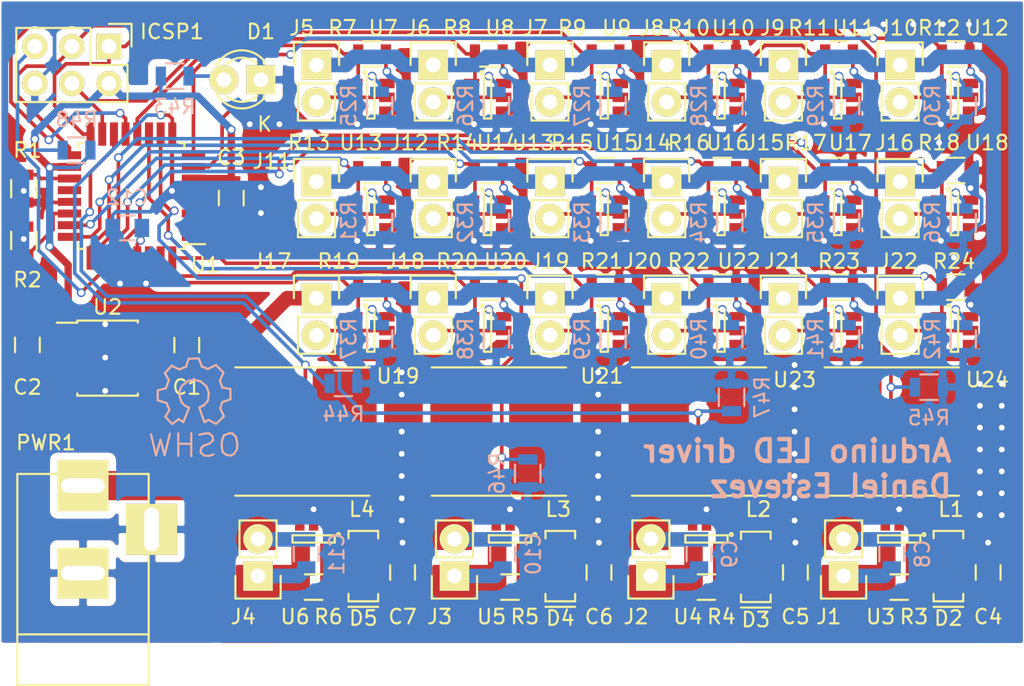
<source format=kicad_pcb>
(kicad_pcb (version 4) (host pcbnew no-vcs-found-product)
  (title_block (title "Arduino LED Driver") (date 2016-03-24) (rev A) (company "Daniel Estevez"))
  (layers (0 F.Cu signal) (31 B.Cu signal) (34 B.Paste user) (35 F.Paste user) (36 B.SilkS user) (37 F.SilkS user) (38 B.Mask user) (39 F.Mask user) (44 Edge.Cuts user hide))
  (net 0 "")
  (net 1 +12V)
  (net 2 GND)
  (net 3 +5V)
  (net 4 "Net-(C8-Pad1)")
  (net 5 "Net-(C8-Pad2)")
  (net 6 "Net-(C9-Pad1)")
  (net 7 "Net-(C9-Pad2)")
  (net 8 "Net-(C10-Pad1)")
  (net 9 "Net-(C10-Pad2)")
  (net 10 "Net-(C11-Pad1)")
  (net 11 "Net-(C11-Pad2)")
  (net 12 "Net-(D1-Pad2)")
  (net 13 "Net-(D2-Pad2)")
  (net 14 "Net-(D3-Pad2)")
  (net 15 "Net-(D4-Pad2)")
  (net 16 "Net-(D5-Pad2)")
  (net 17 EN3)
  (net 18 EN4)
  (net 19 EN2)
  (net 20 "Net-(J5-Pad2)")
  (net 21 "Net-(J6-Pad2)")
  (net 22 "Net-(J7-Pad2)")
  (net 23 "Net-(J8-Pad2)")
  (net 24 "Net-(J9-Pad2)")
  (net 25 "Net-(J10-Pad2)")
  (net 26 "Net-(J11-Pad2)")
  (net 27 "Net-(J12-Pad2)")
  (net 28 "Net-(J13-Pad2)")
  (net 29 "Net-(J14-Pad2)")
  (net 30 "Net-(J15-Pad2)")
  (net 31 "Net-(J16-Pad2)")
  (net 32 "Net-(J17-Pad2)")
  (net 33 "Net-(J18-Pad2)")
  (net 34 "Net-(J19-Pad2)")
  (net 35 "Net-(J20-Pad2)")
  (net 36 "Net-(J21-Pad2)")
  (net 37 "Net-(J22-Pad2)")
  (net 38 "Net-(R1-Pad1)")
  (net 39 "Net-(R2-Pad1)")
  (net 40 EN1)
  (net 41 EN5)
  (net 42 EN6)
  (net 43 EN7)
  (net 44 EN8)
  (net 45 EN9)
  (net 46 EN10)
  (net 47 EN11)
  (net 48 EN12)
  (net 49 EN13)
  (net 50 EN14)
  (net 51 EN15)
  (net 52 EN16)
  (net 53 EN17)
  (net 54 EN18)
  (net 55 "Net-(R25-Pad1)")
  (net 56 "Net-(R26-Pad1)")
  (net 57 "Net-(R27-Pad1)")
  (net 58 "Net-(R28-Pad1)")
  (net 59 "Net-(R29-Pad1)")
  (net 60 "Net-(R30-Pad1)")
  (net 61 "Net-(R31-Pad1)")
  (net 62 "Net-(R32-Pad1)")
  (net 63 "Net-(R33-Pad1)")
  (net 64 "Net-(R34-Pad1)")
  (net 65 "Net-(R35-Pad1)")
  (net 66 "Net-(R36-Pad1)")
  (net 67 "Net-(R37-Pad1)")
  (net 68 "Net-(R38-Pad1)")
  (net 69 "Net-(R39-Pad1)")
  (net 70 "Net-(R40-Pad1)")
  (net 71 "Net-(R41-Pad1)")
  (net 72 "Net-(R42-Pad1)")
  (net 73 "Net-(R44-Pad1)")
  (net 74 "Net-(R45-Pad1)")
  (net 75 "Net-(R46-Pad1)")
  (net 76 "Net-(R47-Pad1)")
  (net 77 "Net-(U1-Pad20)")
  (net 78 "Net-(C12-Pad1)")
  (module Resistors_SMD:R_0805 (layer B.Cu) (at 179.7 96.772 270)
    (fp_text reference R42 (at 0 2.1 270) (layer B.SilkS) (effects (justify mirror)))
    (fp_text value 100K)
    (pad 1 smd rect (at -0.95 0 270) (size 0.7 1.3) (layers B.Cu B.Paste B.Mask) (net 72 "Net-(R42-Pad1)"))
    (pad 2 smd rect (at 0.95 0 270) (size 0.7 1.3) (layers B.Cu B.Paste B.Mask) (net 2 GND))
  )
  (module Resistors_SMD:R_0805 (layer B.Cu) (at 171.7 96.772 270)
    (fp_text reference R41 (at 0 2.1 270) (layer B.SilkS) (effects (justify mirror)))
    (fp_text value 100K)
    (pad 1 smd rect (at -0.95 0 270) (size 0.7 1.3) (layers B.Cu B.Paste B.Mask) (net 71 "Net-(R41-Pad1)"))
    (pad 2 smd rect (at 0.95 0 270) (size 0.7 1.3) (layers B.Cu B.Paste B.Mask) (net 2 GND))
  )
  (module Resistors_SMD:R_0805 (layer B.Cu) (at 155.7 96.772 270)
    (fp_text reference R39 (at 0 2.1 270) (layer B.SilkS) (effects (justify mirror)))
    (fp_text value 100K)
    (pad 1 smd rect (at -0.95 0 270) (size 0.7 1.3) (layers B.Cu B.Paste B.Mask) (net 69 "Net-(R39-Pad1)"))
    (pad 2 smd rect (at 0.95 0 270) (size 0.7 1.3) (layers B.Cu B.Paste B.Mask) (net 2 GND))
  )
  (module Socket_Strips:Socket_Strip_Straight_1x02 (layer F.Cu) (at 151.382 93.978 270)
    (fp_text reference J19 (at -2.54 -0.002 360) (layer F.SilkS))
    (fp_text value CONN_01X02)
    (pad 1 thru_hole rect (at 0 0 270) (size 2.032 2.032) (drill 1.016) (layers *.Cu *.Mask F.SilkS) (net 1 +12V))
    (pad 2 thru_hole oval (at 2.54 0 270) (size 2.032 2.032) (drill 1.016) (layers *.Cu *.Mask F.SilkS) (net 34 "Net-(J19-Pad2)"))
  )
  (module Socket_Strips:Socket_Strip_Straight_1x02 (layer F.Cu) (at 159.382 93.978 270)
    (fp_text reference J20 (at -2.54 1.648 360) (layer F.SilkS))
    (fp_text value CONN_01X02)
    (pad 1 thru_hole rect (at 0 0 270) (size 2.032 2.032) (drill 1.016) (layers *.Cu *.Mask F.SilkS) (net 1 +12V))
    (pad 2 thru_hole oval (at 2.54 0 270) (size 2.032 2.032) (drill 1.016) (layers *.Cu *.Mask F.SilkS) (net 35 "Net-(J20-Pad2)"))
  )
  (module Housings_QFP:TQFP-32_7x7mm_Pitch0.8mm (layer F.Cu) (at 122.699844 86.967004 180)
    (fp_text reference U1 (at -5.062156 -4.726996 180) (layer F.SilkS))
    (fp_text value ATMEGA328P-A)
    (pad 1 smd rect (at -4.25 -2.8 180) (size 1.6 0.55) (layers F.Cu F.Paste F.Mask) (net 52 EN16))
    (pad 2 smd rect (at -4.25 -2 180) (size 1.6 0.55) (layers F.Cu F.Paste F.Mask) (net 53 EN17))
    (pad 3 smd rect (at -4.25 -1.2 180) (size 1.6 0.55) (layers F.Cu F.Paste F.Mask) (net 2 GND))
    (pad 4 smd rect (at -4.25 -0.4 180) (size 1.6 0.55) (layers F.Cu F.Paste F.Mask) (net 3 +5V))
    (pad 5 smd rect (at -4.25 0.4 180) (size 1.6 0.55) (layers F.Cu F.Paste F.Mask) (net 2 GND))
    (pad 6 smd rect (at -4.25 1.2 180) (size 1.6 0.55) (layers F.Cu F.Paste F.Mask) (net 3 +5V))
    (pad 7 smd rect (at -4.25 2 180) (size 1.6 0.55) (layers F.Cu F.Paste F.Mask) (net 41 EN5))
    (pad 8 smd rect (at -4.25 2.8 180) (size 1.6 0.55) (layers F.Cu F.Paste F.Mask) (net 42 EN6))
    (pad 9 smd rect (at -2.8 4.25 270) (size 1.6 0.55) (layers F.Cu F.Paste F.Mask) (net 73 "Net-(R44-Pad1)"))
    (pad 10 smd rect (at -2 4.25 270) (size 1.6 0.55) (layers F.Cu F.Paste F.Mask) (net 75 "Net-(R46-Pad1)"))
    (pad 11 smd rect (at -1.2 4.25 270) (size 1.6 0.55) (layers F.Cu F.Paste F.Mask) (net 54 EN18))
    (pad 12 smd rect (at -0.4 4.25 270) (size 1.6 0.55) (layers F.Cu F.Paste F.Mask) (net 40 EN1))
    (pad 13 smd rect (at 0.4 4.25 270) (size 1.6 0.55) (layers F.Cu F.Paste F.Mask) (net 74 "Net-(R45-Pad1)"))
    (pad 14 smd rect (at 1.2 4.25 270) (size 1.6 0.55) (layers F.Cu F.Paste F.Mask) (net 76 "Net-(R47-Pad1)"))
    (pad 15 smd rect (at 2 4.25 270) (size 1.6 0.55) (layers F.Cu F.Paste F.Mask) (net 19 EN2))
    (pad 16 smd rect (at 2.8 4.25 270) (size 1.6 0.55) (layers F.Cu F.Paste F.Mask) (net 17 EN3))
    (pad 17 smd rect (at 4.25 2.8 180) (size 1.6 0.55) (layers F.Cu F.Paste F.Mask) (net 18 EN4))
    (pad 18 smd rect (at 4.25 2 180) (size 1.6 0.55) (layers F.Cu F.Paste F.Mask) (net 3 +5V))
    (pad 19 smd rect (at 4.25 1.2 180) (size 1.6 0.55) (layers F.Cu F.Paste F.Mask) (net 38 "Net-(R1-Pad1)"))
    (pad 20 smd rect (at 4.25 0.4 180) (size 1.6 0.55) (layers F.Cu F.Paste F.Mask) (net 77 "Net-(U1-Pad20)"))
    (pad 21 smd rect (at 4.25 -0.4 180) (size 1.6 0.55) (layers F.Cu F.Paste F.Mask) (net 2 GND))
    (pad 22 smd rect (at 4.25 -1.2 180) (size 1.6 0.55) (layers F.Cu F.Paste F.Mask) (net 39 "Net-(R2-Pad1)"))
    (pad 23 smd rect (at 4.25 -2 180) (size 1.6 0.55) (layers F.Cu F.Paste F.Mask) (net 43 EN7))
    (pad 24 smd rect (at 4.25 -2.8 180) (size 1.6 0.55) (layers F.Cu F.Paste F.Mask) (net 44 EN8))
    (pad 25 smd rect (at 2.8 -4.25 270) (size 1.6 0.55) (layers F.Cu F.Paste F.Mask) (net 45 EN9))
    (pad 26 smd rect (at 2 -4.25 270) (size 1.6 0.55) (layers F.Cu F.Paste F.Mask) (net 46 EN10))
    (pad 27 smd rect (at 1.2 -4.25 270) (size 1.6 0.55) (layers F.Cu F.Paste F.Mask) (net 47 EN11))
    (pad 28 smd rect (at 0.4 -4.25 270) (size 1.6 0.55) (layers F.Cu F.Paste F.Mask) (net 48 EN12))
    (pad 29 smd rect (at -0.4 -4.25 270) (size 1.6 0.55) (layers F.Cu F.Paste F.Mask) (net 78 "Net-(C12-Pad1)"))
    (pad 30 smd rect (at -1.2 -4.25 270) (size 1.6 0.55) (layers F.Cu F.Paste F.Mask) (net 49 EN13))
    (pad 31 smd rect (at -2 -4.25 270) (size 1.6 0.55) (layers F.Cu F.Paste F.Mask) (net 50 EN14))
    (pad 32 smd rect (at -2.8 -4.25 270) (size 1.6 0.55) (layers F.Cu F.Paste F.Mask) (net 51 EN15))
  )
  (module Resistors_SMD:R_0805 (layer B.Cu) (at 163.7 96.772 270)
    (fp_text reference R40 (at 0 2.1 270) (layer B.SilkS) (effects (justify mirror)))
    (fp_text value 100K)
    (pad 1 smd rect (at -0.95 0 270) (size 0.7 1.3) (layers B.Cu B.Paste B.Mask) (net 70 "Net-(R40-Pad1)"))
    (pad 2 smd rect (at 0.95 0 270) (size 0.7 1.3) (layers B.Cu B.Paste B.Mask) (net 2 GND))
  )
  (module Resistors_SMD:R_0805 (layer B.Cu) (at 147.7 96.772 270)
    (fp_text reference R38 (at 0 2.1 270) (layer B.SilkS) (effects (justify mirror)))
    (fp_text value 100K)
    (pad 1 smd rect (at -0.95 0 270) (size 0.7 1.3) (layers B.Cu B.Paste B.Mask) (net 68 "Net-(R38-Pad1)"))
    (pad 2 smd rect (at 0.95 0 270) (size 0.7 1.3) (layers B.Cu B.Paste B.Mask) (net 2 GND))
  )
  (module Resistors_SMD:R_0805 (layer B.Cu) (at 139.7 96.772 270)
    (fp_text reference R37 (at 0 2.1 270) (layer B.SilkS) (effects (justify mirror)))
    (fp_text value 100K)
    (pad 1 smd rect (at -0.95 0 270) (size 0.7 1.3) (layers B.Cu B.Paste B.Mask) (net 67 "Net-(R37-Pad1)"))
    (pad 2 smd rect (at 0.95 0 270) (size 0.7 1.3) (layers B.Cu B.Paste B.Mask) (net 2 GND))
  )
  (module Resistors_SMD:R_0805 (layer B.Cu) (at 179.7 88.772 270)
    (fp_text reference R36 (at 0 2.1 270) (layer B.SilkS) (effects (justify mirror)))
    (fp_text value 100K)
    (pad 1 smd rect (at -0.95 0 270) (size 0.7 1.3) (layers B.Cu B.Paste B.Mask) (net 66 "Net-(R36-Pad1)"))
    (pad 2 smd rect (at 0.95 0 270) (size 0.7 1.3) (layers B.Cu B.Paste B.Mask) (net 2 GND))
  )
  (module Resistors_SMD:R_0805 (layer B.Cu) (at 171.7 88.772 270)
    (fp_text reference R35 (at 0 2.1 270) (layer B.SilkS) (effects (justify mirror)))
    (fp_text value 100K)
    (pad 1 smd rect (at -0.95 0 270) (size 0.7 1.3) (layers B.Cu B.Paste B.Mask) (net 65 "Net-(R35-Pad1)"))
    (pad 2 smd rect (at 0.95 0 270) (size 0.7 1.3) (layers B.Cu B.Paste B.Mask) (net 2 GND))
  )
  (module Resistors_SMD:R_0805 (layer B.Cu) (at 163.7 88.772 270)
    (fp_text reference R34 (at 0 2.1 270) (layer B.SilkS) (effects (justify mirror)))
    (fp_text value 100K)
    (pad 1 smd rect (at -0.95 0 270) (size 0.7 1.3) (layers B.Cu B.Paste B.Mask) (net 64 "Net-(R34-Pad1)"))
    (pad 2 smd rect (at 0.95 0 270) (size 0.7 1.3) (layers B.Cu B.Paste B.Mask) (net 2 GND))
  )
  (module Resistors_SMD:R_0805 (layer B.Cu) (at 155.7 88.772 270)
    (fp_text reference R33 (at 0 2.1 270) (layer B.SilkS) (effects (justify mirror)))
    (fp_text value 100K)
    (pad 1 smd rect (at -0.95 0 270) (size 0.7 1.3) (layers B.Cu B.Paste B.Mask) (net 63 "Net-(R33-Pad1)"))
    (pad 2 smd rect (at 0.95 0 270) (size 0.7 1.3) (layers B.Cu B.Paste B.Mask) (net 2 GND))
  )
  (module Resistors_SMD:R_0805 (layer B.Cu) (at 147.7 88.772 270)
    (fp_text reference R32 (at 0 2.1 270) (layer B.SilkS) (effects (justify mirror)))
    (fp_text value 100K)
    (pad 1 smd rect (at -0.95 0 270) (size 0.7 1.3) (layers B.Cu B.Paste B.Mask) (net 62 "Net-(R32-Pad1)"))
    (pad 2 smd rect (at 0.95 0 270) (size 0.7 1.3) (layers B.Cu B.Paste B.Mask) (net 2 GND))
  )
  (module Resistors_SMD:R_0805 (layer B.Cu) (at 139.7 88.772 270)
    (fp_text reference R31 (at 0 2.1 270) (layer B.SilkS) (effects (justify mirror)))
    (fp_text value 100K)
    (pad 1 smd rect (at -0.95 0 270) (size 0.7 1.3) (layers B.Cu B.Paste B.Mask) (net 61 "Net-(R31-Pad1)"))
    (pad 2 smd rect (at 0.95 0 270) (size 0.7 1.3) (layers B.Cu B.Paste B.Mask) (net 2 GND))
  )
  (module Resistors_SMD:R_0805 (layer B.Cu) (at 179.7 80.772 270)
    (fp_text reference R30 (at 0 2.1 270) (layer B.SilkS) (effects (justify mirror)))
    (fp_text value 100K)
    (pad 1 smd rect (at -0.95 0 270) (size 0.7 1.3) (layers B.Cu B.Paste B.Mask) (net 60 "Net-(R30-Pad1)"))
    (pad 2 smd rect (at 0.95 0 270) (size 0.7 1.3) (layers B.Cu B.Paste B.Mask) (net 2 GND))
  )
  (module Resistors_SMD:R_0805 (layer B.Cu) (at 171.7 80.772 270)
    (fp_text reference R29 (at 0 2.1 270) (layer B.SilkS) (effects (justify mirror)))
    (fp_text value 100K)
    (pad 1 smd rect (at -0.95 0 270) (size 0.7 1.3) (layers B.Cu B.Paste B.Mask) (net 59 "Net-(R29-Pad1)"))
    (pad 2 smd rect (at 0.95 0 270) (size 0.7 1.3) (layers B.Cu B.Paste B.Mask) (net 2 GND))
  )
  (module Resistors_SMD:R_0805 (layer B.Cu) (at 163.7 80.772 270)
    (fp_text reference R28 (at 0 2.1 270) (layer B.SilkS) (effects (justify mirror)))
    (fp_text value 100K)
    (pad 1 smd rect (at -0.95 0 270) (size 0.7 1.3) (layers B.Cu B.Paste B.Mask) (net 58 "Net-(R28-Pad1)"))
    (pad 2 smd rect (at 0.95 0 270) (size 0.7 1.3) (layers B.Cu B.Paste B.Mask) (net 2 GND))
  )
  (module Resistors_SMD:R_0805 (layer B.Cu) (at 155.7 80.772 270)
    (fp_text reference R27 (at 0 2.1 270) (layer B.SilkS) (effects (justify mirror)))
    (fp_text value 100K)
    (pad 1 smd rect (at -0.95 0 270) (size 0.7 1.3) (layers B.Cu B.Paste B.Mask) (net 57 "Net-(R27-Pad1)"))
    (pad 2 smd rect (at 0.95 0 270) (size 0.7 1.3) (layers B.Cu B.Paste B.Mask) (net 2 GND))
  )
  (module Resistors_SMD:R_0805 (layer B.Cu) (at 147.7 80.772 270)
    (fp_text reference R26 (at 0 2.1 270) (layer B.SilkS) (effects (justify mirror)))
    (fp_text value 100K)
    (pad 1 smd rect (at -0.95 0 270) (size 0.7 1.3) (layers B.Cu B.Paste B.Mask) (net 56 "Net-(R26-Pad1)"))
    (pad 2 smd rect (at 0.95 0 270) (size 0.7 1.3) (layers B.Cu B.Paste B.Mask) (net 2 GND))
  )
  (module TO_SOT_Packages_SMD:SOT-23-6 (layer F.Cu) (at 179.108 96.198)
    (fp_text reference U24 (at 2.248 3.37) (layer F.SilkS))
    (fp_text value BCR420UW6)
    (pad 1 smd rect (at -1.1 -0.95) (size 1.06 0.65) (layers F.Cu F.Paste F.Mask) (net 54 EN18))
    (pad 2 smd rect (at -1.1 0) (size 1.06 0.65) (layers F.Cu F.Paste F.Mask) (net 37 "Net-(J22-Pad2)"))
    (pad 3 smd rect (at -1.1 0.95) (size 1.06 0.65) (layers F.Cu F.Paste F.Mask) (net 37 "Net-(J22-Pad2)"))
    (pad 4 smd rect (at 1.1 0.95) (size 1.06 0.65) (layers F.Cu F.Paste F.Mask) (net 2 GND))
    (pad 6 smd rect (at 1.1 -0.95) (size 1.06 0.65) (layers F.Cu F.Paste F.Mask) (net 72 "Net-(R42-Pad1)"))
    (pad 5 smd rect (at 1.1 0) (size 1.06 0.65) (layers F.Cu F.Paste F.Mask) (net 37 "Net-(J22-Pad2)"))
  )
  (module TO_SOT_Packages_SMD:SOT-23-6 (layer F.Cu) (at 171.108 96.198)
    (fp_text reference U23 (at -2.96 3.37) (layer F.SilkS))
    (fp_text value BCR420UW6)
    (pad 1 smd rect (at -1.1 -0.95) (size 1.06 0.65) (layers F.Cu F.Paste F.Mask) (net 53 EN17))
    (pad 2 smd rect (at -1.1 0) (size 1.06 0.65) (layers F.Cu F.Paste F.Mask) (net 36 "Net-(J21-Pad2)"))
    (pad 3 smd rect (at -1.1 0.95) (size 1.06 0.65) (layers F.Cu F.Paste F.Mask) (net 36 "Net-(J21-Pad2)"))
    (pad 4 smd rect (at 1.1 0.95) (size 1.06 0.65) (layers F.Cu F.Paste F.Mask) (net 2 GND))
    (pad 6 smd rect (at 1.1 -0.95) (size 1.06 0.65) (layers F.Cu F.Paste F.Mask) (net 71 "Net-(R41-Pad1)"))
    (pad 5 smd rect (at 1.1 0) (size 1.06 0.65) (layers F.Cu F.Paste F.Mask) (net 36 "Net-(J21-Pad2)"))
  )
  (module TO_SOT_Packages_SMD:SOT-23-6 (layer F.Cu) (at 163.108 96.198)
    (fp_text reference U22 (at 1.23 -4.76) (layer F.SilkS))
    (fp_text value BCR420UW6)
    (pad 1 smd rect (at -1.1 -0.95) (size 1.06 0.65) (layers F.Cu F.Paste F.Mask) (net 52 EN16))
    (pad 2 smd rect (at -1.1 0) (size 1.06 0.65) (layers F.Cu F.Paste F.Mask) (net 35 "Net-(J20-Pad2)"))
    (pad 3 smd rect (at -1.1 0.95) (size 1.06 0.65) (layers F.Cu F.Paste F.Mask) (net 35 "Net-(J20-Pad2)"))
    (pad 4 smd rect (at 1.1 0.95) (size 1.06 0.65) (layers F.Cu F.Paste F.Mask) (net 2 GND))
    (pad 6 smd rect (at 1.1 -0.95) (size 1.06 0.65) (layers F.Cu F.Paste F.Mask) (net 70 "Net-(R40-Pad1)"))
    (pad 5 smd rect (at 1.1 0) (size 1.06 0.65) (layers F.Cu F.Paste F.Mask) (net 35 "Net-(J20-Pad2)"))
  )
  (module TO_SOT_Packages_SMD:SOT-23-6 (layer F.Cu) (at 155.108 96.198)
    (fp_text reference U21 (at -0.168 3.116) (layer F.SilkS))
    (fp_text value BCR420UW6)
    (pad 1 smd rect (at -1.1 -0.95) (size 1.06 0.65) (layers F.Cu F.Paste F.Mask) (net 51 EN15))
    (pad 2 smd rect (at -1.1 0) (size 1.06 0.65) (layers F.Cu F.Paste F.Mask) (net 34 "Net-(J19-Pad2)"))
    (pad 3 smd rect (at -1.1 0.95) (size 1.06 0.65) (layers F.Cu F.Paste F.Mask) (net 34 "Net-(J19-Pad2)"))
    (pad 4 smd rect (at 1.1 0.95) (size 1.06 0.65) (layers F.Cu F.Paste F.Mask) (net 2 GND))
    (pad 6 smd rect (at 1.1 -0.95) (size 1.06 0.65) (layers F.Cu F.Paste F.Mask) (net 69 "Net-(R39-Pad1)"))
    (pad 5 smd rect (at 1.1 0) (size 1.06 0.65) (layers F.Cu F.Paste F.Mask) (net 34 "Net-(J19-Pad2)"))
  )
  (module TO_SOT_Packages_SMD:SOT-23-6 (layer F.Cu) (at 147.108 96.198)
    (fp_text reference U20 (at 1.228 -4.758) (layer F.SilkS))
    (fp_text value BCR420UW6)
    (pad 1 smd rect (at -1.1 -0.95) (size 1.06 0.65) (layers F.Cu F.Paste F.Mask) (net 50 EN14))
    (pad 2 smd rect (at -1.1 0) (size 1.06 0.65) (layers F.Cu F.Paste F.Mask) (net 33 "Net-(J18-Pad2)"))
    (pad 3 smd rect (at -1.1 0.95) (size 1.06 0.65) (layers F.Cu F.Paste F.Mask) (net 33 "Net-(J18-Pad2)"))
    (pad 4 smd rect (at 1.1 0.95) (size 1.06 0.65) (layers F.Cu F.Paste F.Mask) (net 2 GND))
    (pad 6 smd rect (at 1.1 -0.95) (size 1.06 0.65) (layers F.Cu F.Paste F.Mask) (net 68 "Net-(R38-Pad1)"))
    (pad 5 smd rect (at 1.1 0) (size 1.06 0.65) (layers F.Cu F.Paste F.Mask) (net 33 "Net-(J18-Pad2)"))
  )
  (module TO_SOT_Packages_SMD:SOT-23-6 (layer F.Cu) (at 139.108 96.198)
    (fp_text reference U19 (at 1.862 3.116) (layer F.SilkS))
    (fp_text value BCR420UW6)
    (pad 1 smd rect (at -1.1 -0.95) (size 1.06 0.65) (layers F.Cu F.Paste F.Mask) (net 49 EN13))
    (pad 2 smd rect (at -1.1 0) (size 1.06 0.65) (layers F.Cu F.Paste F.Mask) (net 32 "Net-(J17-Pad2)"))
    (pad 3 smd rect (at -1.1 0.95) (size 1.06 0.65) (layers F.Cu F.Paste F.Mask) (net 32 "Net-(J17-Pad2)"))
    (pad 4 smd rect (at 1.1 0.95) (size 1.06 0.65) (layers F.Cu F.Paste F.Mask) (net 2 GND))
    (pad 6 smd rect (at 1.1 -0.95) (size 1.06 0.65) (layers F.Cu F.Paste F.Mask) (net 67 "Net-(R37-Pad1)"))
    (pad 5 smd rect (at 1.1 0) (size 1.06 0.65) (layers F.Cu F.Paste F.Mask) (net 32 "Net-(J17-Pad2)"))
  )
  (module TO_SOT_Packages_SMD:SOT-23-6 (layer F.Cu) (at 179.108 88.198)
    (fp_text reference U18 (at 2.248 -4.886) (layer F.SilkS))
    (fp_text value BCR420UW6)
    (pad 1 smd rect (at -1.1 -0.95) (size 1.06 0.65) (layers F.Cu F.Paste F.Mask) (net 48 EN12))
    (pad 2 smd rect (at -1.1 0) (size 1.06 0.65) (layers F.Cu F.Paste F.Mask) (net 31 "Net-(J16-Pad2)"))
    (pad 3 smd rect (at -1.1 0.95) (size 1.06 0.65) (layers F.Cu F.Paste F.Mask) (net 31 "Net-(J16-Pad2)"))
    (pad 4 smd rect (at 1.1 0.95) (size 1.06 0.65) (layers F.Cu F.Paste F.Mask) (net 2 GND))
    (pad 6 smd rect (at 1.1 -0.95) (size 1.06 0.65) (layers F.Cu F.Paste F.Mask) (net 66 "Net-(R36-Pad1)"))
    (pad 5 smd rect (at 1.1 0) (size 1.06 0.65) (layers F.Cu F.Paste F.Mask) (net 31 "Net-(J16-Pad2)"))
  )
  (module TO_SOT_Packages_SMD:SOT-23-6 (layer F.Cu) (at 171.108 88.198)
    (fp_text reference U17 (at 0.85 -4.886) (layer F.SilkS))
    (fp_text value BCR420UW6)
    (pad 1 smd rect (at -1.1 -0.95) (size 1.06 0.65) (layers F.Cu F.Paste F.Mask) (net 47 EN11))
    (pad 2 smd rect (at -1.1 0) (size 1.06 0.65) (layers F.Cu F.Paste F.Mask) (net 30 "Net-(J15-Pad2)"))
    (pad 3 smd rect (at -1.1 0.95) (size 1.06 0.65) (layers F.Cu F.Paste F.Mask) (net 30 "Net-(J15-Pad2)"))
    (pad 4 smd rect (at 1.1 0.95) (size 1.06 0.65) (layers F.Cu F.Paste F.Mask) (net 2 GND))
    (pad 6 smd rect (at 1.1 -0.95) (size 1.06 0.65) (layers F.Cu F.Paste F.Mask) (net 65 "Net-(R35-Pad1)"))
    (pad 5 smd rect (at 1.1 0) (size 1.06 0.65) (layers F.Cu F.Paste F.Mask) (net 30 "Net-(J15-Pad2)"))
  )
  (module TO_SOT_Packages_SMD:SOT-23-6 (layer F.Cu) (at 163.108 88.198)
    (fp_text reference U16 (at 0.468 -4.886) (layer F.SilkS))
    (fp_text value BCR420UW6)
    (pad 1 smd rect (at -1.1 -0.95) (size 1.06 0.65) (layers F.Cu F.Paste F.Mask) (net 46 EN10))
    (pad 2 smd rect (at -1.1 0) (size 1.06 0.65) (layers F.Cu F.Paste F.Mask) (net 29 "Net-(J14-Pad2)"))
    (pad 3 smd rect (at -1.1 0.95) (size 1.06 0.65) (layers F.Cu F.Paste F.Mask) (net 29 "Net-(J14-Pad2)"))
    (pad 4 smd rect (at 1.1 0.95) (size 1.06 0.65) (layers F.Cu F.Paste F.Mask) (net 2 GND))
    (pad 6 smd rect (at 1.1 -0.95) (size 1.06 0.65) (layers F.Cu F.Paste F.Mask) (net 64 "Net-(R34-Pad1)"))
    (pad 5 smd rect (at 1.1 0) (size 1.06 0.65) (layers F.Cu F.Paste F.Mask) (net 29 "Net-(J14-Pad2)"))
  )
  (module TO_SOT_Packages_SMD:SOT-23-6 (layer F.Cu) (at 155.108 88.198)
    (fp_text reference U15 (at 0.846 -4.886) (layer F.SilkS))
    (fp_text value BCR420UW6)
    (pad 1 smd rect (at -1.1 -0.95) (size 1.06 0.65) (layers F.Cu F.Paste F.Mask) (net 45 EN9))
    (pad 2 smd rect (at -1.1 0) (size 1.06 0.65) (layers F.Cu F.Paste F.Mask) (net 28 "Net-(J13-Pad2)"))
    (pad 3 smd rect (at -1.1 0.95) (size 1.06 0.65) (layers F.Cu F.Paste F.Mask) (net 28 "Net-(J13-Pad2)"))
    (pad 4 smd rect (at 1.1 0.95) (size 1.06 0.65) (layers F.Cu F.Paste F.Mask) (net 2 GND))
    (pad 6 smd rect (at 1.1 -0.95) (size 1.06 0.65) (layers F.Cu F.Paste F.Mask) (net 63 "Net-(R33-Pad1)"))
    (pad 5 smd rect (at 1.1 0) (size 1.06 0.65) (layers F.Cu F.Paste F.Mask) (net 28 "Net-(J13-Pad2)"))
  )
  (module TO_SOT_Packages_SMD:SOT-23-6 (layer F.Cu) (at 147.108 88.198)
    (fp_text reference U14 (at 0.72 -4.886) (layer F.SilkS))
    (fp_text value BCR420UW6)
    (pad 1 smd rect (at -1.1 -0.95) (size 1.06 0.65) (layers F.Cu F.Paste F.Mask) (net 44 EN8))
    (pad 2 smd rect (at -1.1 0) (size 1.06 0.65) (layers F.Cu F.Paste F.Mask) (net 27 "Net-(J12-Pad2)"))
    (pad 3 smd rect (at -1.1 0.95) (size 1.06 0.65) (layers F.Cu F.Paste F.Mask) (net 27 "Net-(J12-Pad2)"))
    (pad 4 smd rect (at 1.1 0.95) (size 1.06 0.65) (layers F.Cu F.Paste F.Mask) (net 2 GND))
    (pad 6 smd rect (at 1.1 -0.95) (size 1.06 0.65) (layers F.Cu F.Paste F.Mask) (net 62 "Net-(R32-Pad1)"))
    (pad 5 smd rect (at 1.1 0) (size 1.06 0.65) (layers F.Cu F.Paste F.Mask) (net 27 "Net-(J12-Pad2)"))
  )
  (module TO_SOT_Packages_SMD:SOT-23-6 (layer F.Cu) (at 139.108 88.198)
    (fp_text reference U13 (at -0.678 -4.886) (layer F.SilkS))
    (fp_text value BCR420UW6)
    (pad 1 smd rect (at -1.1 -0.95) (size 1.06 0.65) (layers F.Cu F.Paste F.Mask) (net 43 EN7))
    (pad 2 smd rect (at -1.1 0) (size 1.06 0.65) (layers F.Cu F.Paste F.Mask) (net 26 "Net-(J11-Pad2)"))
    (pad 3 smd rect (at -1.1 0.95) (size 1.06 0.65) (layers F.Cu F.Paste F.Mask) (net 26 "Net-(J11-Pad2)"))
    (pad 4 smd rect (at 1.1 0.95) (size 1.06 0.65) (layers F.Cu F.Paste F.Mask) (net 2 GND))
    (pad 6 smd rect (at 1.1 -0.95) (size 1.06 0.65) (layers F.Cu F.Paste F.Mask) (net 61 "Net-(R31-Pad1)"))
    (pad 5 smd rect (at 1.1 0) (size 1.06 0.65) (layers F.Cu F.Paste F.Mask) (net 26 "Net-(J11-Pad2)"))
  )
  (module TO_SOT_Packages_SMD:SOT-23-6 (layer F.Cu) (at 179.108 80.198)
    (fp_text reference U12 (at 2.248 -4.76) (layer F.SilkS))
    (fp_text value BCR420UW6)
    (pad 1 smd rect (at -1.1 -0.95) (size 1.06 0.65) (layers F.Cu F.Paste F.Mask) (net 42 EN6))
    (pad 2 smd rect (at -1.1 0) (size 1.06 0.65) (layers F.Cu F.Paste F.Mask) (net 25 "Net-(J10-Pad2)"))
    (pad 3 smd rect (at -1.1 0.95) (size 1.06 0.65) (layers F.Cu F.Paste F.Mask) (net 25 "Net-(J10-Pad2)"))
    (pad 4 smd rect (at 1.1 0.95) (size 1.06 0.65) (layers F.Cu F.Paste F.Mask) (net 2 GND))
    (pad 6 smd rect (at 1.1 -0.95) (size 1.06 0.65) (layers F.Cu F.Paste F.Mask) (net 60 "Net-(R30-Pad1)"))
    (pad 5 smd rect (at 1.1 0) (size 1.06 0.65) (layers F.Cu F.Paste F.Mask) (net 25 "Net-(J10-Pad2)"))
  )
  (module TO_SOT_Packages_SMD:SOT-23-6 (layer F.Cu) (at 171.108 80.198)
    (fp_text reference U11 (at 1.104 -4.76) (layer F.SilkS))
    (fp_text value BCR420UW6)
    (pad 1 smd rect (at -1.1 -0.95) (size 1.06 0.65) (layers F.Cu F.Paste F.Mask) (net 41 EN5))
    (pad 2 smd rect (at -1.1 0) (size 1.06 0.65) (layers F.Cu F.Paste F.Mask) (net 24 "Net-(J9-Pad2)"))
    (pad 3 smd rect (at -1.1 0.95) (size 1.06 0.65) (layers F.Cu F.Paste F.Mask) (net 24 "Net-(J9-Pad2)"))
    (pad 4 smd rect (at 1.1 0.95) (size 1.06 0.65) (layers F.Cu F.Paste F.Mask) (net 2 GND))
    (pad 6 smd rect (at 1.1 -0.95) (size 1.06 0.65) (layers F.Cu F.Paste F.Mask) (net 59 "Net-(R29-Pad1)"))
    (pad 5 smd rect (at 1.1 0) (size 1.06 0.65) (layers F.Cu F.Paste F.Mask) (net 24 "Net-(J9-Pad2)"))
  )
  (module TO_SOT_Packages_SMD:SOT-23-6 (layer F.Cu) (at 163.108 80.198)
    (fp_text reference U10 (at 0.846 -4.76) (layer F.SilkS))
    (fp_text value BCR420UW6)
    (pad 1 smd rect (at -1.1 -0.95) (size 1.06 0.65) (layers F.Cu F.Paste F.Mask) (net 18 EN4))
    (pad 2 smd rect (at -1.1 0) (size 1.06 0.65) (layers F.Cu F.Paste F.Mask) (net 23 "Net-(J8-Pad2)"))
    (pad 3 smd rect (at -1.1 0.95) (size 1.06 0.65) (layers F.Cu F.Paste F.Mask) (net 23 "Net-(J8-Pad2)"))
    (pad 4 smd rect (at 1.1 0.95) (size 1.06 0.65) (layers F.Cu F.Paste F.Mask) (net 2 GND))
    (pad 6 smd rect (at 1.1 -0.95) (size 1.06 0.65) (layers F.Cu F.Paste F.Mask) (net 58 "Net-(R28-Pad1)"))
    (pad 5 smd rect (at 1.1 0) (size 1.06 0.65) (layers F.Cu F.Paste F.Mask) (net 23 "Net-(J8-Pad2)"))
  )
  (module TO_SOT_Packages_SMD:SOT-23-6 (layer F.Cu) (at 155.108 80.198)
    (fp_text reference U9 (at 0.846 -4.76) (layer F.SilkS))
    (fp_text value BCR420UW6)
    (pad 1 smd rect (at -1.1 -0.95) (size 1.06 0.65) (layers F.Cu F.Paste F.Mask) (net 17 EN3))
    (pad 2 smd rect (at -1.1 0) (size 1.06 0.65) (layers F.Cu F.Paste F.Mask) (net 22 "Net-(J7-Pad2)"))
    (pad 3 smd rect (at -1.1 0.95) (size 1.06 0.65) (layers F.Cu F.Paste F.Mask) (net 22 "Net-(J7-Pad2)"))
    (pad 4 smd rect (at 1.1 0.95) (size 1.06 0.65) (layers F.Cu F.Paste F.Mask) (net 2 GND))
    (pad 6 smd rect (at 1.1 -0.95) (size 1.06 0.65) (layers F.Cu F.Paste F.Mask) (net 57 "Net-(R27-Pad1)"))
    (pad 5 smd rect (at 1.1 0) (size 1.06 0.65) (layers F.Cu F.Paste F.Mask) (net 22 "Net-(J7-Pad2)"))
  )
  (module TO_SOT_Packages_SMD:SOT-23-6 (layer F.Cu) (at 147.108 80.198)
    (fp_text reference U8 (at 0.846 -4.76) (layer F.SilkS))
    (fp_text value BCR420UW6)
    (pad 1 smd rect (at -1.1 -0.95) (size 1.06 0.65) (layers F.Cu F.Paste F.Mask) (net 19 EN2))
    (pad 2 smd rect (at -1.1 0) (size 1.06 0.65) (layers F.Cu F.Paste F.Mask) (net 21 "Net-(J6-Pad2)"))
    (pad 3 smd rect (at -1.1 0.95) (size 1.06 0.65) (layers F.Cu F.Paste F.Mask) (net 21 "Net-(J6-Pad2)"))
    (pad 4 smd rect (at 1.1 0.95) (size 1.06 0.65) (layers F.Cu F.Paste F.Mask) (net 2 GND))
    (pad 6 smd rect (at 1.1 -0.95) (size 1.06 0.65) (layers F.Cu F.Paste F.Mask) (net 56 "Net-(R26-Pad1)"))
    (pad 5 smd rect (at 1.1 0) (size 1.06 0.65) (layers F.Cu F.Paste F.Mask) (net 21 "Net-(J6-Pad2)"))
  )
  (module Resistors_SMD:R_0805 (layer F.Cu) (at 179.192 93.216)
    (fp_text reference R24 (at -0.122 -1.776) (layer F.SilkS))
    (fp_text value 100K)
    (pad 1 smd rect (at -0.95 0) (size 0.7 1.3) (layers F.Cu F.Paste F.Mask) (net 54 EN18))
    (pad 2 smd rect (at 0.95 0) (size 0.7 1.3) (layers F.Cu F.Paste F.Mask) (net 2 GND))
  )
  (module Resistors_SMD:R_0805 (layer F.Cu) (at 171.192 93.216)
    (fp_text reference R23 (at 0.004 -1.776) (layer F.SilkS))
    (fp_text value 100K)
    (pad 1 smd rect (at -0.95 0) (size 0.7 1.3) (layers F.Cu F.Paste F.Mask) (net 53 EN17))
    (pad 2 smd rect (at 0.95 0) (size 0.7 1.3) (layers F.Cu F.Paste F.Mask) (net 2 GND))
  )
  (module Resistors_SMD:R_0805 (layer F.Cu) (at 163.192 93.216)
    (fp_text reference R22 (at -2.286 -1.778) (layer F.SilkS))
    (fp_text value 100K)
    (pad 1 smd rect (at -0.95 0) (size 0.7 1.3) (layers F.Cu F.Paste F.Mask) (net 52 EN16))
    (pad 2 smd rect (at 0.95 0) (size 0.7 1.3) (layers F.Cu F.Paste F.Mask) (net 2 GND))
  )
  (module Resistors_SMD:R_0805 (layer F.Cu) (at 155.192 93.216)
    (fp_text reference R21 (at -0.252 -1.778) (layer F.SilkS))
    (fp_text value 100K)
    (pad 1 smd rect (at -0.95 0) (size 0.7 1.3) (layers F.Cu F.Paste F.Mask) (net 51 EN15))
    (pad 2 smd rect (at 0.95 0) (size 0.7 1.3) (layers F.Cu F.Paste F.Mask) (net 2 GND))
  )
  (module Resistors_SMD:R_0805 (layer F.Cu) (at 147.192 93.216)
    (fp_text reference R20 (at -2.158 -1.778) (layer F.SilkS))
    (fp_text value 100K)
    (pad 1 smd rect (at -0.95 0) (size 0.7 1.3) (layers F.Cu F.Paste F.Mask) (net 50 EN14))
    (pad 2 smd rect (at 0.95 0) (size 0.7 1.3) (layers F.Cu F.Paste F.Mask) (net 2 GND))
  )
  (module Resistors_SMD:R_0805 (layer F.Cu) (at 139.192 93.216)
    (fp_text reference R19 (at -2.286 -1.778) (layer F.SilkS))
    (fp_text value 100K)
    (pad 1 smd rect (at -0.95 0) (size 0.7 1.3) (layers F.Cu F.Paste F.Mask) (net 49 EN13))
    (pad 2 smd rect (at 0.95 0) (size 0.7 1.3) (layers F.Cu F.Paste F.Mask) (net 2 GND))
  )
  (module Resistors_SMD:R_0805 (layer F.Cu) (at 179.192 85.216)
    (fp_text reference R18 (at -1.138 -1.904) (layer F.SilkS))
    (fp_text value 100K)
    (pad 1 smd rect (at -0.95 0) (size 0.7 1.3) (layers F.Cu F.Paste F.Mask) (net 48 EN12))
    (pad 2 smd rect (at 0.95 0) (size 0.7 1.3) (layers F.Cu F.Paste F.Mask) (net 2 GND))
  )
  (module Resistors_SMD:R_0805 (layer F.Cu) (at 171.192 85.216)
    (fp_text reference R17 (at -2.282 -1.904) (layer F.SilkS))
    (fp_text value 100K)
    (pad 1 smd rect (at -0.95 0) (size 0.7 1.3) (layers F.Cu F.Paste F.Mask) (net 47 EN11))
    (pad 2 smd rect (at 0.95 0) (size 0.7 1.3) (layers F.Cu F.Paste F.Mask) (net 2 GND))
  )
  (module Resistors_SMD:R_0805 (layer F.Cu) (at 163.192 85.216)
    (fp_text reference R16 (at -2.286 -1.904) (layer F.SilkS))
    (fp_text value 100K)
    (pad 1 smd rect (at -0.95 0) (size 0.7 1.3) (layers F.Cu F.Paste F.Mask) (net 46 EN10))
    (pad 2 smd rect (at 0.95 0) (size 0.7 1.3) (layers F.Cu F.Paste F.Mask) (net 2 GND))
  )
  (module Resistors_SMD:R_0805 (layer F.Cu) (at 155.192 85.216)
    (fp_text reference R15 (at -2.286 -1.904) (layer F.SilkS))
    (fp_text value 100K)
    (pad 1 smd rect (at -0.95 0) (size 0.7 1.3) (layers F.Cu F.Paste F.Mask) (net 45 EN9))
    (pad 2 smd rect (at 0.95 0) (size 0.7 1.3) (layers F.Cu F.Paste F.Mask) (net 2 GND))
  )
  (module Resistors_SMD:R_0805 (layer F.Cu) (at 147.192 85.216)
    (fp_text reference R14 (at -2.158 -1.904) (layer F.SilkS))
    (fp_text value 100K)
    (pad 1 smd rect (at -0.95 0) (size 0.7 1.3) (layers F.Cu F.Paste F.Mask) (net 44 EN8))
    (pad 2 smd rect (at 0.95 0) (size 0.7 1.3) (layers F.Cu F.Paste F.Mask) (net 2 GND))
  )
  (module Resistors_SMD:R_0805 (layer F.Cu) (at 139.192 85.216)
    (fp_text reference R13 (at -4.318 -1.904) (layer F.SilkS))
    (fp_text value 100K)
    (pad 1 smd rect (at -0.95 0) (size 0.7 1.3) (layers F.Cu F.Paste F.Mask) (net 43 EN7))
    (pad 2 smd rect (at 0.95 0) (size 0.7 1.3) (layers F.Cu F.Paste F.Mask) (net 2 GND))
  )
  (module Resistors_SMD:R_0805 (layer F.Cu) (at 179.192 77.216)
    (fp_text reference R12 (at -1.138 -1.778) (layer F.SilkS))
    (fp_text value 100K)
    (pad 1 smd rect (at -0.95 0) (size 0.7 1.3) (layers F.Cu F.Paste F.Mask) (net 42 EN6))
    (pad 2 smd rect (at 0.95 0) (size 0.7 1.3) (layers F.Cu F.Paste F.Mask) (net 2 GND))
  )
  (module Resistors_SMD:R_0805 (layer F.Cu) (at 171.192 77.216)
    (fp_text reference R11 (at -2.028 -1.778) (layer F.SilkS))
    (fp_text value 100K)
    (pad 1 smd rect (at -0.95 0) (size 0.7 1.3) (layers F.Cu F.Paste F.Mask) (net 41 EN5))
    (pad 2 smd rect (at 0.95 0) (size 0.7 1.3) (layers F.Cu F.Paste F.Mask) (net 2 GND))
  )
  (module Resistors_SMD:R_0805 (layer F.Cu) (at 163.192 77.216)
    (fp_text reference R10 (at -2.286 -1.778) (layer F.SilkS))
    (fp_text value 100K)
    (pad 1 smd rect (at -0.95 0) (size 0.7 1.3) (layers F.Cu F.Paste F.Mask) (net 18 EN4))
    (pad 2 smd rect (at 0.95 0) (size 0.7 1.3) (layers F.Cu F.Paste F.Mask) (net 2 GND))
  )
  (module Resistors_SMD:R_0805 (layer F.Cu) (at 155.192 77.216)
    (fp_text reference R9 (at -2.286 -1.778) (layer F.SilkS))
    (fp_text value 100K)
    (pad 1 smd rect (at -0.95 0) (size 0.7 1.3) (layers F.Cu F.Paste F.Mask) (net 17 EN3))
    (pad 2 smd rect (at 0.95 0) (size 0.7 1.3) (layers F.Cu F.Paste F.Mask) (net 2 GND))
  )
  (module Resistors_SMD:R_0805 (layer F.Cu) (at 147.192 77.216)
    (fp_text reference R8 (at -2.158 -1.778) (layer F.SilkS))
    (fp_text value 100K)
    (pad 1 smd rect (at -0.95 0) (size 0.7 1.3) (layers F.Cu F.Paste F.Mask) (net 19 EN2))
    (pad 2 smd rect (at 0.95 0) (size 0.7 1.3) (layers F.Cu F.Paste F.Mask) (net 2 GND))
  )
  (module Socket_Strips:Socket_Strip_Straight_1x02 (layer F.Cu) (at 175.382 93.978 270)
    (fp_text reference J22 (at -2.538 0.122 360) (layer F.SilkS))
    (fp_text value CONN_01X02)
    (pad 1 thru_hole rect (at 0 0 270) (size 2.032 2.032) (drill 1.016) (layers *.Cu *.Mask F.SilkS) (net 1 +12V))
    (pad 2 thru_hole oval (at 2.54 0 270) (size 2.032 2.032) (drill 1.016) (layers *.Cu *.Mask F.SilkS) (net 37 "Net-(J22-Pad2)"))
  )
  (module Socket_Strips:Socket_Strip_Straight_1x02 (layer F.Cu) (at 167.382 93.978 270)
    (fp_text reference J21 (at -2.54 -0.004 360) (layer F.SilkS))
    (fp_text value CONN_01X02)
    (pad 1 thru_hole rect (at 0 0 270) (size 2.032 2.032) (drill 1.016) (layers *.Cu *.Mask F.SilkS) (net 1 +12V))
    (pad 2 thru_hole oval (at 2.54 0 270) (size 2.032 2.032) (drill 1.016) (layers *.Cu *.Mask F.SilkS) (net 36 "Net-(J21-Pad2)"))
  )
  (module Socket_Strips:Socket_Strip_Straight_1x02 (layer F.Cu) (at 143.382 93.978 270)
    (fp_text reference J18 (at -2.538 1.904 360) (layer F.SilkS))
    (fp_text value CONN_01X02)
    (pad 1 thru_hole rect (at 0 0 270) (size 2.032 2.032) (drill 1.016) (layers *.Cu *.Mask F.SilkS) (net 1 +12V))
    (pad 2 thru_hole oval (at 2.54 0 270) (size 2.032 2.032) (drill 1.016) (layers *.Cu *.Mask F.SilkS) (net 33 "Net-(J18-Pad2)"))
  )
  (module Socket_Strips:Socket_Strip_Straight_1x02 (layer F.Cu) (at 135.382 93.978 270)
    (fp_text reference J17 (at -2.538 3.048 360) (layer F.SilkS))
    (fp_text value CONN_01X02)
    (pad 1 thru_hole rect (at 0 0 270) (size 2.032 2.032) (drill 1.016) (layers *.Cu *.Mask F.SilkS) (net 1 +12V))
    (pad 2 thru_hole oval (at 2.54 0 270) (size 2.032 2.032) (drill 1.016) (layers *.Cu *.Mask F.SilkS) (net 32 "Net-(J17-Pad2)"))
  )
  (module Socket_Strips:Socket_Strip_Straight_1x02 (layer F.Cu) (at 175.382 85.978 270)
    (fp_text reference J16 (at -2.666 0.376 360) (layer F.SilkS))
    (fp_text value CONN_01X02)
    (pad 1 thru_hole rect (at 0 0 270) (size 2.032 2.032) (drill 1.016) (layers *.Cu *.Mask F.SilkS) (net 1 +12V))
    (pad 2 thru_hole oval (at 2.54 0 270) (size 2.032 2.032) (drill 1.016) (layers *.Cu *.Mask F.SilkS) (net 31 "Net-(J16-Pad2)"))
  )
  (module Socket_Strips:Socket_Strip_Straight_1x02 (layer F.Cu) (at 167.382 85.978 270)
    (fp_text reference J15 (at -2.666 1.266 360) (layer F.SilkS))
    (fp_text value CONN_01X02)
    (pad 1 thru_hole rect (at 0 0 270) (size 2.032 2.032) (drill 1.016) (layers *.Cu *.Mask F.SilkS) (net 1 +12V))
    (pad 2 thru_hole oval (at 2.54 0 270) (size 2.032 2.032) (drill 1.016) (layers *.Cu *.Mask F.SilkS) (net 30 "Net-(J15-Pad2)"))
  )
  (module Socket_Strips:Socket_Strip_Straight_1x02 (layer F.Cu) (at 159.382 85.978 270)
    (fp_text reference J14 (at -2.666 1.016 360) (layer F.SilkS))
    (fp_text value CONN_01X02)
    (pad 1 thru_hole rect (at 0 0 270) (size 2.032 2.032) (drill 1.016) (layers *.Cu *.Mask F.SilkS) (net 1 +12V))
    (pad 2 thru_hole oval (at 2.54 0 270) (size 2.032 2.032) (drill 1.016) (layers *.Cu *.Mask F.SilkS) (net 29 "Net-(J14-Pad2)"))
  )
  (module Socket_Strips:Socket_Strip_Straight_1x02 (layer F.Cu) (at 151.382 85.978 270)
    (fp_text reference J13 (at -2.666 1.014 360) (layer F.SilkS))
    (fp_text value CONN_01X02)
    (pad 1 thru_hole rect (at 0 0 270) (size 2.032 2.032) (drill 1.016) (layers *.Cu *.Mask F.SilkS) (net 1 +12V))
    (pad 2 thru_hole oval (at 2.54 0 270) (size 2.032 2.032) (drill 1.016) (layers *.Cu *.Mask F.SilkS) (net 28 "Net-(J13-Pad2)"))
  )
  (module Socket_Strips:Socket_Strip_Straight_1x02 (layer F.Cu) (at 143.382 85.978 270)
    (fp_text reference J12 (at -2.666 1.65 360) (layer F.SilkS))
    (fp_text value CONN_01X02)
    (pad 1 thru_hole rect (at 0 0 270) (size 2.032 2.032) (drill 1.016) (layers *.Cu *.Mask F.SilkS) (net 1 +12V))
    (pad 2 thru_hole oval (at 2.54 0 270) (size 2.032 2.032) (drill 1.016) (layers *.Cu *.Mask F.SilkS) (net 27 "Net-(J12-Pad2)"))
  )
  (module Socket_Strips:Socket_Strip_Straight_1x02 (layer F.Cu) (at 135.382 85.978 270)
    (fp_text reference J11 (at -1.396 3.048 360) (layer F.SilkS))
    (fp_text value CONN_01X02)
    (pad 1 thru_hole rect (at 0 0 270) (size 2.032 2.032) (drill 1.016) (layers *.Cu *.Mask F.SilkS) (net 1 +12V))
    (pad 2 thru_hole oval (at 2.54 0 270) (size 2.032 2.032) (drill 1.016) (layers *.Cu *.Mask F.SilkS) (net 26 "Net-(J11-Pad2)"))
  )
  (module Socket_Strips:Socket_Strip_Straight_1x02 (layer F.Cu) (at 175.382 77.978 270)
    (fp_text reference J10 (at -2.54 0.122 360) (layer F.SilkS))
    (fp_text value CONN_01X02)
    (pad 1 thru_hole rect (at 0 0 270) (size 2.032 2.032) (drill 1.016) (layers *.Cu *.Mask F.SilkS) (net 1 +12V))
    (pad 2 thru_hole oval (at 2.54 0 270) (size 2.032 2.032) (drill 1.016) (layers *.Cu *.Mask F.SilkS) (net 25 "Net-(J10-Pad2)"))
  )
  (module Socket_Strips:Socket_Strip_Straight_1x02 (layer F.Cu) (at 167.382 77.978 270)
    (fp_text reference J9 (at -2.54 0.758 360) (layer F.SilkS))
    (fp_text value CONN_01X02)
    (pad 1 thru_hole rect (at 0 0 270) (size 2.032 2.032) (drill 1.016) (layers *.Cu *.Mask F.SilkS) (net 1 +12V))
    (pad 2 thru_hole oval (at 2.54 0 270) (size 2.032 2.032) (drill 1.016) (layers *.Cu *.Mask F.SilkS) (net 24 "Net-(J9-Pad2)"))
  )
  (module Socket_Strips:Socket_Strip_Straight_1x02 (layer F.Cu) (at 159.382 77.978 270)
    (fp_text reference J8 (at -2.54 1.016 360) (layer F.SilkS))
    (fp_text value CONN_01X02)
    (pad 1 thru_hole rect (at 0 0 270) (size 2.032 2.032) (drill 1.016) (layers *.Cu *.Mask F.SilkS) (net 1 +12V))
    (pad 2 thru_hole oval (at 2.54 0 270) (size 2.032 2.032) (drill 1.016) (layers *.Cu *.Mask F.SilkS) (net 23 "Net-(J8-Pad2)"))
  )
  (module Socket_Strips:Socket_Strip_Straight_1x02 (layer F.Cu) (at 151.382 77.978 270)
    (fp_text reference J7 (at -2.54 1.014 360) (layer F.SilkS))
    (fp_text value CONN_01X02)
    (pad 1 thru_hole rect (at 0 0 270) (size 2.032 2.032) (drill 1.016) (layers *.Cu *.Mask F.SilkS) (net 1 +12V))
    (pad 2 thru_hole oval (at 2.54 0 270) (size 2.032 2.032) (drill 1.016) (layers *.Cu *.Mask F.SilkS) (net 22 "Net-(J7-Pad2)"))
  )
  (module Socket_Strips:Socket_Strip_Straight_1x02 (layer F.Cu) (at 143.382 77.978 270)
    (fp_text reference J6 (at -2.54 1.016 360) (layer F.SilkS))
    (fp_text value CONN_01X02)
    (pad 1 thru_hole rect (at 0 0 270) (size 2.032 2.032) (drill 1.016) (layers *.Cu *.Mask F.SilkS) (net 1 +12V))
    (pad 2 thru_hole oval (at 2.54 0 270) (size 2.032 2.032) (drill 1.016) (layers *.Cu *.Mask F.SilkS) (net 21 "Net-(J6-Pad2)"))
  )
  (module Capacitors_SMD:C_0805 (layer B.Cu) (at 134.677944 111.516776 90)
    (fp_text reference C11 (at 0 2.1 90) (layer B.SilkS) (effects (justify mirror)))
    (fp_text value 1u)
    (pad 1 smd rect (at -1 0 90) (size 1 1.25) (layers B.Cu B.Paste B.Mask) (net 10 "Net-(C11-Pad1)"))
    (pad 2 smd rect (at 1 0 90) (size 1 1.25) (layers B.Cu B.Paste B.Mask) (net 11 "Net-(C11-Pad2)"))
  )
  (module Capacitors_SMD:C_0805 (layer F.Cu) (at 141.281944 112.786776 90)
    (fp_text reference C7 (at -3.032 0 180) (layer F.SilkS))
    (fp_text value 2.2u)
    (pad 1 smd rect (at -1 0 90) (size 1 1.25) (layers F.Cu F.Paste F.Mask) (net 1 +12V))
    (pad 2 smd rect (at 1 0 90) (size 1 1.25) (layers F.Cu F.Paste F.Mask) (net 2 GND))
  )
  (module VLP8040:VLP8040 (layer F.Cu) (at 134.423944 103.118776 180)
    (fp_text reference L4 (at -4.064 -5.334 180) (layer F.SilkS))
    (fp_text value 33u)
    (pad 1 smd rect (at 2.7 0 180) (size 4 8.2) (layers F.Cu F.Paste F.Mask) (net 11 "Net-(C11-Pad2)"))
    (pad 2 smd rect (at -2.7 0 180) (size 4 8.2) (layers F.Cu F.Paste F.Mask) (net 16 "Net-(D5-Pad2)"))
  )
  (module TO_SOT_Packages_SMD:SOT-23-5 (layer F.Cu) (at 135.185944 110.484776 270)
    (fp_text reference U6 (at 5.334 1.27 360) (layer F.SilkS))
    (fp_text value AL8808)
    (pad 1 smd rect (at -1.1 -0.95 270) (size 1.06 0.65) (layers F.Cu F.Paste F.Mask) (net 16 "Net-(D5-Pad2)"))
    (pad 2 smd rect (at -1.1 0 270) (size 1.06 0.65) (layers F.Cu F.Paste F.Mask) (net 2 GND))
    (pad 3 smd rect (at -1.1 0.95 270) (size 1.06 0.65) (layers F.Cu F.Paste F.Mask) (net 73 "Net-(R44-Pad1)"))
    (pad 4 smd rect (at 1.1 0.95 270) (size 1.06 0.65) (layers F.Cu F.Paste F.Mask) (net 10 "Net-(C11-Pad1)"))
    (pad 5 smd rect (at 1.1 -0.95 270) (size 1.06 0.65) (layers F.Cu F.Paste F.Mask) (net 1 +12V))
  )
  (module Resistors_SMD:R_0805 (layer F.Cu) (at 135.185944 113.786776)
    (fp_text reference R6 (at 1.016 2.032) (layer F.SilkS))
    (fp_text value 130m)
    (pad 1 smd rect (at -0.95 0) (size 0.7 1.3) (layers F.Cu F.Paste F.Mask) (net 10 "Net-(C11-Pad1)"))
    (pad 2 smd rect (at 0.95 0) (size 0.7 1.3) (layers F.Cu F.Paste F.Mask) (net 1 +12V))
  )
  (module Socket_Strips:Socket_Strip_Straight_1x02 (layer F.Cu) (at 131.375944 113.024776 90)
    (fp_text reference J4 (at -2.794 -1.016 180) (layer F.SilkS))
    (fp_text value CONN_01X02)
    (pad 1 thru_hole rect (at 0 0 90) (size 2.032 2.032) (drill 1.016) (layers *.Cu *.Mask F.SilkS) (net 10 "Net-(C11-Pad1)"))
    (pad 2 thru_hole oval (at 2.54 0 90) (size 2.032 2.032) (drill 1.016) (layers *.Cu *.Mask F.SilkS) (net 11 "Net-(C11-Pad2)"))
  )
  (module Capacitors_SMD:C_0805 (layer B.Cu) (at 148.139944 111.516776 90)
    (fp_text reference C10 (at 0 2.1 90) (layer B.SilkS) (effects (justify mirror)))
    (fp_text value 1u)
    (pad 1 smd rect (at -1 0 90) (size 1 1.25) (layers B.Cu B.Paste B.Mask) (net 8 "Net-(C10-Pad1)"))
    (pad 2 smd rect (at 1 0 90) (size 1 1.25) (layers B.Cu B.Paste B.Mask) (net 9 "Net-(C10-Pad2)"))
  )
  (module Resistors_SMD:R_0805 (layer F.Cu) (at 148.647944 113.786776)
    (fp_text reference R5 (at 1.016 2.032) (layer F.SilkS))
    (fp_text value 130m)
    (pad 1 smd rect (at -0.95 0) (size 0.7 1.3) (layers F.Cu F.Paste F.Mask) (net 8 "Net-(C10-Pad1)"))
    (pad 2 smd rect (at 0.95 0) (size 0.7 1.3) (layers F.Cu F.Paste F.Mask) (net 1 +12V))
  )
  (module Socket_Strips:Socket_Strip_Straight_1x02 (layer F.Cu) (at 144.837944 113.024776 90)
    (fp_text reference J3 (at -2.794 -1.016 180) (layer F.SilkS))
    (fp_text value CONN_01X02)
    (pad 1 thru_hole rect (at 0 0 90) (size 2.032 2.032) (drill 1.016) (layers *.Cu *.Mask F.SilkS) (net 8 "Net-(C10-Pad1)"))
    (pad 2 thru_hole oval (at 2.54 0 90) (size 2.032 2.032) (drill 1.016) (layers *.Cu *.Mask F.SilkS) (net 9 "Net-(C10-Pad2)"))
  )
  (module TO_SOT_Packages_SMD:SOT-23-5 (layer F.Cu) (at 148.647944 110.484776 270)
    (fp_text reference U5 (at 5.334 1.27 360) (layer F.SilkS))
    (fp_text value AL8808)
    (pad 1 smd rect (at -1.1 -0.95 270) (size 1.06 0.65) (layers F.Cu F.Paste F.Mask) (net 15 "Net-(D4-Pad2)"))
    (pad 2 smd rect (at -1.1 0 270) (size 1.06 0.65) (layers F.Cu F.Paste F.Mask) (net 2 GND))
    (pad 3 smd rect (at -1.1 0.95 270) (size 1.06 0.65) (layers F.Cu F.Paste F.Mask) (net 75 "Net-(R46-Pad1)"))
    (pad 4 smd rect (at 1.1 0.95 270) (size 1.06 0.65) (layers F.Cu F.Paste F.Mask) (net 8 "Net-(C10-Pad1)"))
    (pad 5 smd rect (at 1.1 -0.95 270) (size 1.06 0.65) (layers F.Cu F.Paste F.Mask) (net 1 +12V))
  )
  (module VLP8040:VLP8040 (layer F.Cu) (at 147.885944 103.118776 180)
    (fp_text reference L3 (at -4.064 -5.334 180) (layer F.SilkS))
    (fp_text value 33u)
    (pad 1 smd rect (at 2.7 0 180) (size 4 8.2) (layers F.Cu F.Paste F.Mask) (net 9 "Net-(C10-Pad2)"))
    (pad 2 smd rect (at -2.7 0 180) (size 4 8.2) (layers F.Cu F.Paste F.Mask) (net 15 "Net-(D4-Pad2)"))
  )
  (module Capacitors_SMD:C_0805 (layer F.Cu) (at 154.743944 112.786776 90)
    (fp_text reference C6 (at -3.032 0 180) (layer F.SilkS))
    (fp_text value 2.2u)
    (pad 1 smd rect (at -1 0 90) (size 1 1.25) (layers F.Cu F.Paste F.Mask) (net 1 +12V))
    (pad 2 smd rect (at 1 0 90) (size 1 1.25) (layers F.Cu F.Paste F.Mask) (net 2 GND))
  )
  (module Capacitors_SMD:C_0805 (layer B.Cu) (at 161.601944 111.516776 90)
    (fp_text reference C9 (at 0 2.1 90) (layer B.SilkS) (effects (justify mirror)))
    (fp_text value 1u)
    (pad 1 smd rect (at -1 0 90) (size 1 1.25) (layers B.Cu B.Paste B.Mask) (net 6 "Net-(C9-Pad1)"))
    (pad 2 smd rect (at 1 0 90) (size 1 1.25) (layers B.Cu B.Paste B.Mask) (net 7 "Net-(C9-Pad2)"))
  )
  (module Capacitors_SMD:C_0805 (layer F.Cu) (at 168.205944 112.786776 90)
    (fp_text reference C5 (at -3.032 0 180) (layer F.SilkS))
    (fp_text value 2.2u)
    (pad 1 smd rect (at -1 0 90) (size 1 1.25) (layers F.Cu F.Paste F.Mask) (net 1 +12V))
    (pad 2 smd rect (at 1 0 90) (size 1 1.25) (layers F.Cu F.Paste F.Mask) (net 2 GND))
  )
  (module TO_SOT_Packages_SMD:SOT-23-5 (layer F.Cu) (at 162.109944 110.484776 270)
    (fp_text reference U4 (at 5.334 1.27 360) (layer F.SilkS))
    (fp_text value AL8808)
    (pad 1 smd rect (at -1.1 -0.95 270) (size 1.06 0.65) (layers F.Cu F.Paste F.Mask) (net 14 "Net-(D3-Pad2)"))
    (pad 2 smd rect (at -1.1 0 270) (size 1.06 0.65) (layers F.Cu F.Paste F.Mask) (net 2 GND))
    (pad 3 smd rect (at -1.1 0.95 270) (size 1.06 0.65) (layers F.Cu F.Paste F.Mask) (net 76 "Net-(R47-Pad1)"))
    (pad 4 smd rect (at 1.1 0.95 270) (size 1.06 0.65) (layers F.Cu F.Paste F.Mask) (net 6 "Net-(C9-Pad1)"))
    (pad 5 smd rect (at 1.1 -0.95 270) (size 1.06 0.65) (layers F.Cu F.Paste F.Mask) (net 1 +12V))
  )
  (module Socket_Strips:Socket_Strip_Straight_1x02 (layer F.Cu) (at 158.299944 113.024776 90)
    (fp_text reference J2 (at -2.794 -1.016 180) (layer F.SilkS))
    (fp_text value CONN_01X02)
    (pad 1 thru_hole rect (at 0 0 90) (size 2.032 2.032) (drill 1.016) (layers *.Cu *.Mask F.SilkS) (net 6 "Net-(C9-Pad1)"))
    (pad 2 thru_hole oval (at 2.54 0 90) (size 2.032 2.032) (drill 1.016) (layers *.Cu *.Mask F.SilkS) (net 7 "Net-(C9-Pad2)"))
  )
  (module Resistors_SMD:R_0805 (layer F.Cu) (at 162.109944 113.786776)
    (fp_text reference R4 (at 1.016 2.032) (layer F.SilkS))
    (fp_text value 130m)
    (pad 1 smd rect (at -0.95 0) (size 0.7 1.3) (layers F.Cu F.Paste F.Mask) (net 6 "Net-(C9-Pad1)"))
    (pad 2 smd rect (at 0.95 0) (size 0.7 1.3) (layers F.Cu F.Paste F.Mask) (net 1 +12V))
  )
  (module VLP8040:VLP8040 (layer F.Cu) (at 161.601944 103.118776 180)
    (fp_text reference L2 (at -4.064 -5.334 180) (layer F.SilkS))
    (fp_text value 33u)
    (pad 1 smd rect (at 2.7 0 180) (size 4 8.2) (layers F.Cu F.Paste F.Mask) (net 7 "Net-(C9-Pad2)"))
    (pad 2 smd rect (at -2.7 0 180) (size 4 8.2) (layers F.Cu F.Paste F.Mask) (net 14 "Net-(D3-Pad2)"))
  )
  (module Capacitors_SMD:C_0805 (layer F.Cu) (at 126.492 97.195772 270)
    (fp_text reference C1 (at 2.880228 0 360) (layer F.SilkS))
    (fp_text value 330n)
    (pad 1 smd rect (at -1 0 270) (size 1 1.25) (layers F.Cu F.Paste F.Mask) (net 1 +12V))
    (pad 2 smd rect (at 1 0 270) (size 1 1.25) (layers F.Cu F.Paste F.Mask) (net 2 GND))
  )
  (module Capacitors_SMD:C_0805 (layer F.Cu) (at 115.57 97.179772 270)
    (fp_text reference C2 (at 2.896228 0 360) (layer F.SilkS))
    (fp_text value 100n)
    (pad 1 smd rect (at -1 0 270) (size 1 1.25) (layers F.Cu F.Paste F.Mask) (net 3 +5V))
    (pad 2 smd rect (at 1 0 270) (size 1 1.25) (layers F.Cu F.Paste F.Mask) (net 2 GND))
  )
  (module Capacitors_SMD:C_0805 (layer F.Cu) (at 129.54 87.106 270)
    (fp_text reference C3 (at -2.778 0 360) (layer F.SilkS))
    (fp_text value 100n)
    (pad 1 smd rect (at -1 0 270) (size 1 1.25) (layers F.Cu F.Paste F.Mask) (net 3 +5V))
    (pad 2 smd rect (at 1 0 270) (size 1 1.25) (layers F.Cu F.Paste F.Mask) (net 2 GND))
  )
  (module Capacitors_SMD:C_0805 (layer F.Cu) (at 181.413944 112.786776 90)
    (fp_text reference C4 (at -3.032 0 180) (layer F.SilkS))
    (fp_text value 2.2u)
    (pad 1 smd rect (at -1 0 90) (size 1 1.25) (layers F.Cu F.Paste F.Mask) (net 1 +12V))
    (pad 2 smd rect (at 1 0 90) (size 1 1.25) (layers F.Cu F.Paste F.Mask) (net 2 GND))
  )
  (module Capacitors_SMD:C_0805 (layer B.Cu) (at 174.809944 111.516776 90)
    (fp_text reference C8 (at 0 2.1 90) (layer B.SilkS) (effects (justify mirror)))
    (fp_text value 1u)
    (pad 1 smd rect (at -1 0 90) (size 1 1.25) (layers B.Cu B.Paste B.Mask) (net 4 "Net-(C8-Pad1)"))
    (pad 2 smd rect (at 1 0 90) (size 1 1.25) (layers B.Cu B.Paste B.Mask) (net 5 "Net-(C8-Pad2)"))
  )
  (module LEDs:LED-3MM (layer F.Cu) (at 131.572 78.994 180)
    (fp_text reference D1 (at 0 3.302 180) (layer F.SilkS))
    (fp_text value LED)
    (fp_text user K (at -0.254 -3.048 180) (layer F.SilkS))
    (pad 1 thru_hole rect (at 0 0 270) (size 2 2) (drill 1.00076) (layers *.Cu *.Mask F.SilkS) (net 2 GND))
    (pad 2 thru_hole circle (at 2.54 0 180) (size 2 2) (drill 1.00076) (layers *.Cu *.Mask F.SilkS) (net 12 "Net-(D1-Pad2)"))
  )
  (module Pin_Headers:Pin_Header_Straight_2x03 (layer F.Cu) (at 121.158 76.708 270)
    (fp_text reference ICSP1 (at -1.016 -4.318 360) (layer F.SilkS))
    (fp_text value AVR-ISP-6)
    (pad 1 thru_hole rect (at 0 0 270) (size 1.7272 1.7272) (drill 1.016) (layers *.Cu *.Mask F.SilkS) (net 17 EN3))
    (pad 2 thru_hole oval (at 2.54 0 270) (size 1.7272 1.7272) (drill 1.016) (layers *.Cu *.Mask F.SilkS) (net 3 +5V))
    (pad 3 thru_hole oval (at 0 2.54 270) (size 1.7272 1.7272) (drill 1.016) (layers *.Cu *.Mask F.SilkS) (net 18 EN4))
    (pad 4 thru_hole oval (at 2.54 2.54 270) (size 1.7272 1.7272) (drill 1.016) (layers *.Cu *.Mask F.SilkS) (net 19 EN2))
    (pad 5 thru_hole oval (at 0 5.08 270) (size 1.7272 1.7272) (drill 1.016) (layers *.Cu *.Mask F.SilkS) (net 78 "Net-(C12-Pad1)"))
    (pad 6 thru_hole oval (at 2.54 5.08 270) (size 1.7272 1.7272) (drill 1.016) (layers *.Cu *.Mask F.SilkS) (net 2 GND))
  )
  (module Socket_Strips:Socket_Strip_Straight_1x02 (layer F.Cu) (at 171.507944 113.024776 90)
    (fp_text reference J1 (at -2.794 -1.016 180) (layer F.SilkS))
    (fp_text value CONN_01X02)
    (pad 1 thru_hole rect (at 0 0 90) (size 2.032 2.032) (drill 1.016) (layers *.Cu *.Mask F.SilkS) (net 4 "Net-(C8-Pad1)"))
    (pad 2 thru_hole oval (at 2.54 0 90) (size 2.032 2.032) (drill 1.016) (layers *.Cu *.Mask F.SilkS) (net 5 "Net-(C8-Pad2)"))
  )
  (module Socket_Strips:Socket_Strip_Straight_1x02 (layer F.Cu) (at 135.382 77.978 270)
    (fp_text reference J5 (at -2.54 1.016 360) (layer F.SilkS))
    (fp_text value CONN_01X02)
    (pad 1 thru_hole rect (at 0 0 270) (size 2.032 2.032) (drill 1.016) (layers *.Cu *.Mask F.SilkS) (net 1 +12V))
    (pad 2 thru_hole oval (at 2.54 0 270) (size 2.032 2.032) (drill 1.016) (layers *.Cu *.Mask F.SilkS) (net 20 "Net-(J5-Pad2)"))
  )
  (module VLP8040:VLP8040 (layer F.Cu) (at 174.809944 103.118776 180)
    (fp_text reference L1 (at -4.064 -5.334 180) (layer F.SilkS))
    (fp_text value 33u)
    (pad 1 smd rect (at 2.7 0 180) (size 4 8.2) (layers F.Cu F.Paste F.Mask) (net 5 "Net-(C8-Pad2)"))
    (pad 2 smd rect (at -2.7 0 180) (size 4 8.2) (layers F.Cu F.Paste F.Mask) (net 13 "Net-(D2-Pad2)"))
  )
  (module Connect:BARREL_JACK (layer F.Cu) (at 119.38 113.03 90)
    (fp_text reference PWR1 (at 9.144 -2.54 180) (layer F.SilkS))
    (fp_text value BARREL_JACK)
    (pad 1 thru_hole rect (at 6.20014 0 90) (size 3.50012 3.50012) (drill oval 1.00076 2.99974) (layers *.Cu *.Mask F.SilkS) (net 1 +12V))
    (pad 2 thru_hole rect (at 0.20066 0 90) (size 3.50012 3.50012) (drill oval 1.00076 2.99974) (layers *.Cu *.Mask F.SilkS) (net 2 GND))
    (pad 3 thru_hole rect (at 3.2004 4.699 90) (size 3.50012 3.50012) (drill oval 2.99974 1.00076) (layers *.Cu *.Mask F.SilkS) (net 2 GND))
  )
  (module Resistors_SMD:R_0805 (layer F.Cu) (at 115.333844 86.459004 270)
    (fp_text reference R1 (at -2.639004 -0.236156 360) (layer F.SilkS))
    (fp_text value 100K)
    (pad 1 smd rect (at -0.95 0 270) (size 0.7 1.3) (layers F.Cu F.Paste F.Mask) (net 38 "Net-(R1-Pad1)"))
    (pad 2 smd rect (at 0.95 0 270) (size 0.7 1.3) (layers F.Cu F.Paste F.Mask) (net 2 GND))
  )
  (module Resistors_SMD:R_0805 (layer F.Cu) (at 115.333844 90.015004 90)
    (fp_text reference R2 (at -2.694996 0.236156 180) (layer F.SilkS))
    (fp_text value 100K)
    (pad 1 smd rect (at -0.95 0 90) (size 0.7 1.3) (layers F.Cu F.Paste F.Mask) (net 39 "Net-(R2-Pad1)"))
    (pad 2 smd rect (at 0.95 0 90) (size 0.7 1.3) (layers F.Cu F.Paste F.Mask) (net 2 GND))
  )
  (module Resistors_SMD:R_0805 (layer F.Cu) (at 175.317944 113.786776)
    (fp_text reference R3 (at 1.016 2.032) (layer F.SilkS))
    (fp_text value 130m)
    (pad 1 smd rect (at -0.95 0) (size 0.7 1.3) (layers F.Cu F.Paste F.Mask) (net 4 "Net-(C8-Pad1)"))
    (pad 2 smd rect (at 0.95 0) (size 0.7 1.3) (layers F.Cu F.Paste F.Mask) (net 1 +12V))
  )
  (module Resistors_SMD:R_0805 (layer F.Cu) (at 139.192 77.216)
    (fp_text reference R7 (at -2.032 -1.778) (layer F.SilkS))
    (fp_text value 100K)
    (pad 1 smd rect (at -0.95 0) (size 0.7 1.3) (layers F.Cu F.Paste F.Mask) (net 40 EN1))
    (pad 2 smd rect (at 0.95 0) (size 0.7 1.3) (layers F.Cu F.Paste F.Mask) (net 2 GND))
  )
  (module Resistors_SMD:R_0805 (layer B.Cu) (at 139.7 80.772 270)
    (fp_text reference R25 (at 0 2.1 270) (layer B.SilkS) (effects (justify mirror)))
    (fp_text value 100K)
    (pad 1 smd rect (at -0.95 0 270) (size 0.7 1.3) (layers B.Cu B.Paste B.Mask) (net 55 "Net-(R25-Pad1)"))
    (pad 2 smd rect (at 0.95 0 270) (size 0.7 1.3) (layers B.Cu B.Paste B.Mask) (net 2 GND))
  )
  (module Resistors_SMD:R_0805 (layer B.Cu) (at 125.664 78.74)
    (fp_text reference R43 (at 0 2.1) (layer B.SilkS) (effects (justify mirror)))
    (fp_text value 10K)
    (pad 1 smd rect (at -0.95 0) (size 0.7 1.3) (layers B.Cu B.Paste B.Mask) (net 3 +5V))
    (pad 2 smd rect (at 0.95 0) (size 0.7 1.3) (layers B.Cu B.Paste B.Mask) (net 12 "Net-(D1-Pad2)"))
  )
  (module Housings_SOIC:SOIC-8_3.9x4.9mm_Pitch1.27mm (layer F.Cu) (at 121.064 98.084772)
    (fp_text reference U2 (at 0 -3.5) (layer F.SilkS))
    (fp_text value L78L05ACD)
    (pad 1 smd rect (at -2.7 -1.905) (size 1.55 0.6) (layers F.Cu F.Paste F.Mask) (net 3 +5V))
    (pad 2 smd rect (at -2.7 -0.635) (size 1.55 0.6) (layers F.Cu F.Paste F.Mask) (net 2 GND))
    (pad 3 smd rect (at -2.7 0.635) (size 1.55 0.6) (layers F.Cu F.Paste F.Mask) (net 2 GND))
    (pad 4 smd rect (at -2.7 1.905) (size 1.55 0.6) (layers F.Cu F.Paste F.Mask))
    (pad 5 smd rect (at 2.7 1.905) (size 1.55 0.6) (layers F.Cu F.Paste F.Mask))
    (pad 6 smd rect (at 2.7 0.635) (size 1.55 0.6) (layers F.Cu F.Paste F.Mask) (net 2 GND))
    (pad 7 smd rect (at 2.7 -0.635) (size 1.55 0.6) (layers F.Cu F.Paste F.Mask) (net 2 GND))
    (pad 8 smd rect (at 2.7 -1.905) (size 1.55 0.6) (layers F.Cu F.Paste F.Mask) (net 1 +12V))
  )
  (module TO_SOT_Packages_SMD:SOT-23-5 (layer F.Cu) (at 175.317944 110.484776 270)
    (fp_text reference U3 (at 5.334 1.27 360) (layer F.SilkS))
    (fp_text value AL8808)
    (pad 1 smd rect (at -1.1 -0.95 270) (size 1.06 0.65) (layers F.Cu F.Paste F.Mask) (net 13 "Net-(D2-Pad2)"))
    (pad 2 smd rect (at -1.1 0 270) (size 1.06 0.65) (layers F.Cu F.Paste F.Mask) (net 2 GND))
    (pad 3 smd rect (at -1.1 0.95 270) (size 1.06 0.65) (layers F.Cu F.Paste F.Mask) (net 74 "Net-(R45-Pad1)"))
    (pad 4 smd rect (at 1.1 0.95 270) (size 1.06 0.65) (layers F.Cu F.Paste F.Mask) (net 4 "Net-(C8-Pad1)"))
    (pad 5 smd rect (at 1.1 -0.95 270) (size 1.06 0.65) (layers F.Cu F.Paste F.Mask) (net 1 +12V))
  )
  (module TO_SOT_Packages_SMD:SOT-23-6 (layer F.Cu) (at 139.108 80.198)
    (fp_text reference U7 (at 0.846 -4.76) (layer F.SilkS))
    (fp_text value BCR420UW6)
    (pad 1 smd rect (at -1.1 -0.95) (size 1.06 0.65) (layers F.Cu F.Paste F.Mask) (net 40 EN1))
    (pad 2 smd rect (at -1.1 0) (size 1.06 0.65) (layers F.Cu F.Paste F.Mask) (net 20 "Net-(J5-Pad2)"))
    (pad 3 smd rect (at -1.1 0.95) (size 1.06 0.65) (layers F.Cu F.Paste F.Mask) (net 20 "Net-(J5-Pad2)"))
    (pad 4 smd rect (at 1.1 0.95) (size 1.06 0.65) (layers F.Cu F.Paste F.Mask) (net 2 GND))
    (pad 6 smd rect (at 1.1 -0.95) (size 1.06 0.65) (layers F.Cu F.Paste F.Mask) (net 55 "Net-(R25-Pad1)"))
    (pad 5 smd rect (at 1.1 0) (size 1.06 0.65) (layers F.Cu F.Paste F.Mask) (net 20 "Net-(J5-Pad2)"))
  )
  (module Resistors_SMD:R_0805 (layer B.Cu) (at 137.226 99.822)
    (fp_text reference R44 (at 0 2.1) (layer B.SilkS) (effects (justify mirror)))
    (fp_text value 2.2K)
    (pad 1 smd rect (at -0.95 0) (size 0.7 1.3) (layers B.Cu B.Paste B.Mask) (net 73 "Net-(R44-Pad1)"))
    (pad 2 smd rect (at 0.95 0) (size 0.7 1.3) (layers B.Cu B.Paste B.Mask) (net 2 GND))
  )
  (module Resistors_SMD:R_0805 (layer B.Cu) (at 177.358 100.076)
    (fp_text reference R45 (at 0 2.1) (layer B.SilkS) (effects (justify mirror)))
    (fp_text value 2.2K)
    (pad 1 smd rect (at -0.95 0) (size 0.7 1.3) (layers B.Cu B.Paste B.Mask) (net 74 "Net-(R45-Pad1)"))
    (pad 2 smd rect (at 0.95 0) (size 0.7 1.3) (layers B.Cu B.Paste B.Mask) (net 2 GND))
  )
  (module Resistors_SMD:R_0805 (layer B.Cu) (at 149.86 105.984 270)
    (fp_text reference R46 (at 0 2.1 270) (layer B.SilkS) (effects (justify mirror)))
    (fp_text value 2.2K)
    (pad 1 smd rect (at -0.95 0 270) (size 0.7 1.3) (layers B.Cu B.Paste B.Mask) (net 75 "Net-(R46-Pad1)"))
    (pad 2 smd rect (at 0.95 0 270) (size 0.7 1.3) (layers B.Cu B.Paste B.Mask) (net 2 GND))
  )
  (module Resistors_SMD:R_0805 (layer B.Cu) (at 163.83 100.772 90)
    (fp_text reference R47 (at 0 2.1 90) (layer B.SilkS) (effects (justify mirror)))
    (fp_text value 2.2K)
    (pad 1 smd rect (at -0.95 0 90) (size 0.7 1.3) (layers B.Cu B.Paste B.Mask) (net 76 "Net-(R47-Pad1)"))
    (pad 2 smd rect (at 0.95 0 90) (size 0.7 1.3) (layers B.Cu B.Paste B.Mask) (net 2 GND))
  )
  (module Capacitors_SMD:C_0805 (layer B.Cu) (at 122.412 89.154 180)
    (fp_text reference C12 (at 0 2.1 180) (layer B.SilkS) (effects (justify mirror)))
    (fp_text value 100n)
    (pad 1 smd rect (at -1 0 180) (size 1 1.25) (layers B.Cu B.Paste B.Mask) (net 78 "Net-(C12-Pad1)"))
    (pad 2 smd rect (at 1 0 180) (size 1 1.25) (layers B.Cu B.Paste B.Mask) (net 2 GND))
  )
  (module Resistors_SMD:R_0805 (layer B.Cu) (at 118.938 83.82 180)
    (fp_text reference R48 (at 0 2.1 180) (layer B.SilkS) (effects (justify mirror)))
    (fp_text value 10k)
    (pad 1 smd rect (at -0.95 0 180) (size 0.7 1.3) (layers B.Cu B.Paste B.Mask) (net 3 +5V))
    (pad 2 smd rect (at 0.95 0 180) (size 0.7 1.3) (layers B.Cu B.Paste B.Mask) (net 78 "Net-(C12-Pad1)"))
  )
  (module Symbols:Symbol_OSHW-Logo_SilkScreen (layer B.Cu) (at 127 100.584 180)
    (fp_text reference "" hide)
    (fp_text value Symbol_OSHW-Logo_SilkScreen)
  )
  (module POWERDI123:POWERDI-123 (layer F.Cu) (at 138.592 112.222 90)
    (fp_text reference D5 (at -3.7 0 180) (layer F.SilkS))
    (fp_text value DFLS240L)
    (pad 2 smd rect (at 1.45 0 90) (size 0.9 1.4) (layers F.Cu F.Paste F.Mask) (net 16 "Net-(D5-Pad2)"))
    (pad 1 smd rect (at -1.1 0 90) (size 2.2 1.4) (layers F.Cu F.Paste F.Mask) (net 1 +12V))
  )
  (module POWERDI123:POWERDI-123 (layer F.Cu) (at 178.692 112.222 90)
    (fp_text reference D2 (at -3.7 0 180) (layer F.SilkS))
    (fp_text value DFLS240L)
    (pad 2 smd rect (at 1.45 0 90) (size 0.9 1.4) (layers F.Cu F.Paste F.Mask) (net 13 "Net-(D2-Pad2)"))
    (pad 1 smd rect (at -1.1 0 90) (size 2.2 1.4) (layers F.Cu F.Paste F.Mask) (net 1 +12V))
  )
  (module POWERDI123:POWERDI-123 (layer F.Cu) (at 165.492 112.272 90)
    (fp_text reference D3 (at -3.75 0 180) (layer F.SilkS))
    (fp_text value DFLS240L)
    (pad 2 smd rect (at 1.45 0 90) (size 0.9 1.4) (layers F.Cu F.Paste F.Mask) (net 14 "Net-(D3-Pad2)"))
    (pad 1 smd rect (at -1.1 0 90) (size 2.2 1.4) (layers F.Cu F.Paste F.Mask) (net 1 +12V))
  )
  (module POWERDI123:POWERDI-123 (layer F.Cu) (at 152.092 112.222 90)
    (fp_text reference D4 (at -3.7 0 180) (layer F.SilkS))
    (fp_text value DFLS240L)
    (pad 2 smd rect (at 1.45 0 90) (size 0.9 1.4) (layers F.Cu F.Paste F.Mask) (net 15 "Net-(D4-Pad2)"))
    (pad 1 smd rect (at -1.1 0 90) (size 2.2 1.4) (layers F.Cu F.Paste F.Mask) (net 1 +12V))
  )
  (gr_text "Arduino LED driver\nDaniel Estevez" (at 179.07 105.664) (layer B.SilkS) (effects (font (size 1.5 1.5) (thickness 0.3)) (justify left mirror)))
  (segment (start 148.810997 93.422997) (end 149.366 93.978) (width 1) (layer B.Cu) (net 1))
  (segment (start 129.032 116.078) (end 135.51072 116.078) (width 0.25) (layer F.Cu) (net 1))
  (segment (start 135.51072 116.078) (end 137.791944 113.796776) (width 0.25) (layer F.Cu) (net 1))
  (segment (start 137.791944 113.796776) (end 138.741944 113.796776) (width 0.25) (layer F.Cu) (net 1))
  (segment (start 123.764 96.179772) (end 126.476 96.179772) (width 0.5) (layer F.Cu) (net 1))
  (segment (start 126.739382 100.604618) (end 129.554 97.79) (width 1) (layer F.Cu) (net 1))
  (segment (start 129.554 97.79) (end 133.366 93.978) (width 1) (layer F.Cu) (net 1))
  (segment (start 126.492 96.195772) (end 128.117 96.195772) (width 1) (layer F.Cu) (net 1))
  (segment (start 128.117 96.195772) (end 129.554 97.632772) (width 1) (layer F.Cu) (net 1))
  (segment (start 129.554 97.632772) (end 129.554 97.79) (width 1) (layer F.Cu) (net 1))
  (segment (start 126.739382 106.82986) (end 126.739382 100.604618) (width 1) (layer F.Cu) (net 1))
  (segment (start 133.366 93.978) (end 135.382 93.978) (width 1) (layer F.Cu) (net 1))
  (segment (start 127.762 114.808) (end 129.032 116.078) (width 2) (layer F.Cu) (net 1))
  (segment (start 127.762 107.852478) (end 127.762 114.808) (width 2) (layer F.Cu) (net 1))
  (segment (start 119.38 106.82986) (end 126.739382 106.82986) (width 2) (layer F.Cu) (net 1))
  (segment (start 126.739382 106.82986) (end 127.762 107.852478) (width 2) (layer F.Cu) (net 1))
  (segment (start 126.476 96.179772) (end 126.492 96.195772) (width 0.5) (layer F.Cu) (net 1))
  (segment (start 181.79501 81.886992) (end 181.79501 90.656988) (width 1) (layer B.Cu) (net 1))
  (segment (start 181.79501 90.656988) (end 178.473998 93.978) (width 1) (layer B.Cu) (net 1))
  (segment (start 178.473998 93.978) (end 177.398 93.978) (width 1) (layer B.Cu) (net 1))
  (segment (start 177.398 93.978) (end 175.382 93.978) (width 1) (layer B.Cu) (net 1))
  (segment (start 175.382 77.978) (end 177.398 77.978) (width 1) (layer B.Cu) (net 1))
  (segment (start 177.398 77.978) (end 177.953003 77.422997) (width 1) (layer B.Cu) (net 1))
  (segment (start 177.953003 77.422997) (end 180.688001 77.422997) (width 1) (layer B.Cu) (net 1))
  (segment (start 181.79501 78.530006) (end 181.79501 81.886992) (width 1) (layer B.Cu) (net 1))
  (segment (start 180.688001 77.422997) (end 181.79501 78.530006) (width 1) (layer B.Cu) (net 1))
  (segment (start 181.79501 81.886992) (end 177.704002 85.978) (width 1) (layer B.Cu) (net 1))
  (segment (start 177.704002 85.978) (end 177.398 85.978) (width 1) (layer B.Cu) (net 1))
  (segment (start 177.398 85.978) (end 175.382 85.978) (width 1) (layer B.Cu) (net 1))
  (segment (start 167.382 93.978) (end 169.398 93.978) (width 1) (layer B.Cu) (net 1))
  (segment (start 169.398 93.978) (end 169.953003 93.422997) (width 1) (layer B.Cu) (net 1))
  (segment (start 169.953003 93.422997) (end 172.810997 93.422997) (width 1) (layer B.Cu) (net 1))
  (segment (start 172.810997 93.422997) (end 173.366 93.978) (width 1) (layer B.Cu) (net 1))
  (segment (start 173.366 93.978) (end 175.382 93.978) (width 1) (layer B.Cu) (net 1))
  (segment (start 159.382 93.978) (end 161.398 93.978) (width 1) (layer B.Cu) (net 1))
  (segment (start 165.366 93.978) (end 167.382 93.978) (width 1) (layer B.Cu) (net 1))
  (segment (start 161.398 93.978) (end 161.953003 93.422997) (width 1) (layer B.Cu) (net 1))
  (segment (start 161.953003 93.422997) (end 164.810997 93.422997) (width 1) (layer B.Cu) (net 1))
  (segment (start 164.810997 93.422997) (end 165.366 93.978) (width 1) (layer B.Cu) (net 1))
  (segment (start 151.382 93.978) (end 153.398 93.978) (width 1) (layer B.Cu) (net 1))
  (segment (start 153.398 93.978) (end 153.953003 93.422997) (width 1) (layer B.Cu) (net 1))
  (segment (start 153.953003 93.422997) (end 156.810997 93.422997) (width 1) (layer B.Cu) (net 1))
  (segment (start 156.810997 93.422997) (end 157.366 93.978) (width 1) (layer B.Cu) (net 1))
  (segment (start 157.366 93.978) (end 159.382 93.978) (width 1) (layer B.Cu) (net 1))
  (segment (start 143.382 93.978) (end 145.398 93.978) (width 1) (layer B.Cu) (net 1))
  (segment (start 145.398 93.978) (end 145.953003 93.422997) (width 1) (layer B.Cu) (net 1))
  (segment (start 145.953003 93.422997) (end 148.810997 93.422997) (width 1) (layer B.Cu) (net 1))
  (segment (start 149.366 93.978) (end 151.382 93.978) (width 1) (layer B.Cu) (net 1))
  (segment (start 135.382 93.978) (end 137.398 93.978) (width 1) (layer B.Cu) (net 1))
  (segment (start 137.398 93.978) (end 137.953003 93.422997) (width 1) (layer B.Cu) (net 1))
  (segment (start 137.953003 93.422997) (end 140.810997 93.422997) (width 1) (layer B.Cu) (net 1))
  (segment (start 140.810997 93.422997) (end 141.366 93.978) (width 1) (layer B.Cu) (net 1))
  (segment (start 141.366 93.978) (end 143.382 93.978) (width 1) (layer B.Cu) (net 1))
  (segment (start 167.382 85.978) (end 169.398 85.978) (width 1) (layer B.Cu) (net 1))
  (segment (start 169.398 85.978) (end 169.953003 85.422997) (width 1) (layer B.Cu) (net 1))
  (segment (start 169.953003 85.422997) (end 172.810997 85.422997) (width 1) (layer B.Cu) (net 1))
  (segment (start 172.810997 85.422997) (end 173.366 85.978) (width 1) (layer B.Cu) (net 1))
  (segment (start 173.366 85.978) (end 175.382 85.978) (width 1) (layer B.Cu) (net 1))
  (segment (start 159.382 85.978) (end 161.398 85.978) (width 1) (layer B.Cu) (net 1))
  (segment (start 164.810997 85.422997) (end 165.366 85.978) (width 1) (layer B.Cu) (net 1))
  (segment (start 161.398 85.978) (end 161.953003 85.422997) (width 1) (layer B.Cu) (net 1))
  (segment (start 161.953003 85.422997) (end 164.810997 85.422997) (width 1) (layer B.Cu) (net 1))
  (segment (start 165.366 85.978) (end 167.382 85.978) (width 1) (layer B.Cu) (net 1))
  (segment (start 151.382 85.978) (end 153.398 85.978) (width 1) (layer B.Cu) (net 1))
  (segment (start 153.398 85.978) (end 153.953003 85.422997) (width 1) (layer B.Cu) (net 1))
  (segment (start 153.953003 85.422997) (end 156.810997 85.422997) (width 1) (layer B.Cu) (net 1))
  (segment (start 156.810997 85.422997) (end 157.366 85.978) (width 1) (layer B.Cu) (net 1))
  (segment (start 157.366 85.978) (end 159.382 85.978) (width 1) (layer B.Cu) (net 1))
  (segment (start 143.382 85.978) (end 145.398 85.978) (width 1) (layer B.Cu) (net 1))
  (segment (start 145.398 85.978) (end 145.953003 85.422997) (width 1) (layer B.Cu) (net 1))
  (segment (start 145.953003 85.422997) (end 148.810997 85.422997) (width 1) (layer B.Cu) (net 1))
  (segment (start 148.810997 85.422997) (end 149.366 85.978) (width 1) (layer B.Cu) (net 1))
  (segment (start 149.366 85.978) (end 151.382 85.978) (width 1) (layer B.Cu) (net 1))
  (segment (start 135.382 85.978) (end 137.398 85.978) (width 1) (layer B.Cu) (net 1))
  (segment (start 137.398 85.978) (end 137.953003 85.422997) (width 1) (layer B.Cu) (net 1))
  (segment (start 137.953003 85.422997) (end 140.810997 85.422997) (width 1) (layer B.Cu) (net 1))
  (segment (start 140.810997 85.422997) (end 141.366 85.978) (width 1) (layer B.Cu) (net 1))
  (segment (start 141.366 85.978) (end 143.382 85.978) (width 1) (layer B.Cu) (net 1))
  (segment (start 167.382 77.978) (end 169.398 77.978) (width 1) (layer B.Cu) (net 1))
  (segment (start 169.398 77.978) (end 169.953003 77.422997) (width 1) (layer B.Cu) (net 1))
  (segment (start 169.953003 77.422997) (end 172.810997 77.422997) (width 1) (layer B.Cu) (net 1))
  (segment (start 173.366 77.978) (end 175.382 77.978) (width 1) (layer B.Cu) (net 1))
  (segment (start 172.810997 77.422997) (end 173.366 77.978) (width 1) (layer B.Cu) (net 1))
  (segment (start 159.382 77.978) (end 161.398 77.978) (width 1) (layer B.Cu) (net 1))
  (segment (start 161.398 77.978) (end 161.953003 77.422997) (width 1) (layer B.Cu) (net 1))
  (segment (start 161.953003 77.422997) (end 164.810997 77.422997) (width 1) (layer B.Cu) (net 1))
  (segment (start 164.810997 77.422997) (end 165.366 77.978) (width 1) (layer B.Cu) (net 1))
  (segment (start 165.366 77.978) (end 167.382 77.978) (width 1) (layer B.Cu) (net 1))
  (segment (start 151.382 77.978) (end 153.398 77.978) (width 1) (layer B.Cu) (net 1))
  (segment (start 153.398 77.978) (end 153.953003 77.422997) (width 1) (layer B.Cu) (net 1))
  (segment (start 153.953003 77.422997) (end 156.810997 77.422997) (width 1) (layer B.Cu) (net 1))
  (segment (start 156.810997 77.422997) (end 157.366 77.978) (width 1) (layer B.Cu) (net 1))
  (segment (start 157.366 77.978) (end 159.382 77.978) (width 1) (layer B.Cu) (net 1))
  (segment (start 143.382 77.978) (end 146.473998 77.978) (width 1) (layer B.Cu) (net 1))
  (segment (start 146.473998 77.978) (end 147.029001 77.422997) (width 1) (layer B.Cu) (net 1))
  (segment (start 147.029001 77.422997) (end 148.810997 77.422997) (width 1) (layer B.Cu) (net 1))
  (segment (start 148.810997 77.422997) (end 149.366 77.978) (width 1) (layer B.Cu) (net 1))
  (segment (start 149.366 77.978) (end 151.382 77.978) (width 1) (layer B.Cu) (net 1))
  (segment (start 135.382 77.978) (end 137.398 77.978) (width 1) (layer B.Cu) (net 1))
  (segment (start 137.398 77.978) (end 137.953003 77.422997) (width 1) (layer B.Cu) (net 1))
  (segment (start 137.953003 77.422997) (end 140.810997 77.422997) (width 1) (layer B.Cu) (net 1))
  (segment (start 140.810997 77.422997) (end 141.366 77.978) (width 1) (layer B.Cu) (net 1))
  (segment (start 141.366 77.978) (end 143.382 77.978) (width 1) (layer B.Cu) (net 1))
  (segment (start 121.412 89.154) (end 121.412 88.279) (width 0.25) (layer B.Cu) (net 2))
  (segment (start 121.412 88.279) (end 121.648052 88.042948) (width 0.25) (layer B.Cu) (net 2))
  (segment (start 121.648052 88.042948) (end 124.047052 88.042948) (width 0.25) (layer B.Cu) (net 2))
  (segment (start 124.047052 88.042948) (end 125.176001 86.913999) (width 0.25) (layer B.Cu) (net 2))
  (segment (start 125.176001 86.913999) (end 125.476 86.614) (width 0.25) (layer B.Cu) (net 2))
  (segment (start 130.81 82.042) (end 132.842 82.042) (width 0.25) (layer F.Cu) (net 2))
  (via (at 132.842 82.042) (size 0.6) (drill 0.4) (layers F.Cu B.Cu) (net 2))
  (segment (start 131.572 78.994) (end 131.572 81.28) (width 0.25) (layer B.Cu) (net 2))
  (segment (start 131.572 81.28) (end 130.81 82.042) (width 0.25) (layer B.Cu) (net 2))
  (via (at 130.81 82.042) (size 0.6) (drill 0.4) (layers F.Cu B.Cu) (net 2))
  (segment (start 180.208 98.166) (end 180.848 98.806) (width 0.25) (layer F.Cu) (net 2))
  (segment (start 180.848 98.806) (end 180.848 99.852) (width 0.25) (layer F.Cu) (net 2))
  (segment (start 180.208 97.148) (end 180.208 98.166) (width 0.25) (layer F.Cu) (net 2))
  (segment (start 182.348 101.352) (end 182.348 99.852) (width 0.25) (layer B.Cu) (net 2))
  (segment (start 182.348 102.852) (end 182.348 101.352) (width 0.25) (layer B.Cu) (net 2))
  (segment (start 182.348 104.352) (end 182.348 102.852) (width 0.25) (layer B.Cu) (net 2))
  (segment (start 182.348 105.852) (end 182.348 104.352) (width 0.25) (layer B.Cu) (net 2))
  (segment (start 182.348 107.352) (end 182.348 105.852) (width 0.25) (layer B.Cu) (net 2))
  (segment (start 182.348 108.852) (end 182.348 107.352) (width 0.25) (layer B.Cu) (net 2))
  (segment (start 181.413944 110.738776) (end 181.413944 109.786056) (width 0.25) (layer B.Cu) (net 2))
  (segment (start 181.413944 109.786056) (end 182.348 108.852) (width 0.25) (layer B.Cu) (net 2))
  (segment (start 180.848 108.852) (end 180.848 110.172832) (width 0.25) (layer B.Cu) (net 2))
  (segment (start 180.848 110.172832) (end 181.413944 110.738776) (width 0.25) (layer B.Cu) (net 2))
  (segment (start 180.848 107.352) (end 180.848 108.852) (width 0.25) (layer B.Cu) (net 2))
  (segment (start 180.848 105.852) (end 180.848 107.352) (width 0.25) (layer B.Cu) (net 2))
  (segment (start 180.848 104.352) (end 180.848 105.852) (width 0.25) (layer B.Cu) (net 2))
  (segment (start 180.848 102.852) (end 180.848 104.352) (width 0.25) (layer B.Cu) (net 2))
  (segment (start 180.848 101.352) (end 180.848 102.852) (width 0.25) (layer B.Cu) (net 2))
  (segment (start 180.848 99.852) (end 180.848 101.352) (width 0.25) (layer B.Cu) (net 2))
  (segment (start 179.7 97.722) (end 179.7 98.704) (width 0.25) (layer B.Cu) (net 2))
  (segment (start 179.7 98.704) (end 180.848 99.852) (width 0.25) (layer B.Cu) (net 2))
  (segment (start 180.34 116.84) (end 125.39072 116.84) (width 0.25) (layer B.Cu) (net 2))
  (segment (start 125.39072 116.84) (end 121.38006 112.82934) (width 0.25) (layer B.Cu) (net 2))
  (segment (start 121.38006 112.82934) (end 119.38 112.82934) (width 0.25) (layer B.Cu) (net 2))
  (segment (start 181.413944 115.766056) (end 180.34 116.84) (width 0.25) (layer B.Cu) (net 2))
  (segment (start 181.413944 110.738776) (end 181.413944 115.766056) (width 0.25) (layer B.Cu) (net 2))
  (segment (start 156.219001 97.984001) (end 164.338 97.984001) (width 0.5) (layer F.Cu) (net 2))
  (segment (start 164.338 97.984001) (end 171.166999 97.984001) (width 0.5) (layer F.Cu) (net 2))
  (segment (start 164.208 97.148) (end 164.208 97.854001) (width 0.25) (layer F.Cu) (net 2))
  (segment (start 164.208 97.854001) (end 164.338 97.984001) (width 0.25) (layer F.Cu) (net 2))
  (segment (start 178.308 100.076) (end 180.624 100.076) (width 0.25) (layer B.Cu) (net 2))
  (segment (start 180.624 100.076) (end 180.848 99.852) (width 0.25) (layer B.Cu) (net 2))
  (segment (start 141.224 100.584) (end 141.224 100.159736) (width 0.5) (layer F.Cu) (net 2))
  (via (at 141.224 99.06) (size 0.6) (drill 0.4) (layers F.Cu B.Cu) (net 2))
  (segment (start 141.224 100.159736) (end 141.224 99.06) (width 0.5) (layer F.Cu) (net 2))
  (segment (start 141.224 103.124) (end 141.224 100.584) (width 0.5) (layer F.Cu) (net 2))
  (via (at 141.224 100.584) (size 0.6) (drill 0.4) (layers F.Cu B.Cu) (net 2))
  (via (at 141.224 103.124) (size 0.6) (drill 0.4) (layers F.Cu B.Cu) (net 2))
  (segment (start 156.208 97.148) (end 156.208 97.973) (width 0.5) (layer F.Cu) (net 2))
  (segment (start 156.208 97.973) (end 156.219001 97.984001) (width 0.5) (layer F.Cu) (net 2))
  (segment (start 171.166999 97.984001) (end 172.003 97.148) (width 0.5) (layer F.Cu) (net 2))
  (segment (start 172.003 97.148) (end 172.208 97.148) (width 0.5) (layer F.Cu) (net 2))
  (segment (start 156 97.722) (end 155.7 97.722) (width 0.25) (layer B.Cu) (net 2))
  (segment (start 140.208 97.148) (end 141.238 97.148) (width 0.5) (layer F.Cu) (net 2))
  (segment (start 141.238 97.148) (end 142.074001 97.984001) (width 0.5) (layer F.Cu) (net 2))
  (segment (start 147.708 97.148) (end 148.208 97.148) (width 0.5) (layer F.Cu) (net 2))
  (segment (start 142.074001 97.984001) (end 146.871999 97.984001) (width 0.5) (layer F.Cu) (net 2))
  (segment (start 146.871999 97.984001) (end 147.708 97.148) (width 0.5) (layer F.Cu) (net 2))
  (segment (start 154.686 100.159736) (end 154.686 99.06) (width 0.5) (layer F.Cu) (net 2))
  (via (at 154.686 99.06) (size 0.6) (drill 0.4) (layers F.Cu B.Cu) (net 2))
  (segment (start 154.686 100.584) (end 154.686 100.159736) (width 0.5) (layer F.Cu) (net 2))
  (segment (start 154.686 103.124) (end 154.686 100.584) (width 0.5) (layer F.Cu) (net 2))
  (via (at 154.686 100.584) (size 0.6) (drill 0.4) (layers F.Cu B.Cu) (net 2))
  (via (at 168.148 98.552) (size 0.6) (drill 0.4) (layers F.Cu B.Cu) (net 2))
  (segment (start 168.148 100.076) (end 168.148 98.552) (width 0.5) (layer F.Cu) (net 2))
  (segment (start 168.148 101.6) (end 168.148 100.076) (width 0.5) (layer F.Cu) (net 2))
  (via (at 168.148 100.076) (size 0.6) (drill 0.4) (layers F.Cu B.Cu) (net 2))
  (segment (start 168.148 103.124) (end 168.148 101.6) (width 0.5) (layer F.Cu) (net 2))
  (via (at 168.148 101.6) (size 0.6) (drill 0.4) (layers F.Cu B.Cu) (net 2))
  (segment (start 168.205944 110.738776) (end 168.205944 109.277944) (width 0.5) (layer F.Cu) (net 2))
  (via (at 168.148 109.22) (size 0.6) (drill 0.4) (layers F.Cu B.Cu) (net 2))
  (via (at 168.148 107.696) (size 0.6) (drill 0.4) (layers F.Cu B.Cu) (net 2))
  (via (at 168.148 106.172) (size 0.6) (drill 0.4) (layers F.Cu B.Cu) (net 2))
  (via (at 168.148 104.648) (size 0.6) (drill 0.4) (layers F.Cu B.Cu) (net 2))
  (via (at 168.148 103.124) (size 0.6) (drill 0.4) (layers F.Cu B.Cu) (net 2))
  (segment (start 168.148 104.648) (end 168.148 103.124) (width 0.5) (layer F.Cu) (net 2))
  (segment (start 168.148 109.22) (end 168.148 107.696) (width 0.5) (layer F.Cu) (net 2))
  (segment (start 168.148 107.696) (end 168.148 106.172) (width 0.5) (layer F.Cu) (net 2))
  (segment (start 168.148 106.172) (end 168.148 104.648) (width 0.5) (layer F.Cu) (net 2))
  (segment (start 168.205944 109.277944) (end 168.148 109.22) (width 0.5) (layer F.Cu) (net 2))
  (segment (start 154.743944 110.738776) (end 154.743944 109.277944) (width 0.5) (layer F.Cu) (net 2))
  (via (at 154.686 109.22) (size 0.6) (drill 0.4) (layers F.Cu B.Cu) (net 2))
  (via (at 154.686 107.696) (size 0.6) (drill 0.4) (layers F.Cu B.Cu) (net 2))
  (via (at 154.686 106.172) (size 0.6) (drill 0.4) (layers F.Cu B.Cu) (net 2))
  (via (at 154.686 104.648) (size 0.6) (drill 0.4) (layers F.Cu B.Cu) (net 2))
  (via (at 154.686 103.124) (size 0.6) (drill 0.4) (layers F.Cu B.Cu) (net 2))
  (segment (start 154.686 104.648) (end 154.686 103.124) (width 0.5) (layer F.Cu) (net 2))
  (segment (start 154.686 109.22) (end 154.686 107.696) (width 0.5) (layer F.Cu) (net 2))
  (segment (start 154.686 107.696) (end 154.686 106.172) (width 0.5) (layer F.Cu) (net 2))
  (segment (start 154.686 106.172) (end 154.686 104.648) (width 0.5) (layer F.Cu) (net 2))
  (segment (start 154.743944 109.277944) (end 154.686 109.22) (width 0.5) (layer F.Cu) (net 2))
  (segment (start 141.224 104.648) (end 141.224 103.124) (width 0.5) (layer F.Cu) (net 2))
  (via (at 141.224 103.124) (size 0.6) (drill 0.4) (layers F.Cu B.Cu) (net 2))
  (segment (start 141.224 106.172) (end 141.224 104.648) (width 0.5) (layer F.Cu) (net 2))
  (via (at 141.224 104.648) (size 0.6) (drill 0.4) (layers F.Cu B.Cu) (net 2))
  (segment (start 141.224 107.696) (end 141.224 106.172) (width 0.5) (layer F.Cu) (net 2))
  (via (at 141.224 106.172) (size 0.6) (drill 0.4) (layers F.Cu B.Cu) (net 2))
  (segment (start 141.224 109.22) (end 141.224 107.696) (width 0.5) (layer F.Cu) (net 2))
  (via (at 141.224 107.696) (size 0.6) (drill 0.4) (layers F.Cu B.Cu) (net 2))
  (segment (start 141.281944 110.738776) (end 141.281944 109.277944) (width 0.5) (layer F.Cu) (net 2))
  (segment (start 141.281944 109.277944) (end 141.224 109.22) (width 0.5) (layer F.Cu) (net 2))
  (via (at 141.224 109.22) (size 0.6) (drill 0.4) (layers F.Cu B.Cu) (net 2))
  (segment (start 154.176 82.042) (end 162.176 82.042) (width 0.5) (layer B.Cu) (net 2))
  (segment (start 146.176 82.042) (end 154.176 82.042) (width 0.5) (layer B.Cu) (net 2))
  (segment (start 138.176 82.042) (end 146.176 82.042) (width 0.5) (layer B.Cu) (net 2))
  (segment (start 131.572 78.994) (end 131.572 80.494) (width 0.5) (layer B.Cu) (net 2))
  (segment (start 131.572 80.494) (end 133.12 82.042) (width 0.5) (layer B.Cu) (net 2))
  (segment (start 133.12 82.042) (end 137.751736 82.042) (width 0.5) (layer B.Cu) (net 2))
  (segment (start 137.751736 82.042) (end 138.176 82.042) (width 0.5) (layer B.Cu) (net 2))
  (segment (start 179.7 81.722) (end 179.644 81.722) (width 0.5) (layer B.Cu) (net 2))
  (segment (start 179.644 81.722) (end 178.176 83.19) (width 0.5) (layer B.Cu) (net 2))
  (via (at 178.054 83.312) (size 0.6) (drill 0.4) (layers F.Cu B.Cu) (net 2))
  (segment (start 178.176 82.042) (end 178.176 83.19) (width 0.5) (layer B.Cu) (net 2))
  (segment (start 176.276 75.184) (end 174.244 75.184) (width 0.5) (layer B.Cu) (net 2))
  (via (at 174.244 75.184) (size 0.6) (drill 0.4) (layers F.Cu B.Cu) (net 2))
  (segment (start 178.308 75.184) (end 176.276 75.184) (width 0.5) (layer F.Cu) (net 2))
  (via (at 176.276 75.184) (size 0.6) (drill 0.4) (layers F.Cu B.Cu) (net 2))
  (segment (start 180.086 75.184) (end 178.308 75.184) (width 0.5) (layer B.Cu) (net 2))
  (via (at 178.308 75.184) (size 0.6) (drill 0.4) (layers F.Cu B.Cu) (net 2))
  (segment (start 180.142 77.216) (end 180.142 75.24) (width 0.5) (layer F.Cu) (net 2))
  (segment (start 180.142 75.24) (end 180.086 75.184) (width 0.5) (layer F.Cu) (net 2))
  (via (at 180.086 75.184) (size 0.6) (drill 0.4) (layers F.Cu B.Cu) (net 2))
  (via (at 180.848 107.352) (size 0.6) (drill 0.4) (layers F.Cu B.Cu) (net 2))
  (via (at 180.848 105.852) (size 0.6) (drill 0.4) (layers F.Cu B.Cu) (net 2))
  (via (at 180.848 104.352) (size 0.6) (drill 0.4) (layers F.Cu B.Cu) (net 2))
  (via (at 180.848 102.852) (size 0.6) (drill 0.4) (layers F.Cu B.Cu) (net 2))
  (via (at 180.848 101.352) (size 0.6) (drill 0.4) (layers F.Cu B.Cu) (net 2))
  (via (at 182.348 108.852) (size 0.6) (drill 0.4) (layers F.Cu B.Cu) (net 2))
  (via (at 180.848 108.852) (size 0.6) (drill 0.4) (layers F.Cu B.Cu) (net 2))
  (via (at 182.348 107.352) (size 0.6) (drill 0.4) (layers F.Cu B.Cu) (net 2))
  (via (at 182.348 105.852) (size 0.6) (drill 0.4) (layers F.Cu B.Cu) (net 2))
  (via (at 182.348 104.352) (size 0.6) (drill 0.4) (layers F.Cu B.Cu) (net 2))
  (via (at 182.348 102.852) (size 0.6) (drill 0.4) (layers F.Cu B.Cu) (net 2))
  (via (at 182.348 101.352) (size 0.6) (drill 0.4) (layers F.Cu B.Cu) (net 2))
  (via (at 182.348 99.852) (size 0.6) (drill 0.4) (layers F.Cu B.Cu) (net 2))
  (via (at 180.848 99.852) (size 0.6) (drill 0.4) (layers F.Cu B.Cu) (net 2))
  (segment (start 131.572 86.36) (end 125.73 86.36) (width 0.5) (layer B.Cu) (net 2))
  (segment (start 125.73 86.36) (end 125.476 86.614) (width 0.5) (layer B.Cu) (net 2))
  (segment (start 131.572 88.138) (end 131.572 86.36) (width 0.5) (layer B.Cu) (net 2))
  (via (at 131.572 86.36) (size 0.6) (drill 0.4) (layers F.Cu B.Cu) (net 2))
  (segment (start 129.54 88.106) (end 131.54 88.106) (width 0.5) (layer F.Cu) (net 2))
  (segment (start 131.54 88.106) (end 131.572 88.138) (width 0.5) (layer F.Cu) (net 2))
  (via (at 131.572 88.138) (size 0.6) (drill 0.4) (layers F.Cu B.Cu) (net 2))
  (segment (start 125.476 86.614) (end 125.476 86.699778) (width 0.5) (layer B.Cu) (net 2))
  (segment (start 125.476 86.699778) (end 128.818222 90.042) (width 0.5) (layer B.Cu) (net 2))
  (segment (start 133.604 90.042) (end 138.176 90.042) (width 0.5) (layer B.Cu) (net 2))
  (segment (start 128.818222 90.042) (end 133.604 90.042) (width 0.5) (layer B.Cu) (net 2))
  (segment (start 126.949844 86.567004) (end 125.522996 86.567004) (width 0.5) (layer F.Cu) (net 2))
  (segment (start 125.522996 86.567004) (end 125.476 86.614) (width 0.5) (layer F.Cu) (net 2))
  (via (at 125.476 86.614) (size 0.6) (drill 0.4) (layers F.Cu B.Cu) (net 2))
  (segment (start 180.208 81.148) (end 179.314 82.042) (width 0.5) (layer F.Cu) (net 2))
  (segment (start 179.314 82.042) (end 178.176 82.042) (width 0.5) (layer F.Cu) (net 2))
  (segment (start 171.7 81.722) (end 174.416318 81.722) (width 0.5) (layer B.Cu) (net 2))
  (segment (start 174.416318 81.722) (end 174.736318 82.042) (width 0.5) (layer B.Cu) (net 2))
  (segment (start 174.736318 82.042) (end 177.751736 82.042) (width 0.5) (layer B.Cu) (net 2))
  (segment (start 177.751736 82.042) (end 178.176 82.042) (width 0.5) (layer B.Cu) (net 2))
  (segment (start 121.92 92.967015) (end 123.694985 92.967015) (width 0.5) (layer F.Cu) (net 2))
  (segment (start 123.694985 92.967015) (end 123.698 92.964) (width 0.5) (layer F.Cu) (net 2))
  (via (at 123.698 92.964) (size 0.6) (drill 0.4) (layers F.Cu B.Cu) (net 2))
  (segment (start 179.7 89.722) (end 179.7 90.556) (width 0.5) (layer B.Cu) (net 2))
  (segment (start 179.7 90.556) (end 179.07 91.186) (width 0.5) (layer B.Cu) (net 2))
  (via (at 179.07 91.186) (size 0.6) (drill 0.4) (layers F.Cu B.Cu) (net 2))
  (segment (start 171.7 89.722) (end 173.210988 89.722) (width 0.5) (layer B.Cu) (net 2))
  (segment (start 173.375999 89.556989) (end 174.251307 89.556989) (width 0.5) (layer B.Cu) (net 2))
  (segment (start 177.751736 90.042) (end 178.176 90.042) (width 0.5) (layer B.Cu) (net 2))
  (segment (start 173.210988 89.722) (end 173.375999 89.556989) (width 0.5) (layer B.Cu) (net 2))
  (segment (start 174.251307 89.556989) (end 174.736318 90.042) (width 0.5) (layer B.Cu) (net 2))
  (segment (start 174.736318 90.042) (end 177.751736 90.042) (width 0.5) (layer B.Cu) (net 2))
  (segment (start 162.176 90.042) (end 170.176 90.042) (width 0.5) (layer B.Cu) (net 2))
  (segment (start 154.176 90.042) (end 154.49099 90.35699) (width 0.5) (layer B.Cu) (net 2))
  (segment (start 154.49099 90.35699) (end 161.86101 90.35699) (width 0.5) (layer B.Cu) (net 2))
  (segment (start 161.86101 90.35699) (end 161.876001 90.341999) (width 0.5) (layer B.Cu) (net 2))
  (segment (start 161.876001 90.341999) (end 162.176 90.042) (width 0.5) (layer B.Cu) (net 2))
  (segment (start 146.176 90.042) (end 154.176 90.042) (width 0.5) (layer B.Cu) (net 2))
  (segment (start 138.176 90.042) (end 146.176 90.042) (width 0.5) (layer B.Cu) (net 2))
  (segment (start 170.176 90.042) (end 171.38 90.042) (width 0.5) (layer B.Cu) (net 2))
  (segment (start 171.38 90.042) (end 171.7 89.722) (width 0.5) (layer B.Cu) (net 2))
  (segment (start 163.7 89.722) (end 164.85 89.722) (width 0.5) (layer B.Cu) (net 2))
  (segment (start 164.85 89.722) (end 165.17 90.042) (width 0.5) (layer B.Cu) (net 2))
  (segment (start 165.17 90.042) (end 169.751736 90.042) (width 0.5) (layer B.Cu) (net 2))
  (segment (start 169.751736 90.042) (end 170.176 90.042) (width 0.5) (layer B.Cu) (net 2))
  (segment (start 162.176 90.042) (end 163.38 90.042) (width 0.5) (layer B.Cu) (net 2))
  (segment (start 163.38 90.042) (end 163.7 89.722) (width 0.5) (layer B.Cu) (net 2))
  (segment (start 155.7 89.722) (end 156.85 89.722) (width 0.5) (layer B.Cu) (net 2))
  (segment (start 156.85 89.722) (end 157.17 90.042) (width 0.5) (layer B.Cu) (net 2))
  (segment (start 157.17 90.042) (end 161.751736 90.042) (width 0.5) (layer B.Cu) (net 2))
  (segment (start 161.751736 90.042) (end 162.176 90.042) (width 0.5) (layer B.Cu) (net 2))
  (segment (start 154.176 90.042) (end 155.38 90.042) (width 0.5) (layer B.Cu) (net 2))
  (segment (start 155.38 90.042) (end 155.7 89.722) (width 0.5) (layer B.Cu) (net 2))
  (segment (start 147.7 89.722) (end 148.142 89.722) (width 0.5) (layer B.Cu) (net 2))
  (segment (start 148.142 89.722) (end 148.462 90.042) (width 0.5) (layer B.Cu) (net 2))
  (segment (start 148.462 90.042) (end 153.751736 90.042) (width 0.5) (layer B.Cu) (net 2))
  (segment (start 153.751736 90.042) (end 154.176 90.042) (width 0.5) (layer B.Cu) (net 2))
  (segment (start 146.176 90.042) (end 147.38 90.042) (width 0.5) (layer B.Cu) (net 2))
  (segment (start 147.38 90.042) (end 147.7 89.722) (width 0.5) (layer B.Cu) (net 2))
  (segment (start 139.7 89.722) (end 140.014 89.722) (width 0.5) (layer B.Cu) (net 2))
  (segment (start 140.014 89.722) (end 140.334 90.042) (width 0.5) (layer B.Cu) (net 2))
  (segment (start 140.334 90.042) (end 145.751736 90.042) (width 0.5) (layer B.Cu) (net 2))
  (segment (start 145.751736 90.042) (end 146.176 90.042) (width 0.5) (layer B.Cu) (net 2))
  (segment (start 138.176 90.042) (end 139.38 90.042) (width 0.5) (layer B.Cu) (net 2))
  (segment (start 139.38 90.042) (end 139.7 89.722) (width 0.5) (layer B.Cu) (net 2))
  (segment (start 131.064 76.708) (end 131.572 77.216) (width 0.25) (layer B.Cu) (net 2))
  (segment (start 131.572 77.216) (end 131.572 78.994) (width 0.25) (layer B.Cu) (net 2))
  (segment (start 130.536 76.708) (end 131.064 76.708) (width 0.25) (layer B.Cu) (net 2))
  (segment (start 117.429399 75.102601) (end 128.930601 75.102601) (width 0.25) (layer B.Cu) (net 2))
  (segment (start 128.930601 75.102601) (end 130.536 76.708) (width 0.25) (layer B.Cu) (net 2))
  (segment (start 116.078 79.248) (end 117.429399 77.896601) (width 0.25) (layer B.Cu) (net 2))
  (segment (start 117.429399 77.896601) (end 117.429399 75.102601) (width 0.25) (layer B.Cu) (net 2))
  (segment (start 121.92 92.967015) (end 121.92 89.662) (width 0.5) (layer B.Cu) (net 2))
  (segment (start 121.92 89.662) (end 121.412 89.154) (width 0.5) (layer B.Cu) (net 2))
  (segment (start 120.904 95.758) (end 120.904 93.983015) (width 0.5) (layer F.Cu) (net 2))
  (segment (start 120.904 93.983015) (end 121.92 92.967015) (width 0.5) (layer F.Cu) (net 2))
  (via (at 121.92 92.967015) (size 0.6) (drill 0.4) (layers F.Cu B.Cu) (net 2))
  (segment (start 120.904 98.044) (end 120.904 100.33) (width 0.5) (layer F.Cu) (net 2))
  (via (at 120.904 100.33) (size 0.6) (drill 0.4) (layers F.Cu B.Cu) (net 2))
  (segment (start 120.904 98.044) (end 120.904 95.758) (width 0.5) (layer F.Cu) (net 2))
  (via (at 120.904 95.758) (size 0.6) (drill 0.4) (layers F.Cu B.Cu) (net 2))
  (segment (start 120.904 98.719772) (end 118.364 98.719772) (width 0.5) (layer F.Cu) (net 2))
  (segment (start 123.764 98.719772) (end 120.904 98.719772) (width 0.5) (layer F.Cu) (net 2))
  (segment (start 120.904 98.719772) (end 120.904 98.044) (width 0.5) (layer F.Cu) (net 2))
  (via (at 120.904 98.044) (size 0.6) (drill 0.4) (layers F.Cu B.Cu) (net 2))
  (segment (start 123.764 97.449772) (end 123.764 98.719772) (width 0.5) (layer F.Cu) (net 2))
  (segment (start 118.364 97.449772) (end 123.764 97.449772) (width 0.5) (layer F.Cu) (net 2))
  (segment (start 118.364 98.719772) (end 118.364 97.449772) (width 0.5) (layer F.Cu) (net 2))
  (segment (start 118.364 98.719772) (end 119.93821 98.719772) (width 0.5) (layer F.Cu) (net 2))
  (segment (start 115.333844 89.065004) (end 115.333844 89.898156) (width 0.5) (layer F.Cu) (net 2))
  (segment (start 115.333844 89.898156) (end 115.316 89.916) (width 0.5) (layer F.Cu) (net 2))
  (via (at 115.316 89.916) (size 0.6) (drill 0.4) (layers F.Cu B.Cu) (net 2))
  (segment (start 115.333844 87.409004) (end 115.333844 86.631844) (width 0.5) (layer F.Cu) (net 2))
  (segment (start 115.333844 86.631844) (end 115.316 86.614) (width 0.5) (layer F.Cu) (net 2))
  (via (at 115.316 86.614) (size 0.6) (drill 0.4) (layers F.Cu B.Cu) (net 2))
  (segment (start 138.176 99.822) (end 138.176 98.042) (width 0.25) (layer B.Cu) (net 2))
  (segment (start 163.83 99.822) (end 163.83 97.852) (width 0.25) (layer B.Cu) (net 2))
  (segment (start 163.83 97.852) (end 163.7 97.722) (width 0.25) (layer B.Cu) (net 2))
  (segment (start 115.333844 87.409004) (end 115.333844 89.065004) (width 0.25) (layer F.Cu) (net 2))
  (segment (start 115.333844 87.409004) (end 118.407844 87.409004) (width 0.25) (layer F.Cu) (net 2))
  (segment (start 126.949844 88.167004) (end 129.478996 88.167004) (width 0.5) (layer F.Cu) (net 2))
  (segment (start 129.478996 88.167004) (end 129.54 88.106) (width 0.5) (layer F.Cu) (net 2))
  (segment (start 118.407844 87.409004) (end 118.449844 87.367004) (width 0.25) (layer F.Cu) (net 2))
  (segment (start 180.97 96.752) (end 180 97.722) (width 0.25) (layer B.Cu) (net 2))
  (segment (start 172.97 96.752) (end 172 97.722) (width 0.25) (layer B.Cu) (net 2))
  (segment (start 164.97 96.752) (end 164 97.722) (width 0.25) (layer B.Cu) (net 2))
  (segment (start 156.97 96.752) (end 156 97.722) (width 0.25) (layer B.Cu) (net 2))
  (segment (start 148.97 96.752) (end 148 97.722) (width 0.25) (layer B.Cu) (net 2))
  (segment (start 140.97 96.752) (end 140 97.722) (width 0.25) (layer B.Cu) (net 2))
  (segment (start 180.97 88.752) (end 180 89.722) (width 0.25) (layer B.Cu) (net 2))
  (segment (start 172.97 88.752) (end 172 89.722) (width 0.25) (layer B.Cu) (net 2))
  (segment (start 164.97 88.752) (end 164 89.722) (width 0.25) (layer B.Cu) (net 2))
  (segment (start 156.97 88.752) (end 156 89.722) (width 0.25) (layer B.Cu) (net 2))
  (segment (start 148.97 88.752) (end 148 89.722) (width 0.25) (layer B.Cu) (net 2))
  (segment (start 140.97 88.752) (end 140 89.722) (width 0.25) (layer B.Cu) (net 2))
  (segment (start 180.97 80.752) (end 180 81.722) (width 0.25) (layer B.Cu) (net 2))
  (segment (start 172.97 80.752) (end 172 81.722) (width 0.25) (layer B.Cu) (net 2))
  (segment (start 164.97 80.752) (end 164 81.722) (width 0.25) (layer B.Cu) (net 2))
  (segment (start 156.97 80.752) (end 156 81.722) (width 0.25) (layer B.Cu) (net 2))
  (segment (start 148.97 80.752) (end 148 81.722) (width 0.25) (layer B.Cu) (net 2))
  (segment (start 147.38 98.042) (end 147.7 97.722) (width 0.25) (layer B.Cu) (net 2))
  (segment (start 139.38 98.042) (end 139.7 97.722) (width 0.25) (layer B.Cu) (net 2))
  (segment (start 179.38 90.042) (end 179.7 89.722) (width 0.25) (layer B.Cu) (net 2))
  (segment (start 171.38 82.042) (end 171.7 81.722) (width 0.25) (layer B.Cu) (net 2))
  (segment (start 163.38 82.042) (end 163.7 81.722) (width 0.25) (layer B.Cu) (net 2))
  (segment (start 155.38 82.042) (end 155.7 81.722) (width 0.25) (layer B.Cu) (net 2))
  (segment (start 147.38 82.042) (end 147.7 81.722) (width 0.25) (layer B.Cu) (net 2))
  (segment (start 180 97.722) (end 179.7 97.722) (width 0.25) (layer B.Cu) (net 2))
  (segment (start 172 97.722) (end 171.7 97.722) (width 0.25) (layer B.Cu) (net 2))
  (segment (start 164 97.722) (end 163.7 97.722) (width 0.25) (layer B.Cu) (net 2))
  (segment (start 148 97.722) (end 147.7 97.722) (width 0.25) (layer B.Cu) (net 2))
  (segment (start 140 97.722) (end 139.7 97.722) (width 0.25) (layer B.Cu) (net 2))
  (segment (start 180 89.722) (end 179.7 89.722) (width 0.25) (layer B.Cu) (net 2))
  (segment (start 172 89.722) (end 171.7 89.722) (width 0.25) (layer B.Cu) (net 2))
  (segment (start 164 89.722) (end 163.7 89.722) (width 0.25) (layer B.Cu) (net 2))
  (segment (start 156 89.722) (end 155.7 89.722) (width 0.25) (layer B.Cu) (net 2))
  (segment (start 148 89.722) (end 147.7 89.722) (width 0.25) (layer B.Cu) (net 2))
  (segment (start 140 89.722) (end 139.7 89.722) (width 0.25) (layer B.Cu) (net 2))
  (segment (start 180 81.722) (end 179.7 81.722) (width 0.25) (layer B.Cu) (net 2))
  (segment (start 172 81.722) (end 171.7 81.722) (width 0.25) (layer B.Cu) (net 2))
  (segment (start 164 81.722) (end 163.7 81.722) (width 0.25) (layer B.Cu) (net 2))
  (segment (start 156 81.722) (end 155.7 81.722) (width 0.25) (layer B.Cu) (net 2))
  (segment (start 148 81.722) (end 147.7 81.722) (width 0.25) (layer B.Cu) (net 2))
  (segment (start 146.176 98.042) (end 147.38 98.042) (width 0.25) (layer B.Cu) (net 2))
  (segment (start 138.176 98.042) (end 139.38 98.042) (width 0.25) (layer B.Cu) (net 2))
  (segment (start 178.176 90.042) (end 179.38 90.042) (width 0.25) (layer B.Cu) (net 2))
  (segment (start 170.176 82.042) (end 171.38 82.042) (width 0.25) (layer B.Cu) (net 2))
  (segment (start 162.176 82.042) (end 163.38 82.042) (width 0.25) (layer B.Cu) (net 2))
  (segment (start 154.176 82.042) (end 155.38 82.042) (width 0.25) (layer B.Cu) (net 2))
  (segment (start 146.176 82.042) (end 147.38 82.042) (width 0.25) (layer B.Cu) (net 2))
  (segment (start 180.208 94.422998) (end 180.97 95.184998) (width 0.25) (layer B.Cu) (net 2))
  (segment (start 172.208 94.422998) (end 172.97 95.184998) (width 0.25) (layer B.Cu) (net 2))
  (segment (start 164.208 94.422998) (end 164.97 95.184998) (width 0.25) (layer B.Cu) (net 2))
  (segment (start 156.208 94.422998) (end 156.97 95.184998) (width 0.25) (layer B.Cu) (net 2))
  (segment (start 148.208 94.422998) (end 148.97 95.184998) (width 0.25) (layer B.Cu) (net 2))
  (segment (start 140.208 94.422998) (end 140.97 95.184998) (width 0.25) (layer B.Cu) (net 2))
  (segment (start 180.208 86.422998) (end 180.97 87.184998) (width 0.25) (layer B.Cu) (net 2))
  (segment (start 172.208 86.422998) (end 172.97 87.184998) (width 0.25) (layer B.Cu) (net 2))
  (segment (start 164.208 86.422998) (end 164.97 87.184998) (width 0.25) (layer B.Cu) (net 2))
  (segment (start 156.208 86.422998) (end 156.97 87.184998) (width 0.25) (layer B.Cu) (net 2))
  (segment (start 148.208 86.422998) (end 148.97 87.184998) (width 0.25) (layer B.Cu) (net 2))
  (segment (start 140.208 86.422998) (end 140.97 87.184998) (width 0.25) (layer B.Cu) (net 2))
  (segment (start 180.208 78.422998) (end 180.97 79.184998) (width 0.25) (layer B.Cu) (net 2))
  (segment (start 172.208 78.422998) (end 172.97 79.184998) (width 0.25) (layer B.Cu) (net 2))
  (segment (start 164.208 78.422998) (end 164.97 79.184998) (width 0.25) (layer B.Cu) (net 2))
  (segment (start 156.208 78.422998) (end 156.97 79.184998) (width 0.25) (layer B.Cu) (net 2))
  (segment (start 148.208 78.422998) (end 148.97 79.184998) (width 0.25) (layer B.Cu) (net 2))
  (segment (start 180.97 95.184998) (end 180.97 96.752) (width 0.25) (layer B.Cu) (net 2))
  (segment (start 172.97 95.184998) (end 172.97 96.752) (width 0.25) (layer B.Cu) (net 2))
  (segment (start 164.97 95.184998) (end 164.97 96.752) (width 0.25) (layer B.Cu) (net 2))
  (segment (start 156.97 95.184998) (end 156.97 96.752) (width 0.25) (layer B.Cu) (net 2))
  (segment (start 148.97 95.184998) (end 148.97 96.752) (width 0.25) (layer B.Cu) (net 2))
  (segment (start 140.97 95.184998) (end 140.97 96.752) (width 0.25) (layer B.Cu) (net 2))
  (segment (start 180.97 87.184998) (end 180.97 88.752) (width 0.25) (layer B.Cu) (net 2))
  (segment (start 172.97 87.184998) (end 172.97 88.752) (width 0.25) (layer B.Cu) (net 2))
  (segment (start 164.97 87.184998) (end 164.97 88.752) (width 0.25) (layer B.Cu) (net 2))
  (segment (start 156.97 87.184998) (end 156.97 88.752) (width 0.25) (layer B.Cu) (net 2))
  (segment (start 148.97 87.184998) (end 148.97 88.752) (width 0.25) (layer B.Cu) (net 2))
  (segment (start 140.97 87.184998) (end 140.97 88.752) (width 0.25) (layer B.Cu) (net 2))
  (segment (start 180.97 79.184998) (end 180.97 80.752) (width 0.25) (layer B.Cu) (net 2))
  (segment (start 172.97 79.184998) (end 172.97 80.752) (width 0.25) (layer B.Cu) (net 2))
  (segment (start 164.97 79.184998) (end 164.97 80.752) (width 0.25) (layer B.Cu) (net 2))
  (segment (start 156.97 79.184998) (end 156.97 80.752) (width 0.25) (layer B.Cu) (net 2))
  (segment (start 148.97 79.184998) (end 148.97 80.752) (width 0.25) (layer B.Cu) (net 2))
  (segment (start 180.142 94.356998) (end 180.208 94.422998) (width 0.25) (layer F.Cu) (net 2))
  (segment (start 172.142 94.356998) (end 172.208 94.422998) (width 0.25) (layer F.Cu) (net 2))
  (segment (start 164.142 94.356998) (end 164.208 94.422998) (width 0.25) (layer F.Cu) (net 2))
  (segment (start 156.142 94.356998) (end 156.208 94.422998) (width 0.25) (layer F.Cu) (net 2))
  (segment (start 148.142 94.356998) (end 148.208 94.422998) (width 0.25) (layer F.Cu) (net 2))
  (segment (start 140.142 94.356998) (end 140.208 94.422998) (width 0.25) (layer F.Cu) (net 2))
  (segment (start 180.142 86.356998) (end 180.208 86.422998) (width 0.25) (layer F.Cu) (net 2))
  (segment (start 172.142 86.356998) (end 172.208 86.422998) (width 0.25) (layer F.Cu) (net 2))
  (segment (start 164.142 86.356998) (end 164.208 86.422998) (width 0.25) (layer F.Cu) (net 2))
  (segment (start 156.142 86.356998) (end 156.208 86.422998) (width 0.25) (layer F.Cu) (net 2))
  (segment (start 148.142 86.356998) (end 148.208 86.422998) (width 0.25) (layer F.Cu) (net 2))
  (segment (start 140.142 86.356998) (end 140.208 86.422998) (width 0.25) (layer F.Cu) (net 2))
  (segment (start 180.142 78.356998) (end 180.208 78.422998) (width 0.25) (layer F.Cu) (net 2))
  (segment (start 172.142 78.356998) (end 172.208 78.422998) (width 0.25) (layer F.Cu) (net 2))
  (segment (start 164.142 78.356998) (end 164.208 78.422998) (width 0.25) (layer F.Cu) (net 2))
  (segment (start 156.142 78.356998) (end 156.208 78.422998) (width 0.25) (layer F.Cu) (net 2))
  (segment (start 148.142 78.356998) (end 148.208 78.422998) (width 0.25) (layer F.Cu) (net 2))
  (segment (start 180.142 93.216) (end 180.142 94.356998) (width 0.25) (layer F.Cu) (net 2))
  (segment (start 172.142 93.216) (end 172.142 94.356998) (width 0.25) (layer F.Cu) (net 2))
  (segment (start 164.142 93.216) (end 164.142 94.356998) (width 0.25) (layer F.Cu) (net 2))
  (segment (start 156.142 93.216) (end 156.142 94.356998) (width 0.25) (layer F.Cu) (net 2))
  (segment (start 148.142 93.216) (end 148.142 94.356998) (width 0.25) (layer F.Cu) (net 2))
  (segment (start 140.142 93.216) (end 140.142 94.356998) (width 0.25) (layer F.Cu) (net 2))
  (segment (start 180.142 85.216) (end 180.142 86.356998) (width 0.25) (layer F.Cu) (net 2))
  (segment (start 172.142 85.216) (end 172.142 86.356998) (width 0.25) (layer F.Cu) (net 2))
  (segment (start 164.142 85.216) (end 164.142 86.356998) (width 0.25) (layer F.Cu) (net 2))
  (segment (start 156.142 85.216) (end 156.142 86.356998) (width 0.25) (layer F.Cu) (net 2))
  (segment (start 148.142 85.216) (end 148.142 86.356998) (width 0.25) (layer F.Cu) (net 2))
  (segment (start 140.142 85.216) (end 140.142 86.356998) (width 0.25) (layer F.Cu) (net 2))
  (segment (start 180.142 77.216) (end 180.142 78.356998) (width 0.25) (layer F.Cu) (net 2))
  (segment (start 172.142 77.216) (end 172.142 78.356998) (width 0.25) (layer F.Cu) (net 2))
  (segment (start 164.142 77.216) (end 164.142 78.356998) (width 0.25) (layer F.Cu) (net 2))
  (segment (start 156.142 77.216) (end 156.142 78.356998) (width 0.25) (layer F.Cu) (net 2))
  (segment (start 148.142 77.216) (end 148.142 78.356998) (width 0.25) (layer F.Cu) (net 2))
  (segment (start 180.208 89.148) (end 179.314 90.042) (width 0.25) (layer F.Cu) (net 2))
  (segment (start 172.208 89.148) (end 171.314 90.042) (width 0.25) (layer F.Cu) (net 2))
  (segment (start 164.208 89.148) (end 163.314 90.042) (width 0.25) (layer F.Cu) (net 2))
  (segment (start 156.208 89.148) (end 155.314 90.042) (width 0.25) (layer F.Cu) (net 2))
  (segment (start 148.208 89.148) (end 147.314 90.042) (width 0.25) (layer F.Cu) (net 2))
  (segment (start 140.208 89.148) (end 139.314 90.042) (width 0.25) (layer F.Cu) (net 2))
  (segment (start 172.208 81.148) (end 171.314 82.042) (width 0.25) (layer F.Cu) (net 2))
  (segment (start 164.208 81.148) (end 163.314 82.042) (width 0.25) (layer F.Cu) (net 2))
  (segment (start 156.208 81.148) (end 155.314 82.042) (width 0.25) (layer F.Cu) (net 2))
  (segment (start 148.208 81.148) (end 147.314 82.042) (width 0.25) (layer F.Cu) (net 2))
  (segment (start 179.314 90.042) (end 178.176 90.042) (width 0.25) (layer F.Cu) (net 2))
  (segment (start 171.314 90.042) (end 170.176 90.042) (width 0.25) (layer F.Cu) (net 2))
  (segment (start 163.314 90.042) (end 162.176 90.042) (width 0.25) (layer F.Cu) (net 2))
  (segment (start 155.314 90.042) (end 154.176 90.042) (width 0.25) (layer F.Cu) (net 2))
  (segment (start 147.314 90.042) (end 146.176 90.042) (width 0.25) (layer F.Cu) (net 2))
  (segment (start 139.314 90.042) (end 138.176 90.042) (width 0.25) (layer F.Cu) (net 2))
  (segment (start 171.314 82.042) (end 170.176 82.042) (width 0.25) (layer F.Cu) (net 2))
  (segment (start 163.314 82.042) (end 162.176 82.042) (width 0.25) (layer F.Cu) (net 2))
  (segment (start 155.314 82.042) (end 154.176 82.042) (width 0.25) (layer F.Cu) (net 2))
  (segment (start 147.314 82.042) (end 146.176 82.042) (width 0.25) (layer F.Cu) (net 2))
  (via (at 180.208 94.422998) (size 0.6) (drill 0.4) (layers F.Cu B.Cu) (net 2))
  (via (at 172.208 94.422998) (size 0.6) (drill 0.4) (layers F.Cu B.Cu) (net 2))
  (via (at 164.208 94.422998) (size 0.6) (drill 0.4) (layers F.Cu B.Cu) (net 2))
  (via (at 156.208 94.422998) (size 0.6) (drill 0.4) (layers F.Cu B.Cu) (net 2))
  (via (at 148.208 94.422998) (size 0.6) (drill 0.4) (layers F.Cu B.Cu) (net 2))
  (via (at 140.208 94.422998) (size 0.6) (drill 0.4) (layers F.Cu B.Cu) (net 2))
  (via (at 180.208 86.422998) (size 0.6) (drill 0.4) (layers F.Cu B.Cu) (net 2))
  (via (at 172.208 86.422998) (size 0.6) (drill 0.4) (layers F.Cu B.Cu) (net 2))
  (via (at 164.208 86.422998) (size 0.6) (drill 0.4) (layers F.Cu B.Cu) (net 2))
  (via (at 156.208 86.422998) (size 0.6) (drill 0.4) (layers F.Cu B.Cu) (net 2))
  (via (at 148.208 86.422998) (size 0.6) (drill 0.4) (layers F.Cu B.Cu) (net 2))
  (via (at 140.208 86.422998) (size 0.6) (drill 0.4) (layers F.Cu B.Cu) (net 2))
  (via (at 180.208 78.422998) (size 0.6) (drill 0.4) (layers F.Cu B.Cu) (net 2))
  (via (at 172.208 78.422998) (size 0.6) (drill 0.4) (layers F.Cu B.Cu) (net 2))
  (via (at 164.208 78.422998) (size 0.6) (drill 0.4) (layers F.Cu B.Cu) (net 2))
  (via (at 156.208 78.422998) (size 0.6) (drill 0.4) (layers F.Cu B.Cu) (net 2))
  (via (at 148.208 78.422998) (size 0.6) (drill 0.4) (layers F.Cu B.Cu) (net 2))
  (via (at 178.176 90.042) (size 0.6) (drill 0.4) (layers F.Cu B.Cu) (net 2))
  (via (at 170.176 90.042) (size 0.6) (drill 0.4) (layers F.Cu B.Cu) (net 2))
  (via (at 162.176 90.042) (size 0.6) (drill 0.4) (layers F.Cu B.Cu) (net 2))
  (via (at 154.176 90.042) (size 0.6) (drill 0.4) (layers F.Cu B.Cu) (net 2))
  (via (at 146.176 90.042) (size 0.6) (drill 0.4) (layers F.Cu B.Cu) (net 2))
  (via (at 138.176 90.042) (size 0.6) (drill 0.4) (layers F.Cu B.Cu) (net 2))
  (via (at 178.176 82.042) (size 0.6) (drill 0.4) (layers F.Cu B.Cu) (net 2))
  (via (at 170.176 82.042) (size 0.6) (drill 0.4) (layers F.Cu B.Cu) (net 2))
  (via (at 162.176 82.042) (size 0.6) (drill 0.4) (layers F.Cu B.Cu) (net 2))
  (via (at 154.176 82.042) (size 0.6) (drill 0.4) (layers F.Cu B.Cu) (net 2))
  (via (at 146.176 82.042) (size 0.6) (drill 0.4) (layers F.Cu B.Cu) (net 2))
  (segment (start 140.208 78.422998) (end 140.97 79.184998) (width 0.25) (layer B.Cu) (net 2))
  (segment (start 140.97 79.184998) (end 140.97 80.752) (width 0.25) (layer B.Cu) (net 2))
  (segment (start 140 81.722) (end 139.7 81.722) (width 0.25) (layer B.Cu) (net 2))
  (segment (start 140.97 80.752) (end 140 81.722) (width 0.25) (layer B.Cu) (net 2))
  (segment (start 140.142 77.216) (end 140.142 78.356998) (width 0.25) (layer F.Cu) (net 2))
  (segment (start 140.142 78.356998) (end 140.208 78.422998) (width 0.25) (layer F.Cu) (net 2))
  (via (at 140.208 78.422998) (size 0.6) (drill 0.4) (layers F.Cu B.Cu) (net 2))
  (segment (start 138.176 82.042) (end 139.38 82.042) (width 0.25) (layer B.Cu) (net 2))
  (segment (start 139.38 82.042) (end 139.7 81.722) (width 0.25) (layer B.Cu) (net 2))
  (segment (start 140.208 81.148) (end 139.314 82.042) (width 0.25) (layer F.Cu) (net 2))
  (segment (start 139.314 82.042) (end 138.176 82.042) (width 0.25) (layer F.Cu) (net 2))
  (via (at 138.176 82.042) (size 0.6) (drill 0.4) (layers F.Cu B.Cu) (net 2))
  (segment (start 141.281944 111.786776) (end 141.281944 110.738776) (width 1) (layer F.Cu) (net 2))
  (segment (start 135.185944 109.384776) (end 135.185944 108.452776) (width 0.5) (layer F.Cu) (net 2))
  (via (at 141.281944 110.738776) (size 0.6) (drill 0.4) (layers F.Cu B.Cu) (net 2))
  (via (at 135.185944 108.452776) (size 0.6) (drill 0.4) (layers F.Cu B.Cu) (net 2))
  (segment (start 148.647944 109.384776) (end 148.647944 108.452776) (width 0.5) (layer F.Cu) (net 2))
  (segment (start 154.743944 111.786776) (end 154.743944 110.738776) (width 1) (layer F.Cu) (net 2))
  (via (at 148.647944 108.452776) (size 0.6) (drill 0.4) (layers F.Cu B.Cu) (net 2))
  (via (at 154.743944 110.738776) (size 0.6) (drill 0.4) (layers F.Cu B.Cu) (net 2))
  (segment (start 162.109944 109.384776) (end 162.109944 108.452776) (width 0.5) (layer F.Cu) (net 2))
  (segment (start 168.205944 111.786776) (end 168.205944 110.738776) (width 1) (layer F.Cu) (net 2))
  (via (at 162.109944 108.452776) (size 0.6) (drill 0.4) (layers F.Cu B.Cu) (net 2))
  (via (at 168.205944 110.738776) (size 0.6) (drill 0.4) (layers F.Cu B.Cu) (net 2))
  (segment (start 175.317944 109.384776) (end 175.317944 108.452776) (width 0.5) (layer F.Cu) (net 2))
  (via (at 175.317944 108.452776) (size 0.6) (drill 0.4) (layers F.Cu B.Cu) (net 2))
  (segment (start 181.413944 111.786776) (end 181.413944 110.738776) (width 1) (layer F.Cu) (net 2))
  (via (at 181.413944 110.738776) (size 0.6) (drill 0.4) (layers F.Cu B.Cu) (net 2))
  (segment (start 119.888 83.82) (end 119.888 84.12) (width 0.25) (layer B.Cu) (net 3))
  (segment (start 119.888 84.12) (end 118.99716 85.01084) (width 0.25) (layer B.Cu) (net 3))
  (segment (start 118.99716 85.01084) (end 117.518264 85.01084) (width 0.25) (layer B.Cu) (net 3))
  (segment (start 117.518264 85.01084) (end 117.094 85.01084) (width 0.25) (layer B.Cu) (net 3))
  (segment (start 122.021599 80.111599) (end 124.714 80.111599) (width 0.5) (layer B.Cu) (net 3))
  (segment (start 124.714 80.111599) (end 127.240225 80.111599) (width 0.5) (layer B.Cu) (net 3))
  (segment (start 124.714 78.74) (end 124.714 80.111599) (width 0.25) (layer B.Cu) (net 3))
  (segment (start 126.949844 87.367004) (end 128.278996 87.367004) (width 0.5) (layer F.Cu) (net 3))
  (segment (start 128.278996 87.367004) (end 129.54 86.106) (width 0.5) (layer F.Cu) (net 3))
  (segment (start 129.54 86.106) (end 129.201004 85.767004) (width 0.5) (layer F.Cu) (net 3))
  (segment (start 129.201004 85.767004) (end 126.949844 85.767004) (width 0.5) (layer F.Cu) (net 3))
  (segment (start 129.54 82.411374) (end 129.54 86.106) (width 0.5) (layer F.Cu) (net 3))
  (segment (start 121.158 79.248) (end 122.021599 80.111599) (width 0.5) (layer B.Cu) (net 3))
  (segment (start 129.240001 82.111375) (end 129.54 82.411374) (width 0.5) (layer B.Cu) (net 3))
  (segment (start 127.240225 80.111599) (end 129.240001 82.111375) (width 0.5) (layer B.Cu) (net 3))
  (segment (start 116.078 83.058) (end 116.078 82.633736) (width 0.5) (layer B.Cu) (net 3))
  (segment (start 116.078 82.633736) (end 118.006744 80.704992) (width 0.5) (layer B.Cu) (net 3))
  (segment (start 118.006744 80.704992) (end 119.701008 80.704992) (width 0.5) (layer B.Cu) (net 3))
  (segment (start 119.701008 80.704992) (end 120.294401 80.111599) (width 0.5) (layer B.Cu) (net 3))
  (segment (start 120.294401 80.111599) (end 121.158 79.248) (width 0.5) (layer B.Cu) (net 3))
  (segment (start 117.094 85.01084) (end 116.078 83.99484) (width 0.5) (layer F.Cu) (net 3))
  (segment (start 116.078 83.99484) (end 116.078 83.058) (width 0.5) (layer F.Cu) (net 3))
  (segment (start 118.449844 84.967004) (end 117.137836 84.967004) (width 0.5) (layer F.Cu) (net 3))
  (segment (start 117.137836 84.967004) (end 117.094 85.01084) (width 0.5) (layer F.Cu) (net 3))
  (via (at 117.094 85.01084) (size 0.6) (drill 0.4) (layers F.Cu B.Cu) (net 3))
  (segment (start 118.364 96.179772) (end 118.364 91.694) (width 0.5) (layer F.Cu) (net 3))
  (segment (start 118.364 91.694) (end 117.094 90.424) (width 0.5) (layer F.Cu) (net 3))
  (segment (start 115.57 96.179772) (end 118.364 96.179772) (width 0.5) (layer F.Cu) (net 3))
  (segment (start 117.094 90.424) (end 117.094 85.01084) (width 0.5) (layer B.Cu) (net 3))
  (via (at 117.094 90.424) (size 0.6) (drill 0.4) (layers F.Cu B.Cu) (net 3))
  (via (at 129.54 82.411374) (size 0.6) (drill 0.4) (layers F.Cu B.Cu) (net 3))
  (via (at 116.078 83.058) (size 0.6) (drill 0.4) (layers F.Cu B.Cu) (net 3))
  (segment (start 129.415 86.106) (end 129.415 85.981) (width 0.25) (layer F.Cu) (net 3))
  (segment (start 171.507944 113.024776) (end 174.301944 113.024776) (width 1) (layer B.Cu) (net 4))
  (segment (start 174.301944 113.024776) (end 174.809944 112.516776) (width 1) (layer B.Cu) (net 4))
  (segment (start 174.809944 110.516776) (end 171.539944 110.516776) (width 1) (layer B.Cu) (net 5))
  (segment (start 171.539944 110.516776) (end 171.507944 110.484776) (width 1) (layer B.Cu) (net 5))
  (segment (start 171.507944 103.720776) (end 172.109944 103.118776) (width 1) (layer F.Cu) (net 5))
  (segment (start 161.093944 113.024776) (end 161.601944 112.516776) (width 1) (layer B.Cu) (net 6))
  (segment (start 158.299944 113.024776) (end 161.093944 113.024776) (width 1) (layer B.Cu) (net 6))
  (segment (start 161.601944 110.516776) (end 158.331944 110.516776) (width 1) (layer B.Cu) (net 7))
  (segment (start 158.331944 110.516776) (end 158.299944 110.484776) (width 1) (layer B.Cu) (net 7))
  (segment (start 158.299944 103.720776) (end 158.901944 103.118776) (width 1) (layer F.Cu) (net 7))
  (segment (start 147.631944 113.024776) (end 148.139944 112.516776) (width 1) (layer B.Cu) (net 8))
  (segment (start 144.837944 113.024776) (end 147.631944 113.024776) (width 1) (layer B.Cu) (net 8))
  (segment (start 148.139944 110.516776) (end 144.869944 110.516776) (width 1) (layer B.Cu) (net 9))
  (segment (start 144.869944 110.516776) (end 144.837944 110.484776) (width 1) (layer B.Cu) (net 9))
  (segment (start 144.837944 103.720776) (end 145.439944 103.118776) (width 1) (layer F.Cu) (net 9))
  (segment (start 134.169944 113.024776) (end 134.677944 112.516776) (width 1) (layer B.Cu) (net 10))
  (segment (start 131.375944 113.024776) (end 134.169944 113.024776) (width 1) (layer B.Cu) (net 10))
  (segment (start 134.677944 110.516776) (end 131.407944 110.516776) (width 1) (layer B.Cu) (net 11))
  (segment (start 131.407944 110.516776) (end 131.375944 110.484776) (width 1) (layer B.Cu) (net 11))
  (segment (start 131.375944 103.720776) (end 131.977944 103.118776) (width 1) (layer F.Cu) (net 11))
  (segment (start 126.614 78.74) (end 128.778 78.74) (width 0.25) (layer B.Cu) (net 12))
  (segment (start 128.778 78.74) (end 129.032 78.994) (width 0.25) (layer B.Cu) (net 12))
  (segment (start 178.873944 111.246776) (end 178.873944 110.846776) (width 1) (layer F.Cu) (net 13))
  (segment (start 178.873944 110.846776) (end 177.411944 109.384776) (width 1) (layer F.Cu) (net 13))
  (segment (start 177.411944 109.384776) (end 176.342945 109.384776) (width 1) (layer F.Cu) (net 13))
  (segment (start 178.873944 104.482776) (end 177.509944 103.118776) (width 1) (layer F.Cu) (net 13))
  (segment (start 165.665944 111.246776) (end 165.665944 110.846776) (width 1) (layer F.Cu) (net 14))
  (segment (start 164.203944 109.384776) (end 163.134945 109.384776) (width 1) (layer F.Cu) (net 14))
  (segment (start 165.665944 104.482776) (end 164.301944 103.118776) (width 1) (layer F.Cu) (net 14))
  (segment (start 152.203944 111.246776) (end 152.203944 110.846776) (width 1) (layer F.Cu) (net 15))
  (segment (start 150.741944 109.384776) (end 149.672945 109.384776) (width 1) (layer F.Cu) (net 15))
  (segment (start 152.203944 104.482776) (end 150.839944 103.118776) (width 1) (layer F.Cu) (net 15))
  (segment (start 138.741944 111.246776) (end 138.741944 110.846776) (width 1) (layer F.Cu) (net 16))
  (segment (start 137.279944 109.384776) (end 136.210945 109.384776) (width 1) (layer F.Cu) (net 16))
  (segment (start 138.741944 104.482776) (end 137.377944 103.118776) (width 1) (layer F.Cu) (net 16))
  (segment (start 121.158 76.708) (end 122.2716 76.708) (width 0.25) (layer F.Cu) (net 17))
  (segment (start 122.2716 76.708) (end 123.242621 75.736979) (width 0.25) (layer F.Cu) (net 17))
  (segment (start 123.242621 75.736979) (end 152.162979 75.736979) (width 0.25) (layer F.Cu) (net 17))
  (segment (start 152.162979 75.736979) (end 153.642 77.216) (width 0.25) (layer F.Cu) (net 17))
  (segment (start 153.642 77.216) (end 154.242 77.216) (width 0.25) (layer F.Cu) (net 17))
  (segment (start 119.899844 82.717004) (end 119.374844 82.717004) (width 0.25) (layer F.Cu) (net 17))
  (segment (start 117.429399 78.677471) (end 118.210269 77.896601) (width 0.25) (layer F.Cu) (net 17))
  (segment (start 119.374844 82.717004) (end 117.429399 80.771559) (width 0.25) (layer F.Cu) (net 17))
  (segment (start 117.429399 80.771559) (end 117.429399 78.677471) (width 0.25) (layer F.Cu) (net 17))
  (segment (start 118.210269 77.896601) (end 121.082999 77.896601) (width 0.25) (layer F.Cu) (net 17))
  (segment (start 121.082999 77.896601) (end 121.158 77.8216) (width 0.25) (layer F.Cu) (net 17))
  (segment (start 121.158 77.8216) (end 121.158 76.708) (width 0.25) (layer F.Cu) (net 17))
  (segment (start 154.242 77.216) (end 154.242 79.014) (width 0.25) (layer F.Cu) (net 17))
  (segment (start 154.242 79.014) (end 154.008 79.248) (width 0.25) (layer F.Cu) (net 17))
  (segment (start 118.618 76.708) (end 120.039031 75.286969) (width 0.25) (layer F.Cu) (net 18))
  (segment (start 120.039031 75.286969) (end 159.712969 75.286969) (width 0.25) (layer F.Cu) (net 18))
  (segment (start 159.712969 75.286969) (end 161.642 77.216) (width 0.25) (layer F.Cu) (net 18))
  (segment (start 161.642 77.216) (end 162.242 77.216) (width 0.25) (layer F.Cu) (net 18))
  (segment (start 118.618 76.708) (end 118.618 76.85246) (width 0.25) (layer F.Cu) (net 18))
  (segment (start 118.618 76.85246) (end 117.411061 78.059399) (width 0.25) (layer F.Cu) (net 18))
  (segment (start 117.411061 78.059399) (end 115.507471 78.059399) (width 0.25) (layer F.Cu) (net 18))
  (segment (start 115.507471 78.059399) (end 114.889399 78.677471) (width 0.25) (layer F.Cu) (net 18))
  (segment (start 114.889399 78.677471) (end 114.889399 80.081559) (width 0.25) (layer F.Cu) (net 18))
  (segment (start 114.889399 80.081559) (end 118.449844 83.642004) (width 0.25) (layer F.Cu) (net 18))
  (segment (start 118.449844 83.642004) (end 118.449844 84.167004) (width 0.25) (layer F.Cu) (net 18))
  (segment (start 162.242 77.216) (end 162.242 79.014) (width 0.25) (layer F.Cu) (net 18))
  (segment (start 162.242 79.014) (end 162.008 79.248) (width 0.25) (layer F.Cu) (net 18))
  (segment (start 118.618 79.248) (end 119.806601 80.436601) (width 0.25) (layer F.Cu) (net 19))
  (segment (start 145.642 77.216) (end 146.242 77.216) (width 0.25) (layer F.Cu) (net 19))
  (segment (start 119.806601 80.436601) (end 123.693837 80.436601) (width 0.25) (layer F.Cu) (net 19))
  (segment (start 123.693837 80.436601) (end 127.943449 76.186989) (width 0.25) (layer F.Cu) (net 19))
  (segment (start 127.943449 76.186989) (end 144.612989 76.186989) (width 0.25) (layer F.Cu) (net 19))
  (segment (start 144.612989 76.186989) (end 145.642 77.216) (width 0.25) (layer F.Cu) (net 19))
  (segment (start 118.618 79.248) (end 120.699844 81.329844) (width 0.25) (layer F.Cu) (net 19))
  (segment (start 120.699844 81.329844) (end 120.699844 82.717004) (width 0.25) (layer F.Cu) (net 19))
  (segment (start 146.242 77.216) (end 146.242 79.014) (width 0.25) (layer F.Cu) (net 19))
  (segment (start 146.242 79.014) (end 146.008 79.248) (width 0.25) (layer F.Cu) (net 19))
  (segment (start 138.008 80.198) (end 135.702 80.198) (width 0.25) (layer F.Cu) (net 20))
  (segment (start 135.702 80.198) (end 135.382 80.518) (width 0.25) (layer F.Cu) (net 20))
  (segment (start 138.008 80.198) (end 138.008 81.148) (width 0.25) (layer F.Cu) (net 20))
  (segment (start 140.208 80.198) (end 138.008 80.198) (width 0.25) (layer F.Cu) (net 20))
  (segment (start 148.208 80.198) (end 146.008 80.198) (width 0.25) (layer F.Cu) (net 21))
  (segment (start 146.008 80.198) (end 146.008 81.148) (width 0.25) (layer F.Cu) (net 21))
  (segment (start 143.702 80.198) (end 143.382 80.518) (width 0.25) (layer F.Cu) (net 21))
  (segment (start 146.008 80.198) (end 143.702 80.198) (width 0.25) (layer F.Cu) (net 21))
  (segment (start 156.208 80.198) (end 154.008 80.198) (width 0.25) (layer F.Cu) (net 22))
  (segment (start 154.008 80.198) (end 154.008 81.148) (width 0.25) (layer F.Cu) (net 22))
  (segment (start 151.702 80.198) (end 151.382 80.518) (width 0.25) (layer F.Cu) (net 22))
  (segment (start 154.008 80.198) (end 151.702 80.198) (width 0.25) (layer F.Cu) (net 22))
  (segment (start 164.208 80.198) (end 162.008 80.198) (width 0.25) (layer F.Cu) (net 23))
  (segment (start 162.008 80.198) (end 162.008 81.148) (width 0.25) (layer F.Cu) (net 23))
  (segment (start 159.702 80.198) (end 159.382 80.518) (width 0.25) (layer F.Cu) (net 23))
  (segment (start 162.008 80.198) (end 159.702 80.198) (width 0.25) (layer F.Cu) (net 23))
  (segment (start 172.208 80.198) (end 170.008 80.198) (width 0.25) (layer F.Cu) (net 24))
  (segment (start 170.008 80.198) (end 170.008 81.148) (width 0.25) (layer F.Cu) (net 24))
  (segment (start 167.702 80.198) (end 167.382 80.518) (width 0.25) (layer F.Cu) (net 24))
  (segment (start 170.008 80.198) (end 167.702 80.198) (width 0.25) (layer F.Cu) (net 24))
  (segment (start 180.208 80.198) (end 178.008 80.198) (width 0.25) (layer F.Cu) (net 25))
  (segment (start 178.008 80.198) (end 178.008 81.148) (width 0.25) (layer F.Cu) (net 25))
  (segment (start 175.702 80.198) (end 175.382 80.518) (width 0.25) (layer F.Cu) (net 25))
  (segment (start 178.008 80.198) (end 175.702 80.198) (width 0.25) (layer F.Cu) (net 25))
  (segment (start 140.208 88.198) (end 138.008 88.198) (width 0.25) (layer F.Cu) (net 26))
  (segment (start 138.008 88.198) (end 138.008 89.148) (width 0.25) (layer F.Cu) (net 26))
  (segment (start 135.702 88.198) (end 135.382 88.518) (width 0.25) (layer F.Cu) (net 26))
  (segment (start 138.008 88.198) (end 135.702 88.198) (width 0.25) (layer F.Cu) (net 26))
  (segment (start 148.208 88.198) (end 146.008 88.198) (width 0.25) (layer F.Cu) (net 27))
  (segment (start 146.008 88.198) (end 146.008 89.148) (width 0.25) (layer F.Cu) (net 27))
  (segment (start 143.702 88.198) (end 143.382 88.518) (width 0.25) (layer F.Cu) (net 27))
  (segment (start 146.008 88.198) (end 143.702 88.198) (width 0.25) (layer F.Cu) (net 27))
  (segment (start 156.208 88.198) (end 154.008 88.198) (width 0.25) (layer F.Cu) (net 28))
  (segment (start 154.008 88.198) (end 154.008 89.148) (width 0.25) (layer F.Cu) (net 28))
  (segment (start 151.702 88.198) (end 151.382 88.518) (width 0.25) (layer F.Cu) (net 28))
  (segment (start 154.008 88.198) (end 151.702 88.198) (width 0.25) (layer F.Cu) (net 28))
  (segment (start 164.208 88.198) (end 162.008 88.198) (width 0.25) (layer F.Cu) (net 29))
  (segment (start 162.008 88.198) (end 162.008 89.148) (width 0.25) (layer F.Cu) (net 29))
  (segment (start 159.702 88.198) (end 159.382 88.518) (width 0.25) (layer F.Cu) (net 29))
  (segment (start 162.008 88.198) (end 159.702 88.198) (width 0.25) (layer F.Cu) (net 29))
  (segment (start 172.208 88.198) (end 170.008 88.198) (width 0.25) (layer F.Cu) (net 30))
  (segment (start 170.008 88.198) (end 170.008 89.148) (width 0.25) (layer F.Cu) (net 30))
  (segment (start 167.702 88.198) (end 167.382 88.518) (width 0.25) (layer F.Cu) (net 30))
  (segment (start 170.008 88.198) (end 167.702 88.198) (width 0.25) (layer F.Cu) (net 30))
  (segment (start 180.208 88.198) (end 178.008 88.198) (width 0.25) (layer F.Cu) (net 31))
  (segment (start 178.008 88.198) (end 178.008 89.148) (width 0.25) (layer F.Cu) (net 31))
  (segment (start 175.702 88.198) (end 175.382 88.518) (width 0.25) (layer F.Cu) (net 31))
  (segment (start 178.008 88.198) (end 175.702 88.198) (width 0.25) (layer F.Cu) (net 31))
  (segment (start 140.208 96.198) (end 138.008 96.198) (width 0.25) (layer F.Cu) (net 32))
  (segment (start 138.008 96.198) (end 138.008 97.148) (width 0.25) (layer F.Cu) (net 32))
  (segment (start 135.702 96.198) (end 135.382 96.518) (width 0.25) (layer F.Cu) (net 32))
  (segment (start 138.008 96.198) (end 135.702 96.198) (width 0.25) (layer F.Cu) (net 32))
  (segment (start 148.208 96.198) (end 146.008 96.198) (width 0.25) (layer F.Cu) (net 33))
  (segment (start 146.008 96.198) (end 146.008 97.148) (width 0.25) (layer F.Cu) (net 33))
  (segment (start 143.702 96.198) (end 143.382 96.518) (width 0.25) (layer F.Cu) (net 33))
  (segment (start 146.008 96.198) (end 143.702 96.198) (width 0.25) (layer F.Cu) (net 33))
  (segment (start 156.208 96.198) (end 154.008 96.198) (width 0.25) (layer F.Cu) (net 34))
  (segment (start 154.008 96.198) (end 154.008 97.148) (width 0.25) (layer F.Cu) (net 34))
  (segment (start 151.702 96.198) (end 151.382 96.518) (width 0.25) (layer F.Cu) (net 34))
  (segment (start 154.008 96.198) (end 151.702 96.198) (width 0.25) (layer F.Cu) (net 34))
  (segment (start 164.208 96.198) (end 162.008 96.198) (width 0.25) (layer F.Cu) (net 35))
  (segment (start 162.008 96.198) (end 162.008 97.148) (width 0.25) (layer F.Cu) (net 35))
  (segment (start 159.702 96.198) (end 159.382 96.518) (width 0.25) (layer F.Cu) (net 35))
  (segment (start 162.008 96.198) (end 159.702 96.198) (width 0.25) (layer F.Cu) (net 35))
  (segment (start 172.208 96.198) (end 170.008 96.198) (width 0.25) (layer F.Cu) (net 36))
  (segment (start 170.008 96.198) (end 170.008 97.148) (width 0.25) (layer F.Cu) (net 36))
  (segment (start 167.702 96.198) (end 167.382 96.518) (width 0.25) (layer F.Cu) (net 36))
  (segment (start 170.008 96.198) (end 167.702 96.198) (width 0.25) (layer F.Cu) (net 36))
  (segment (start 180.208 96.198) (end 178.008 96.198) (width 0.25) (layer F.Cu) (net 37))
  (segment (start 178.008 96.198) (end 178.008 97.148) (width 0.25) (layer F.Cu) (net 37))
  (segment (start 175.702 96.198) (end 175.382 96.518) (width 0.25) (layer F.Cu) (net 37))
  (segment (start 178.008 96.198) (end 175.702 96.198) (width 0.25) (layer F.Cu) (net 37))
  (segment (start 115.333844 85.509004) (end 116.233844 85.509004) (width 0.25) (layer F.Cu) (net 38))
  (segment (start 116.491844 85.767004) (end 117.399844 85.767004) (width 0.25) (layer F.Cu) (net 38))
  (segment (start 116.233844 85.509004) (end 116.491844 85.767004) (width 0.25) (layer F.Cu) (net 38))
  (segment (start 117.399844 85.767004) (end 118.449844 85.767004) (width 0.25) (layer F.Cu) (net 38))
  (segment (start 115.333844 90.965004) (end 115.633844 90.965004) (width 0.25) (layer F.Cu) (net 39))
  (segment (start 115.633844 90.965004) (end 117.324843 89.274005) (width 0.25) (layer F.Cu) (net 39))
  (segment (start 117.324843 89.274005) (end 117.324843 88.242005) (width 0.25) (layer F.Cu) (net 39))
  (segment (start 117.324843 88.242005) (end 117.399844 88.167004) (width 0.25) (layer F.Cu) (net 39))
  (segment (start 117.399844 88.167004) (end 118.449844 88.167004) (width 0.25) (layer F.Cu) (net 39))
  (segment (start 138.242 77.216) (end 137.237002 77.216) (width 0.25) (layer F.Cu) (net 40))
  (segment (start 137.237002 77.216) (end 136.658001 76.636999) (width 0.25) (layer F.Cu) (net 40))
  (segment (start 136.658001 76.636999) (end 128.129849 76.636999) (width 0.25) (layer F.Cu) (net 40))
  (segment (start 128.129849 76.636999) (end 123.099844 81.667004) (width 0.25) (layer F.Cu) (net 40))
  (segment (start 123.099844 81.667004) (end 123.099844 82.717004) (width 0.25) (layer F.Cu) (net 40))
  (segment (start 138.242 77.216) (end 138.242 79.014) (width 0.25) (layer F.Cu) (net 40))
  (segment (start 138.242 79.014) (end 138.008 79.248) (width 0.25) (layer F.Cu) (net 40))
  (segment (start 126.949844 84.967004) (end 127.999844 84.967004) (width 0.25) (layer F.Cu) (net 41))
  (segment (start 127.999844 84.967004) (end 128.914999 84.051849) (width 0.25) (layer F.Cu) (net 41))
  (segment (start 168.658001 76.636999) (end 169.237002 77.216) (width 0.25) (layer F.Cu) (net 41))
  (segment (start 128.914999 84.051849) (end 128.914999 81.651001) (width 0.25) (layer F.Cu) (net 41))
  (segment (start 128.914999 81.651001) (end 129.794 80.772) (width 0.25) (layer F.Cu) (net 41))
  (segment (start 169.237002 77.216) (end 170.242 77.216) (width 0.25) (layer F.Cu) (net 41))
  (segment (start 129.794 80.772) (end 133.651318 80.772) (width 0.25) (layer F.Cu) (net 41))
  (segment (start 165.063001 81.733001) (end 165.063001 77.679997) (width 0.25) (layer F.Cu) (net 41))
  (segment (start 133.651318 80.772) (end 135.682297 82.802979) (width 0.25) (layer F.Cu) (net 41))
  (segment (start 165.063001 77.679997) (end 166.105999 76.636999) (width 0.25) (layer F.Cu) (net 41))
  (segment (start 135.682297 82.802979) (end 163.993023 82.802979) (width 0.25) (layer F.Cu) (net 41))
  (segment (start 163.993023 82.802979) (end 165.063001 81.733001) (width 0.25) (layer F.Cu) (net 41))
  (segment (start 166.105999 76.636999) (end 168.658001 76.636999) (width 0.25) (layer F.Cu) (net 41))
  (segment (start 170.242 77.216) (end 170.242 79.014) (width 0.25) (layer F.Cu) (net 41))
  (segment (start 170.242 79.014) (end 170.008 79.248) (width 0.25) (layer F.Cu) (net 41))
  (segment (start 173.53845 76.14355) (end 177.46955 76.14355) (width 0.25) (layer F.Cu) (net 42))
  (segment (start 177.46955 76.14355) (end 178.242 76.916) (width 0.25) (layer F.Cu) (net 42))
  (segment (start 178.242 76.916) (end 178.242 77.216) (width 0.25) (layer F.Cu) (net 42))
  (segment (start 133.604 77.262009) (end 134.722459 76.14355) (width 0.25) (layer B.Cu) (net 42))
  (segment (start 134.722459 76.14355) (end 173.53845 76.14355) (width 0.25) (layer B.Cu) (net 42))
  (via (at 173.53845 76.14355) (size 0.6) (drill 0.4) (layers F.Cu B.Cu) (net 42))
  (segment (start 126.949844 84.167004) (end 126.949844 78.453414) (width 0.25) (layer F.Cu) (net 42))
  (segment (start 126.949844 78.453414) (end 128.141249 77.262009) (width 0.25) (layer F.Cu) (net 42))
  (segment (start 128.141249 77.262009) (end 133.604 77.262009) (width 0.25) (layer F.Cu) (net 42))
  (via (at 133.604 77.262009) (size 0.6) (drill 0.4) (layers F.Cu B.Cu) (net 42))
  (segment (start 178.242 77.216) (end 178.242 79.014) (width 0.25) (layer F.Cu) (net 42))
  (segment (start 178.242 79.014) (end 178.008 79.248) (width 0.25) (layer F.Cu) (net 42))
  (segment (start 118.449844 88.967004) (end 119.820996 88.967004) (width 0.25) (layer F.Cu) (net 43))
  (segment (start 119.820996 88.967004) (end 119.888 88.9) (width 0.25) (layer F.Cu) (net 43))
  (via (at 119.888 88.9) (size 0.6) (drill 0.4) (layers F.Cu B.Cu) (net 43))
  (segment (start 118.516848 88.9) (end 118.449844 88.967004) (width 0.25) (layer F.Cu) (net 43))
  (segment (start 137.276643 84.686413) (end 136.976644 84.386414) (width 0.25) (layer B.Cu) (net 43))
  (segment (start 136.976644 84.386414) (end 124.401586 84.386414) (width 0.25) (layer B.Cu) (net 43))
  (segment (start 124.401586 84.386414) (end 119.888 88.9) (width 0.25) (layer B.Cu) (net 43))
  (segment (start 138.242 85.216) (end 137.80623 85.216) (width 0.25) (layer F.Cu) (net 43))
  (segment (start 137.80623 85.216) (end 137.276643 84.686413) (width 0.25) (layer F.Cu) (net 43))
  (via (at 137.276643 84.686413) (size 0.6) (drill 0.4) (layers F.Cu B.Cu) (net 43))
  (segment (start 138.242 85.216) (end 138.242 87.014) (width 0.25) (layer F.Cu) (net 43))
  (segment (start 138.242 87.014) (end 138.008 87.248) (width 0.25) (layer F.Cu) (net 43))
  (segment (start 120.528103 87.376) (end 123.967699 83.936404) (width 0.25) (layer B.Cu) (net 44))
  (segment (start 118.449844 89.767004) (end 119.945998 89.767004) (width 0.25) (layer F.Cu) (net 44))
  (segment (start 119.945998 89.767004) (end 120.528103 89.184899) (width 0.25) (layer F.Cu) (net 44))
  (segment (start 120.528103 89.184899) (end 120.528103 87.376) (width 0.25) (layer F.Cu) (net 44))
  (via (at 120.528103 87.376) (size 0.6) (drill 0.4) (layers F.Cu B.Cu) (net 44))
  (segment (start 145.206886 84.754886) (end 145.780886 84.754886) (width 0.25) (layer F.Cu) (net 44))
  (segment (start 145.780886 84.754886) (end 146.242 85.216) (width 0.25) (layer F.Cu) (net 44))
  (segment (start 123.967699 83.936404) (end 144.388404 83.936404) (width 0.25) (layer B.Cu) (net 44))
  (segment (start 144.388404 83.936404) (end 145.206886 84.754886) (width 0.25) (layer B.Cu) (net 44))
  (via (at 145.206886 84.754886) (size 0.6) (drill 0.4) (layers F.Cu B.Cu) (net 44))
  (segment (start 146.242 85.216) (end 146.242 87.014) (width 0.25) (layer F.Cu) (net 44))
  (segment (start 146.242 87.014) (end 146.008 87.248) (width 0.25) (layer F.Cu) (net 44))
  (segment (start 121.168206 85.852) (end 123.533812 83.486394) (width 0.25) (layer B.Cu) (net 45))
  (segment (start 123.533812 83.486394) (end 144.863396 83.486394) (width 0.25) (layer B.Cu) (net 45))
  (segment (start 144.863396 83.486394) (end 145.957158 84.580156) (width 0.25) (layer B.Cu) (net 45))
  (segment (start 145.957158 84.580156) (end 152.990558 84.580156) (width 0.25) (layer B.Cu) (net 45))
  (segment (start 152.990558 84.580156) (end 153.414822 84.580156) (width 0.25) (layer B.Cu) (net 45))
  (segment (start 119.899844 91.217004) (end 119.899844 90.449568) (width 0.25) (layer F.Cu) (net 45))
  (segment (start 121.168206 89.181206) (end 121.168206 85.852) (width 0.25) (layer F.Cu) (net 45))
  (segment (start 119.899844 90.449568) (end 121.168206 89.181206) (width 0.25) (layer F.Cu) (net 45))
  (via (at 121.168206 85.852) (size 0.6) (drill 0.4) (layers F.Cu B.Cu) (net 45))
  (segment (start 153.414822 84.580156) (end 153.606156 84.580156) (width 0.25) (layer F.Cu) (net 45))
  (segment (start 153.606156 84.580156) (end 154.242 85.216) (width 0.25) (layer F.Cu) (net 45))
  (via (at 153.414822 84.580156) (size 0.6) (drill 0.4) (layers F.Cu B.Cu) (net 45))
  (segment (start 154.242 85.216) (end 154.242 87.014) (width 0.25) (layer F.Cu) (net 45))
  (segment (start 154.242 87.014) (end 154.008 87.248) (width 0.25) (layer F.Cu) (net 45))
  (segment (start 161.036 84.582) (end 161.608 84.582) (width 0.25) (layer F.Cu) (net 46))
  (segment (start 161.608 84.582) (end 162.242 85.216) (width 0.25) (layer F.Cu) (net 46))
  (segment (start 154.341668 84.582) (end 161.036 84.582) (width 0.25) (layer B.Cu) (net 46))
  (via (at 161.036 84.582) (size 0.6) (drill 0.4) (layers F.Cu B.Cu) (net 46))
  (segment (start 152.908 83.955155) (end 153.714823 83.955155) (width 0.25) (layer B.Cu) (net 46))
  (segment (start 145.968567 83.955155) (end 152.908 83.955155) (width 0.25) (layer B.Cu) (net 46))
  (segment (start 153.714823 83.955155) (end 154.341668 84.582) (width 0.25) (layer B.Cu) (net 46))
  (segment (start 121.808309 84.328) (end 123.099925 83.036384) (width 0.25) (layer B.Cu) (net 46))
  (segment (start 145.049797 83.036385) (end 145.968567 83.955155) (width 0.25) (layer B.Cu) (net 46))
  (segment (start 123.099925 83.036384) (end 145.049797 83.036385) (width 0.25) (layer B.Cu) (net 46))
  (segment (start 153.714823 83.955155) (end 154.087668 84.328) (width 0.25) (layer B.Cu) (net 46))
  (segment (start 120.699844 91.217004) (end 120.699844 90.285978) (width 0.25) (layer F.Cu) (net 46))
  (segment (start 120.699844 90.285978) (end 121.808309 89.177513) (width 0.25) (layer F.Cu) (net 46))
  (segment (start 121.808309 89.177513) (end 121.808309 84.328) (width 0.25) (layer F.Cu) (net 46))
  (via (at 121.808309 84.328) (size 0.6) (drill 0.4) (layers F.Cu B.Cu) (net 46))
  (segment (start 162.242 85.216) (end 162.242 87.014) (width 0.25) (layer F.Cu) (net 46))
  (segment (start 162.242 87.014) (end 162.008 87.248) (width 0.25) (layer F.Cu) (net 46))
  (segment (start 133.604 85.011424) (end 134.912425 83.702999) (width 0.25) (layer F.Cu) (net 47))
  (segment (start 168.128999 83.702999) (end 169.642 85.216) (width 0.25) (layer F.Cu) (net 47))
  (segment (start 134.912425 83.702999) (end 168.128999 83.702999) (width 0.25) (layer F.Cu) (net 47))
  (segment (start 169.642 85.216) (end 170.242 85.216) (width 0.25) (layer F.Cu) (net 47))
  (segment (start 124.972895 84.836424) (end 133.429 84.836424) (width 0.25) (layer B.Cu) (net 47))
  (segment (start 133.429 84.836424) (end 133.604 85.011424) (width 0.25) (layer B.Cu) (net 47))
  (via (at 133.604 85.011424) (size 0.6) (drill 0.4) (layers F.Cu B.Cu) (net 47))
  (segment (start 122.433319 87.376) (end 124.972895 84.836424) (width 0.25) (layer B.Cu) (net 47))
  (segment (start 121.499844 91.217004) (end 121.499844 90.122388) (width 0.25) (layer F.Cu) (net 47))
  (segment (start 121.499844 90.122388) (end 122.433319 89.188913) (width 0.25) (layer F.Cu) (net 47))
  (segment (start 122.433319 89.188913) (end 122.433319 87.376) (width 0.25) (layer F.Cu) (net 47))
  (via (at 122.433319 87.376) (size 0.6) (drill 0.4) (layers F.Cu B.Cu) (net 47))
  (segment (start 170.242 85.216) (end 170.242 87.014) (width 0.25) (layer F.Cu) (net 47))
  (segment (start 170.242 87.014) (end 170.008 87.248) (width 0.25) (layer F.Cu) (net 47))
  (segment (start 169.866542 84.582) (end 168.60922 83.299322) (width 0.25) (layer B.Cu) (net 48))
  (segment (start 168.60922 83.299322) (end 168.453175 83.168633) (width 0.25) (layer B.Cu) (net 48))
  (segment (start 134.171011 83.252989) (end 168.562887 83.252989) (width 0.25) (layer F.Cu) (net 48))
  (segment (start 168.562887 83.252989) (end 168.60922 83.299322) (width 0.25) (layer F.Cu) (net 48))
  (via (at 168.60922 83.299322) (size 0.6) (drill 0.4) (layers F.Cu B.Cu) (net 48))
  (segment (start 176.784 84.582) (end 169.866542 84.582) (width 0.25) (layer B.Cu) (net 48))
  (segment (start 178.242 85.216) (end 177.418 85.216) (width 0.25) (layer F.Cu) (net 48))
  (segment (start 177.418 85.216) (end 176.784 84.582) (width 0.25) (layer F.Cu) (net 48))
  (via (at 176.784 84.582) (size 0.6) (drill 0.4) (layers F.Cu B.Cu) (net 48))
  (segment (start 132.842 85.461434) (end 132.842 84.582) (width 0.25) (layer F.Cu) (net 48))
  (segment (start 132.842 84.582) (end 134.171011 83.252989) (width 0.25) (layer F.Cu) (net 48))
  (segment (start 125.406782 85.286434) (end 132.667 85.286434) (width 0.25) (layer B.Cu) (net 48))
  (segment (start 132.667 85.286434) (end 132.842 85.461434) (width 0.25) (layer B.Cu) (net 48))
  (via (at 132.842 85.461434) (size 0.6) (drill 0.4) (layers F.Cu B.Cu) (net 48))
  (segment (start 123.275269 87.417947) (end 125.406782 85.286434) (width 0.25) (layer B.Cu) (net 48))
  (segment (start 122.299844 91.217004) (end 122.299844 89.958798) (width 0.25) (layer F.Cu) (net 48))
  (segment (start 122.299844 89.958798) (end 123.275269 88.983373) (width 0.25) (layer F.Cu) (net 48))
  (segment (start 123.275269 88.983373) (end 123.275269 87.417947) (width 0.25) (layer F.Cu) (net 48))
  (via (at 123.275269 87.417947) (size 0.6) (drill 0.4) (layers F.Cu B.Cu) (net 48))
  (segment (start 178.242 85.216) (end 178.242 87.014) (width 0.25) (layer F.Cu) (net 48))
  (segment (start 178.242 87.014) (end 178.008 87.248) (width 0.25) (layer F.Cu) (net 48))
  (segment (start 123.899844 91.217004) (end 123.899844 92.267004) (width 0.25) (layer F.Cu) (net 49))
  (segment (start 123.899844 92.267004) (end 124.53885 92.90601) (width 0.25) (layer F.Cu) (net 49))
  (segment (start 124.53885 92.90601) (end 133.836988 92.90601) (width 0.25) (layer F.Cu) (net 49))
  (segment (start 133.836988 92.90601) (end 134.105999 92.636999) (width 0.25) (layer F.Cu) (net 49))
  (segment (start 134.105999 92.636999) (end 137.062999 92.636999) (width 0.25) (layer F.Cu) (net 49))
  (segment (start 137.062999 92.636999) (end 137.642 93.216) (width 0.25) (layer F.Cu) (net 49))
  (segment (start 137.642 93.216) (end 138.242 93.216) (width 0.25) (layer F.Cu) (net 49))
  (segment (start 138.242 93.216) (end 138.242 95.014) (width 0.25) (layer F.Cu) (net 49))
  (segment (start 138.242 95.014) (end 138.008 95.248) (width 0.25) (layer F.Cu) (net 49))
  (segment (start 124.699844 91.217004) (end 124.699844 92.267004) (width 0.25) (layer F.Cu) (net 50))
  (segment (start 124.699844 92.267004) (end 124.88884 92.456) (width 0.25) (layer F.Cu) (net 50))
  (segment (start 124.88884 92.456) (end 133.650588 92.456) (width 0.25) (layer F.Cu) (net 50))
  (segment (start 133.919599 92.186989) (end 144.612989 92.186989) (width 0.25) (layer F.Cu) (net 50))
  (segment (start 133.650588 92.456) (end 133.919599 92.186989) (width 0.25) (layer F.Cu) (net 50))
  (segment (start 144.612989 92.186989) (end 145.642 93.216) (width 0.25) (layer F.Cu) (net 50))
  (segment (start 145.642 93.216) (end 146.242 93.216) (width 0.25) (layer F.Cu) (net 50))
  (segment (start 146.242 93.216) (end 146.242 95.014) (width 0.25) (layer F.Cu) (net 50))
  (segment (start 146.242 95.014) (end 146.008 95.248) (width 0.25) (layer F.Cu) (net 50))
  (segment (start 125.499844 91.217004) (end 128.813434 91.217004) (width 0.25) (layer F.Cu) (net 51))
  (segment (start 128.813434 91.217004) (end 129.174449 91.578019) (width 0.25) (layer F.Cu) (net 51))
  (segment (start 129.174449 91.578019) (end 152.004019 91.578019) (width 0.25) (layer F.Cu) (net 51))
  (segment (start 152.004019 91.578019) (end 153.642 93.216) (width 0.25) (layer F.Cu) (net 51))
  (segment (start 153.642 93.216) (end 154.242 93.216) (width 0.25) (layer F.Cu) (net 51))
  (segment (start 154.242 93.216) (end 154.242 95.014) (width 0.25) (layer F.Cu) (net 51))
  (segment (start 154.242 95.014) (end 154.008 95.248) (width 0.25) (layer F.Cu) (net 51))
  (segment (start 158.299991 91.128009) (end 159.554009 91.128009) (width 0.25) (layer F.Cu) (net 52))
  (segment (start 159.554009 91.128009) (end 161.642 93.216) (width 0.25) (layer F.Cu) (net 52))
  (segment (start 161.642 93.216) (end 162.242 93.216) (width 0.25) (layer F.Cu) (net 52))
  (segment (start 126.949844 89.767004) (end 127.999844 89.767004) (width 0.25) (layer F.Cu) (net 52))
  (segment (start 127.999844 89.767004) (end 129.360849 91.128009) (width 0.25) (layer F.Cu) (net 52))
  (segment (start 129.360849 91.128009) (end 158.299991 91.128009) (width 0.25) (layer F.Cu) (net 52))
  (segment (start 158.299991 91.128009) (end 158.310989 91.117011) (width 0.25) (layer F.Cu) (net 52))
  (segment (start 162.242 93.216) (end 162.242 95.014) (width 0.25) (layer F.Cu) (net 52))
  (segment (start 162.242 95.014) (end 162.008 95.248) (width 0.25) (layer F.Cu) (net 52))
  (segment (start 138.165001 90.667001) (end 167.093001 90.667001) (width 0.25) (layer F.Cu) (net 53))
  (segment (start 167.093001 90.667001) (end 169.642 93.216) (width 0.25) (layer F.Cu) (net 53))
  (segment (start 169.642 93.216) (end 170.242 93.216) (width 0.25) (layer F.Cu) (net 53))
  (segment (start 138.165001 90.667001) (end 138.176 90.678) (width 0.25) (layer F.Cu) (net 53))
  (segment (start 127.999844 88.967004) (end 129.699841 90.667001) (width 0.25) (layer F.Cu) (net 53))
  (segment (start 129.699841 90.667001) (end 138.165001 90.667001) (width 0.25) (layer F.Cu) (net 53))
  (segment (start 126.949844 88.967004) (end 127.999844 88.967004) (width 0.25) (layer F.Cu) (net 53))
  (segment (start 170.242 93.216) (end 170.242 95.014) (width 0.25) (layer F.Cu) (net 53))
  (segment (start 170.242 95.014) (end 170.008 95.248) (width 0.25) (layer F.Cu) (net 53))
  (segment (start 177.038 92.456) (end 177.482 92.456) (width 0.25) (layer F.Cu) (net 54))
  (segment (start 177.482 92.456) (end 178.242 93.216) (width 0.25) (layer F.Cu) (net 54))
  (segment (start 149.662112 91.948) (end 150.170112 92.456) (width 0.25) (layer B.Cu) (net 54))
  (segment (start 150.170112 92.456) (end 177.038 92.456) (width 0.25) (layer B.Cu) (net 54))
  (via (at 177.038 92.456) (size 0.6) (drill 0.4) (layers F.Cu B.Cu) (net 54))
  (segment (start 127.508 91.948) (end 149.662112 91.948) (width 0.25) (layer B.Cu) (net 54))
  (segment (start 125.222 89.662) (end 127.508 91.948) (width 0.25) (layer B.Cu) (net 54))
  (segment (start 123.899844 82.717004) (end 123.899844 87.11752) (width 0.25) (layer F.Cu) (net 54))
  (segment (start 123.899844 87.11752) (end 125.222 88.439676) (width 0.25) (layer F.Cu) (net 54))
  (segment (start 125.222 88.439676) (end 125.222 89.662) (width 0.25) (layer F.Cu) (net 54))
  (segment (start 178.242 92.916) (end 178.242 93.216) (width 0.25) (layer F.Cu) (net 54))
  (segment (start 125.222 89.662) (end 126.492 90.932) (width 0.25) (layer B.Cu) (net 54))
  (via (at 125.222 89.662) (size 0.6) (drill 0.4) (layers F.Cu B.Cu) (net 54))
  (segment (start 178.242 93.216) (end 178.242 95.014) (width 0.25) (layer F.Cu) (net 54))
  (segment (start 178.242 95.014) (end 178.008 95.248) (width 0.25) (layer F.Cu) (net 54))
  (segment (start 139.7 79.822) (end 139.7 79.248) (width 0.25) (layer B.Cu) (net 55))
  (segment (start 139.7 79.248) (end 139.192 78.74) (width 0.25) (layer B.Cu) (net 55))
  (segment (start 140.208 79.248) (end 139.7 79.248) (width 0.25) (layer F.Cu) (net 55))
  (segment (start 139.7 79.248) (end 139.192 78.74) (width 0.25) (layer F.Cu) (net 55))
  (via (at 139.192 78.74) (size 0.6) (drill 0.4) (layers F.Cu B.Cu) (net 55))
  (segment (start 147.7 79.248) (end 147.192 78.74) (width 0.25) (layer B.Cu) (net 56))
  (segment (start 147.7 79.822) (end 147.7 79.248) (width 0.25) (layer B.Cu) (net 56))
  (segment (start 147.7 79.248) (end 147.192 78.74) (width 0.25) (layer F.Cu) (net 56))
  (segment (start 148.208 79.248) (end 147.7 79.248) (width 0.25) (layer F.Cu) (net 56))
  (via (at 147.192 78.74) (size 0.6) (drill 0.4) (layers F.Cu B.Cu) (net 56))
  (segment (start 155.7 79.248) (end 155.192 78.74) (width 0.25) (layer B.Cu) (net 57))
  (segment (start 155.7 79.822) (end 155.7 79.248) (width 0.25) (layer B.Cu) (net 57))
  (segment (start 155.7 79.248) (end 155.192 78.74) (width 0.25) (layer F.Cu) (net 57))
  (segment (start 156.208 79.248) (end 155.7 79.248) (width 0.25) (layer F.Cu) (net 57))
  (via (at 155.192 78.74) (size 0.6) (drill 0.4) (layers F.Cu B.Cu) (net 57))
  (segment (start 163.7 79.248) (end 163.192 78.74) (width 0.25) (layer B.Cu) (net 58))
  (segment (start 163.7 79.822) (end 163.7 79.248) (width 0.25) (layer B.Cu) (net 58))
  (segment (start 163.7 79.248) (end 163.192 78.74) (width 0.25) (layer F.Cu) (net 58))
  (segment (start 164.208 79.248) (end 163.7 79.248) (width 0.25) (layer F.Cu) (net 58))
  (via (at 163.192 78.74) (size 0.6) (drill 0.4) (layers F.Cu B.Cu) (net 58))
  (segment (start 171.7 79.248) (end 171.192 78.74) (width 0.25) (layer B.Cu) (net 59))
  (segment (start 171.7 79.822) (end 171.7 79.248) (width 0.25) (layer B.Cu) (net 59))
  (segment (start 171.7 79.248) (end 171.192 78.74) (width 0.25) (layer F.Cu) (net 59))
  (segment (start 172.208 79.248) (end 171.7 79.248) (width 0.25) (layer F.Cu) (net 59))
  (via (at 171.192 78.74) (size 0.6) (drill 0.4) (layers F.Cu B.Cu) (net 59))
  (segment (start 179.7 79.248) (end 179.192 78.74) (width 0.25) (layer B.Cu) (net 60))
  (segment (start 179.7 79.822) (end 179.7 79.248) (width 0.25) (layer B.Cu) (net 60))
  (via (at 179.192 78.74) (size 0.6) (drill 0.4) (layers F.Cu B.Cu) (net 60))
  (segment (start 179.7 79.248) (end 179.192 78.74) (width 0.25) (layer F.Cu) (net 60))
  (segment (start 180.208 79.248) (end 179.7 79.248) (width 0.25) (layer F.Cu) (net 60))
  (segment (start 139.7 87.248) (end 139.192 86.74) (width 0.25) (layer B.Cu) (net 61))
  (segment (start 139.7 87.822) (end 139.7 87.248) (width 0.25) (layer B.Cu) (net 61))
  (via (at 139.192 86.74) (size 0.6) (drill 0.4) (layers F.Cu B.Cu) (net 61))
  (segment (start 139.7 87.248) (end 139.192 86.74) (width 0.25) (layer F.Cu) (net 61))
  (segment (start 140.208 87.248) (end 139.7 87.248) (width 0.25) (layer F.Cu) (net 61))
  (segment (start 147.7 87.248) (end 147.192 86.74) (width 0.25) (layer B.Cu) (net 62))
  (segment (start 147.7 87.822) (end 147.7 87.248) (width 0.25) (layer B.Cu) (net 62))
  (via (at 147.192 86.74) (size 0.6) (drill 0.4) (layers F.Cu B.Cu) (net 62))
  (segment (start 147.7 87.248) (end 147.192 86.74) (width 0.25) (layer F.Cu) (net 62))
  (segment (start 148.208 87.248) (end 147.7 87.248) (width 0.25) (layer F.Cu) (net 62))
  (segment (start 155.7 87.248) (end 155.192 86.74) (width 0.25) (layer B.Cu) (net 63))
  (segment (start 155.7 87.822) (end 155.7 87.248) (width 0.25) (layer B.Cu) (net 63))
  (via (at 155.192 86.74) (size 0.6) (drill 0.4) (layers F.Cu B.Cu) (net 63))
  (segment (start 155.7 87.248) (end 155.192 86.74) (width 0.25) (layer F.Cu) (net 63))
  (segment (start 156.208 87.248) (end 155.7 87.248) (width 0.25) (layer F.Cu) (net 63))
  (segment (start 163.7 87.248) (end 163.192 86.74) (width 0.25) (layer B.Cu) (net 64))
  (segment (start 163.7 87.822) (end 163.7 87.248) (width 0.25) (layer B.Cu) (net 64))
  (via (at 163.192 86.74) (size 0.6) (drill 0.4) (layers F.Cu B.Cu) (net 64))
  (segment (start 163.7 87.248) (end 163.192 86.74) (width 0.25) (layer F.Cu) (net 64))
  (segment (start 164.208 87.248) (end 163.7 87.248) (width 0.25) (layer F.Cu) (net 64))
  (segment (start 171.7 87.248) (end 171.192 86.74) (width 0.25) (layer B.Cu) (net 65))
  (segment (start 171.7 87.822) (end 171.7 87.248) (width 0.25) (layer B.Cu) (net 65))
  (via (at 171.192 86.74) (size 0.6) (drill 0.4) (layers F.Cu B.Cu) (net 65))
  (segment (start 171.7 87.248) (end 171.192 86.74) (width 0.25) (layer F.Cu) (net 65))
  (segment (start 172.208 87.248) (end 171.7 87.248) (width 0.25) (layer F.Cu) (net 65))
  (segment (start 179.7 87.248) (end 179.192 86.74) (width 0.25) (layer B.Cu) (net 66))
  (segment (start 179.7 87.822) (end 179.7 87.248) (width 0.25) (layer B.Cu) (net 66))
  (via (at 179.192 86.74) (size 0.6) (drill 0.4) (layers F.Cu B.Cu) (net 66))
  (segment (start 179.7 87.248) (end 179.192 86.74) (width 0.25) (layer F.Cu) (net 66))
  (segment (start 180.208 87.248) (end 179.7 87.248) (width 0.25) (layer F.Cu) (net 66))
  (segment (start 139.7 95.248) (end 139.192 94.74) (width 0.25) (layer B.Cu) (net 67))
  (segment (start 139.7 95.822) (end 139.7 95.248) (width 0.25) (layer B.Cu) (net 67))
  (via (at 139.192 94.74) (size 0.6) (drill 0.4) (layers F.Cu B.Cu) (net 67))
  (segment (start 139.7 95.248) (end 139.192 94.74) (width 0.25) (layer F.Cu) (net 67))
  (segment (start 140.208 95.248) (end 139.7 95.248) (width 0.25) (layer F.Cu) (net 67))
  (segment (start 147.7 95.248) (end 147.192 94.74) (width 0.25) (layer B.Cu) (net 68))
  (segment (start 147.7 95.822) (end 147.7 95.248) (width 0.25) (layer B.Cu) (net 68))
  (via (at 147.192 94.74) (size 0.6) (drill 0.4) (layers F.Cu B.Cu) (net 68))
  (segment (start 147.7 95.248) (end 147.192 94.74) (width 0.25) (layer F.Cu) (net 68))
  (segment (start 148.208 95.248) (end 147.7 95.248) (width 0.25) (layer F.Cu) (net 68))
  (segment (start 155.7 95.248) (end 155.192 94.74) (width 0.25) (layer B.Cu) (net 69))
  (segment (start 155.7 95.822) (end 155.7 95.248) (width 0.25) (layer B.Cu) (net 69))
  (via (at 155.192 94.74) (size 0.6) (drill 0.4) (layers F.Cu B.Cu) (net 69))
  (segment (start 155.7 95.248) (end 155.192 94.74) (width 0.25) (layer F.Cu) (net 69))
  (segment (start 156.208 95.248) (end 155.7 95.248) (width 0.25) (layer F.Cu) (net 69))
  (segment (start 163.7 95.248) (end 163.192 94.74) (width 0.25) (layer B.Cu) (net 70))
  (segment (start 163.7 95.822) (end 163.7 95.248) (width 0.25) (layer B.Cu) (net 70))
  (via (at 163.192 94.74) (size 0.6) (drill 0.4) (layers F.Cu B.Cu) (net 70))
  (segment (start 163.7 95.248) (end 163.192 94.74) (width 0.25) (layer F.Cu) (net 70))
  (segment (start 164.208 95.248) (end 163.7 95.248) (width 0.25) (layer F.Cu) (net 70))
  (segment (start 171.7 95.248) (end 171.192 94.74) (width 0.25) (layer B.Cu) (net 71))
  (segment (start 171.7 95.822) (end 171.7 95.248) (width 0.25) (layer B.Cu) (net 71))
  (via (at 171.192 94.74) (size 0.6) (drill 0.4) (layers F.Cu B.Cu) (net 71))
  (segment (start 171.7 95.248) (end 171.192 94.74) (width 0.25) (layer F.Cu) (net 71))
  (segment (start 172.208 95.248) (end 171.7 95.248) (width 0.25) (layer F.Cu) (net 71))
  (segment (start 179.7 95.248) (end 179.192 94.74) (width 0.25) (layer B.Cu) (net 72))
  (segment (start 179.7 95.822) (end 179.7 95.248) (width 0.25) (layer B.Cu) (net 72))
  (via (at 179.192 94.74) (size 0.6) (drill 0.4) (layers F.Cu B.Cu) (net 72))
  (segment (start 179.7 95.248) (end 179.192 94.74) (width 0.25) (layer F.Cu) (net 72))
  (segment (start 180.208 95.248) (end 179.7 95.248) (width 0.25) (layer F.Cu) (net 72))
  (segment (start 136.276 99.822) (end 135.89 99.822) (width 0.25) (layer B.Cu) (net 73))
  (segment (start 135.89 99.822) (end 134.62 98.552) (width 0.25) (layer B.Cu) (net 73))
  (segment (start 124.714 81.417002) (end 123.794305 81.417002) (width 0.25) (layer B.Cu) (net 73))
  (segment (start 123.794305 81.417002) (end 118.812989 86.398318) (width 0.25) (layer B.Cu) (net 73))
  (segment (start 118.812989 86.398318) (end 118.81299 92.2714) (width 0.25) (layer B.Cu) (net 73))
  (segment (start 118.81299 92.2714) (end 120.834601 94.293011) (width 0.25) (layer B.Cu) (net 73))
  (segment (start 120.834601 94.293011) (end 130.361011 94.293011) (width 0.25) (layer B.Cu) (net 73))
  (segment (start 125.499844 82.717004) (end 125.499844 81.667004) (width 0.25) (layer F.Cu) (net 73))
  (segment (start 125.499844 81.667004) (end 125.249842 81.417002) (width 0.25) (layer F.Cu) (net 73))
  (segment (start 125.249842 81.417002) (end 124.714 81.417002) (width 0.25) (layer F.Cu) (net 73))
  (via (at 124.714 81.417002) (size 0.6) (drill 0.4) (layers F.Cu B.Cu) (net 73))
  (segment (start 134.62 98.552) (end 130.361011 94.293011) (width 0.25) (layer B.Cu) (net 73))
  (via (at 134.62 98.552) (size 0.6) (drill 0.4) (layers F.Cu B.Cu) (net 73))
  (segment (start 134.62 105.41) (end 134.62 98.552) (width 0.25) (layer F.Cu) (net 73))
  (segment (start 134.62 107.442) (end 134.62 105.41) (width 0.25) (layer F.Cu) (net 73))
  (segment (start 134.235944 107.826056) (end 134.62 107.442) (width 0.25) (layer F.Cu) (net 73))
  (segment (start 134.235944 109.384776) (end 134.235944 107.826056) (width 0.25) (layer F.Cu) (net 73))
  (segment (start 117.037971 83.114029) (end 114.439389 80.515447) (width 0.25) (layer F.Cu) (net 74))
  (segment (start 114.439389 80.515447) (end 114.439389 76.587481) (width 0.25) (layer F.Cu) (net 74))
  (segment (start 114.439389 76.587481) (end 116.18991 74.83696) (width 0.25) (layer F.Cu) (net 74))
  (segment (start 116.18991 74.83696) (end 171.347962 74.83696) (width 0.25) (layer F.Cu) (net 74))
  (segment (start 171.347962 74.83696) (end 173.736 77.224998) (width 0.25) (layer F.Cu) (net 74))
  (segment (start 173.736 77.224998) (end 173.736 83.877999) (width 0.25) (layer F.Cu) (net 74))
  (segment (start 173.736 83.877999) (end 173.736 89.916) (width 0.25) (layer F.Cu) (net 74))
  (segment (start 173.736 90.30699) (end 173.736 89.916) (width 0.25) (layer F.Cu) (net 74))
  (segment (start 173.736 91.55701) (end 173.736 89.916) (width 0.25) (layer F.Cu) (net 74))
  (segment (start 174.752 108.093718) (end 174.752 100.076) (width 0.25) (layer F.Cu) (net 74))
  (segment (start 174.752 100.076) (end 174.752 97.872682) (width 0.25) (layer F.Cu) (net 74))
  (segment (start 176.408 100.076) (end 174.752 100.076) (width 0.25) (layer B.Cu) (net 74))
  (via (at 174.752 100.076) (size 0.6) (drill 0.4) (layers F.Cu B.Cu) (net 74))
  (segment (start 117.037971 83.114029) (end 118.872 81.28) (width 0.25) (layer B.Cu) (net 74))
  (segment (start 118.872 81.28) (end 121.92 81.28) (width 0.25) (layer B.Cu) (net 74))
  (via (at 117.037971 83.114029) (size 0.6) (drill 0.4) (layers F.Cu B.Cu) (net 74))
  (segment (start 173.736 96.856682) (end 173.736 91.55701) (width 0.25) (layer F.Cu) (net 74))
  (segment (start 174.752 97.872682) (end 173.736 96.856682) (width 0.25) (layer F.Cu) (net 74))
  (segment (start 174.367944 109.384776) (end 174.367944 108.477774) (width 0.25) (layer F.Cu) (net 74))
  (segment (start 174.367944 108.477774) (end 174.752 108.093718) (width 0.25) (layer F.Cu) (net 74))
  (segment (start 122.299844 82.717004) (end 122.299844 81.659844) (width 0.25) (layer F.Cu) (net 74))
  (segment (start 122.299844 81.659844) (end 121.92 81.28) (width 0.25) (layer F.Cu) (net 74))
  (via (at 121.92 81.28) (size 0.6) (drill 0.4) (layers F.Cu B.Cu) (net 74))
  (segment (start 148.082 104.902) (end 148.082 98.714002) (width 0.25) (layer F.Cu) (net 75))
  (segment (start 148.082 98.714002) (end 149.415466 97.380536) (width 0.25) (layer F.Cu) (net 75))
  (segment (start 149.415466 97.380536) (end 149.415466 92.626356) (width 0.25) (layer F.Cu) (net 75))
  (segment (start 146.671042 92.597987) (end 149.387097 92.597987) (width 0.25) (layer B.Cu) (net 75))
  (segment (start 149.387097 92.597987) (end 149.415466 92.626356) (width 0.25) (layer B.Cu) (net 75))
  (via (at 149.415466 92.626356) (size 0.6) (drill 0.4) (layers F.Cu B.Cu) (net 75))
  (segment (start 146.671042 92.597987) (end 127.232985 92.597987) (width 0.25) (layer B.Cu) (net 75))
  (segment (start 127.232985 92.597987) (end 124.596999 89.962001) (width 0.25) (layer B.Cu) (net 75))
  (segment (start 124.596999 89.962001) (end 124.596999 89.017001) (width 0.25) (layer B.Cu) (net 75))
  (segment (start 124.596999 89.017001) (end 125.64011 87.97389) (width 0.25) (layer B.Cu) (net 75))
  (segment (start 148.082 104.902) (end 148.082 107.442) (width 0.25) (layer F.Cu) (net 75))
  (segment (start 149.86 105.034) (end 148.214 105.034) (width 0.25) (layer B.Cu) (net 75))
  (segment (start 148.214 105.034) (end 148.082 104.902) (width 0.25) (layer B.Cu) (net 75))
  (via (at 148.082 104.902) (size 0.6) (drill 0.4) (layers F.Cu B.Cu) (net 75))
  (segment (start 124.699844 82.717004) (end 124.699844 87.28111) (width 0.25) (layer F.Cu) (net 75))
  (segment (start 124.699844 87.28111) (end 125.392624 87.97389) (width 0.25) (layer F.Cu) (net 75))
  (segment (start 125.392624 87.97389) (end 125.64011 87.97389) (width 0.25) (layer F.Cu) (net 75))
  (segment (start 148.082 107.442) (end 147.697944 107.826056) (width 0.25) (layer F.Cu) (net 75))
  (segment (start 147.697944 107.826056) (end 147.697944 109.384776) (width 0.25) (layer F.Cu) (net 75))
  (via (at 125.64011 87.97389) (size 0.6) (drill 0.4) (layers F.Cu B.Cu) (net 75))
  (segment (start 121.021001 93.843001) (end 130.556 93.843001) (width 0.25) (layer B.Cu) (net 76))
  (segment (start 161.544 101.854) (end 138.622998 101.854) (width 0.25) (layer B.Cu) (net 76))
  (segment (start 138.622998 101.854) (end 136.951001 100.182003) (width 0.25) (layer B.Cu) (net 76))
  (segment (start 136.951001 100.182003) (end 136.951001 98.911999) (width 0.25) (layer B.Cu) (net 76))
  (segment (start 136.951001 98.911999) (end 135.898003 97.859001) (width 0.25) (layer B.Cu) (net 76))
  (segment (start 135.898003 97.859001) (end 134.572 97.859001) (width 0.25) (layer B.Cu) (net 76))
  (segment (start 134.572 97.859001) (end 130.556 93.843001) (width 0.25) (layer B.Cu) (net 76))
  (segment (start 161.544 107.442) (end 161.544 101.854) (width 0.25) (layer F.Cu) (net 76))
  (segment (start 163.83 101.722) (end 161.676 101.722) (width 0.25) (layer B.Cu) (net 76))
  (segment (start 161.676 101.722) (end 161.544 101.854) (width 0.25) (layer B.Cu) (net 76))
  (via (at 161.544 101.854) (size 0.6) (drill 0.4) (layers F.Cu B.Cu) (net 76))
  (segment (start 119.888 92.71) (end 121.021001 93.843001) (width 0.25) (layer B.Cu) (net 76))
  (segment (start 161.159944 107.826056) (end 161.544 107.442) (width 0.25) (layer F.Cu) (net 76))
  (segment (start 161.159944 109.384776) (end 161.159944 107.826056) (width 0.25) (layer F.Cu) (net 76))
  (segment (start 119.846053 88.05805) (end 119.262999 88.641104) (width 0.25) (layer B.Cu) (net 76))
  (segment (start 119.262999 92.084999) (end 119.888 92.71) (width 0.25) (layer B.Cu) (net 76))
  (segment (start 119.262999 88.641104) (end 119.262999 92.084999) (width 0.25) (layer B.Cu) (net 76))
  (segment (start 119.888 85.323307) (end 119.888 88.016103) (width 0.25) (layer F.Cu) (net 76))
  (segment (start 119.888 88.016103) (end 119.846053 88.05805) (width 0.25) (layer F.Cu) (net 76))
  (via (at 119.846053 88.05805) (size 0.6) (drill 0.4) (layers F.Cu B.Cu) (net 76))
  (segment (start 121.499844 82.717004) (end 121.499844 83.711463) (width 0.25) (layer F.Cu) (net 76))
  (segment (start 121.499844 83.711463) (end 119.888 85.323307) (width 0.25) (layer F.Cu) (net 76))
  (segment (start 117.988 83.82) (end 115.062 83.82) (width 0.25) (layer B.Cu) (net 78))
  (segment (start 115.062 83.82) (end 114.889399 83.647399) (width 0.25) (layer B.Cu) (net 78))
  (segment (start 123.329471 90.013572) (end 123.329471 89.236529) (width 0.25) (layer B.Cu) (net 78))
  (segment (start 123.329471 89.236529) (end 123.412 89.154) (width 0.25) (layer B.Cu) (net 78))
  (segment (start 123.099844 91.217004) (end 123.099844 90.243199) (width 0.25) (layer F.Cu) (net 78))
  (segment (start 123.099844 90.243199) (end 123.329471 90.013572) (width 0.25) (layer F.Cu) (net 78))
  (via (at 123.329471 90.013572) (size 0.6) (drill 0.4) (layers F.Cu B.Cu) (net 78))
  (segment (start 119.254846 93.597154) (end 120.509995 92.342005) (width 0.25) (layer F.Cu) (net 78))
  (segment (start 120.509995 92.342005) (end 123.024843 92.342005) (width 0.25) (layer F.Cu) (net 78))
  (segment (start 123.024843 92.342005) (end 123.099844 92.267004) (width 0.25) (layer F.Cu) (net 78))
  (segment (start 123.099844 92.267004) (end 123.099844 91.217004) (width 0.25) (layer F.Cu) (net 78))
  (segment (start 116.332 85.09) (end 116.332 90.674308) (width 0.25) (layer B.Cu) (net 78))
  (segment (start 116.332 90.674308) (end 119.254846 93.597154) (width 0.25) (layer B.Cu) (net 78))
  (via (at 119.254846 93.597154) (size 0.6) (drill 0.4) (layers F.Cu B.Cu) (net 78))
  (segment (start 114.889399 83.647399) (end 116.332 85.09) (width 0.25) (layer B.Cu) (net 78))
  (segment (start 116.078 76.708) (end 114.889399 77.896601) (width 0.25) (layer B.Cu) (net 78))
  (segment (start 114.889399 77.896601) (end 114.889399 83.647399) (width 0.25) (layer B.Cu) (net 78))
  (zone (net 4) (net_name "Net-(C8-Pad1)") (layer F.Cu) (priority 10) (connect_pads yes (clearance 0.508)) (min_thickness 0.254) (fill yes (arc_segments 16) (thermal_gap 0.508) (thermal_bridge_width 0.508))
    (polygon (pts (xy 175.063944 114.548776) (xy 169.983944 114.548776) (xy 169.983944 112.262776) (xy 173.793944 112.262776) (xy 173.793944 110.738776) (xy 175.063944 110.738776)))
  )
  (zone (net 5) (net_name "Net-(C8-Pad2)") (layer F.Cu) (priority 10) (connect_pads yes (clearance 0.508)) (min_thickness 0.254) (fill yes (arc_segments 16) (thermal_gap 0.508) (thermal_bridge_width 0.508))
    (polygon (pts (xy 172.777944 111.246776) (xy 169.983944 111.246776) (xy 169.983944 98.800776) (xy 174.301944 98.800776) (xy 174.301944 107.182776) (xy 172.777944 108.198776)))
  )
  (zone (net 13) (net_name "Net-(D2-Pad2)") (layer F.Cu) (priority 10) (connect_pads yes (clearance 0.508)) (min_thickness 0.254) (fill yes (arc_segments 16) (thermal_gap 0.508) (thermal_bridge_width 0.508))
    (polygon (pts (xy 179.635944 112.516776) (xy 177.857944 112.516776) (xy 177.857944 110.230776) (xy 176.079944 110.230776) (xy 176.079944 107.436776) (xy 175.317944 107.436776) (xy 175.317944 98.800776) (xy 179.635944 98.800776)))
  )
  (zone (net 7) (net_name "Net-(C9-Pad2)") (layer F.Cu) (priority 10) (connect_pads yes (clearance 0.508)) (min_thickness 0.254) (fill yes (arc_segments 16) (thermal_gap 0.508) (thermal_bridge_width 0.508))
    (polygon (pts (xy 159.569944 111.246776) (xy 156.775944 111.246776) (xy 156.775944 98.800776) (xy 161.093944 98.800776) (xy 161.093944 107.182776) (xy 159.569944 108.198776)))
  )
  (zone (net 14) (net_name "Net-(D3-Pad2)") (layer F.Cu) (priority 10) (connect_pads yes (clearance 0.508)) (min_thickness 0.254) (fill yes (arc_segments 16) (thermal_gap 0.508) (thermal_bridge_width 0.508))
    (polygon (pts (xy 166.427944 112.516776) (xy 164.649944 112.516776) (xy 164.649944 110.230776) (xy 162.871944 110.230776) (xy 162.871944 107.436776) (xy 162.109944 107.436776) (xy 162.109944 98.800776) (xy 166.427944 98.800776)))
  )
  (zone (net 6) (net_name "Net-(C9-Pad1)") (layer F.Cu) (priority 10) (connect_pads yes (clearance 0.508)) (min_thickness 0.254) (fill yes (arc_segments 16) (thermal_gap 0.508) (thermal_bridge_width 0.508))
    (polygon (pts (xy 161.855944 114.548776) (xy 156.775944 114.548776) (xy 156.775944 112.262776) (xy 160.585944 112.262776) (xy 160.585944 110.738776) (xy 161.855944 110.738776)))
  )
  (zone (net 8) (net_name "Net-(C10-Pad1)") (layer F.Cu) (priority 10) (connect_pads yes (clearance 0.508)) (min_thickness 0.254) (fill yes (arc_segments 16) (thermal_gap 0.508) (thermal_bridge_width 0.508))
    (polygon (pts (xy 148.393944 114.548776) (xy 143.313944 114.548776) (xy 143.313944 112.262776) (xy 147.123944 112.262776) (xy 147.123944 110.738776) (xy 148.393944 110.738776)))
  )
  (zone (net 9) (net_name "Net-(C10-Pad2)") (layer F.Cu) (priority 10) (connect_pads yes (clearance 0.508)) (min_thickness 0.254) (fill yes (arc_segments 16) (thermal_gap 0.508) (thermal_bridge_width 0.508))
    (polygon (pts (xy 146.107944 111.246776) (xy 143.313944 111.246776) (xy 143.313944 98.800776) (xy 147.631944 98.800776) (xy 147.631944 107.182776) (xy 146.107944 108.198776)))
  )
  (zone (net 15) (net_name "Net-(D4-Pad2)") (layer F.Cu) (priority 10) (connect_pads yes (clearance 0.508)) (min_thickness 0.254) (fill yes (arc_segments 16) (thermal_gap 0.508) (thermal_bridge_width 0.508))
    (polygon (pts (xy 152.965944 112.516776) (xy 151.187944 112.516776) (xy 151.187944 110.230776) (xy 149.409944 110.230776) (xy 149.409944 107.436776) (xy 148.647944 107.436776) (xy 148.647944 98.800776) (xy 152.965944 98.800776)))
  )
  (zone (net 11) (net_name "Net-(C11-Pad2)") (layer F.Cu) (priority 10) (connect_pads yes (clearance 0.508)) (min_thickness 0.254) (fill yes (arc_segments 16) (thermal_gap 0.508) (thermal_bridge_width 0.508))
    (polygon (pts (xy 132.645944 111.246776) (xy 129.851944 111.246776) (xy 129.851944 98.800776) (xy 134.169944 98.800776) (xy 134.169944 107.182776) (xy 132.645944 108.198776)))
  )
  (zone (net 16) (net_name "Net-(D5-Pad2)") (layer F.Cu) (priority 10) (connect_pads yes (clearance 0.508)) (min_thickness 0.254) (fill yes (arc_segments 16) (thermal_gap 0.508) (thermal_bridge_width 0.508))
    (polygon (pts (xy 139.503944 112.516776) (xy 137.725944 112.516776) (xy 137.725944 110.230776) (xy 135.947944 110.230776) (xy 135.947944 107.436776) (xy 135.185944 107.436776) (xy 135.185944 98.800776) (xy 139.503944 98.800776)))
  )
  (zone (net 1) (net_name +12V) (layer F.Cu) (priority 10) (connect_pads yes (clearance 0.508)) (min_thickness 0.254) (fill yes (arc_segments 16) (thermal_gap 0.508) (thermal_bridge_width 0.508))
    (polygon (pts (xy 142.24 113.03) (xy 142.24 115.316) (xy 149.098 115.316) (xy 149.098 110.744) (xy 150.114 110.744) (xy 150.114 113.03) (xy 155.956 113.03) (xy 155.956 115.316) (xy 162.56 115.316) (xy 162.56 110.744) (xy 163.576 110.744) (xy 163.576 113.03) (xy 169.164 113.03) (xy 169.164 115.316) (xy 175.768 115.316) (xy 175.768 110.744) (xy 176.784 110.744) (xy 176.792 113.122) (xy 182.192 113.122) (xy 182.192 117.622) (xy 128.792 117.622) (xy 128.792 115.322) (xy 135.636 115.316) (xy 135.636 110.744) (xy 136.652 110.744) (xy 136.652 113.03)))
  )
  (zone (net 10) (net_name "Net-(C11-Pad1)") (layer F.Cu) (priority 10) (connect_pads yes (clearance 0.508)) (min_thickness 0.254) (fill yes (arc_segments 16) (thermal_gap 0.508) (thermal_bridge_width 0.508))
    (polygon (pts (xy 134.931944 114.548776) (xy 129.851944 114.548776) (xy 129.851944 112.262776) (xy 133.661944 112.262776) (xy 133.661944 110.738776) (xy 134.931944 110.738776)))
  )
  (zone (net 2) (net_name GND) (layer B.Cu) (connect_pads (clearance 0.508)) (min_thickness 0.254) (fill yes (arc_segments 16) (thermal_gap 0.508) (thermal_bridge_width 0.508))
    (polygon (pts (xy 113.792 73.622) (xy 183.792 73.622) (xy 183.792 117.622) (xy 113.792 117.602)))
  )
  (zone (net 2) (net_name GND) (layer F.Cu) (connect_pads (clearance 0.508)) (min_thickness 0.254) (fill yes (arc_segments 16) (thermal_gap 0.508) (thermal_bridge_width 0.508))
    (polygon (pts (xy 113.792 73.622) (xy 183.792 73.622) (xy 183.792 117.622) (xy 113.792 117.602)))
  )
)
</source>
